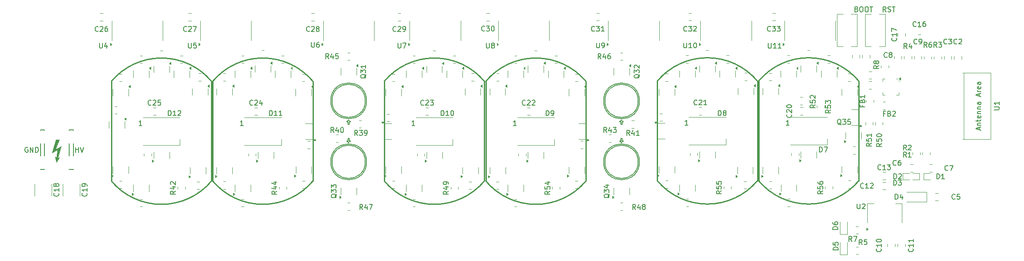
<source format=gbr>
%TF.GenerationSoftware,KiCad,Pcbnew,8.0.4-8.0.4-0~ubuntu22.04.1*%
%TF.CreationDate,2024-08-07T15:41:08-07:00*%
%TF.ProjectId,clock,636c6f63-6b2e-46b6-9963-61645f706362,rev?*%
%TF.SameCoordinates,Original*%
%TF.FileFunction,Legend,Top*%
%TF.FilePolarity,Positive*%
%FSLAX46Y46*%
G04 Gerber Fmt 4.6, Leading zero omitted, Abs format (unit mm)*
G04 Created by KiCad (PCBNEW 8.0.4-8.0.4-0~ubuntu22.04.1) date 2024-08-07 15:41:08*
%MOMM*%
%LPD*%
G01*
G04 APERTURE LIST*
%ADD10C,0.200000*%
%ADD11C,0.150000*%
%ADD12C,0.120000*%
%ADD13C,0.254000*%
%ADD14C,0.127000*%
%ADD15C,0.100000*%
G04 APERTURE END LIST*
D10*
X79871673Y-105404219D02*
X79871673Y-104404219D01*
X79871673Y-104880409D02*
X80443101Y-104880409D01*
X80443101Y-105404219D02*
X80443101Y-104404219D01*
X80776435Y-104404219D02*
X81109768Y-105404219D01*
X81109768Y-105404219D02*
X81443101Y-104404219D01*
X240513901Y-77464219D02*
X240180568Y-76988028D01*
X239942473Y-77464219D02*
X239942473Y-76464219D01*
X239942473Y-76464219D02*
X240323425Y-76464219D01*
X240323425Y-76464219D02*
X240418663Y-76511838D01*
X240418663Y-76511838D02*
X240466282Y-76559457D01*
X240466282Y-76559457D02*
X240513901Y-76654695D01*
X240513901Y-76654695D02*
X240513901Y-76797552D01*
X240513901Y-76797552D02*
X240466282Y-76892790D01*
X240466282Y-76892790D02*
X240418663Y-76940409D01*
X240418663Y-76940409D02*
X240323425Y-76988028D01*
X240323425Y-76988028D02*
X239942473Y-76988028D01*
X240894854Y-77416600D02*
X241037711Y-77464219D01*
X241037711Y-77464219D02*
X241275806Y-77464219D01*
X241275806Y-77464219D02*
X241371044Y-77416600D01*
X241371044Y-77416600D02*
X241418663Y-77368980D01*
X241418663Y-77368980D02*
X241466282Y-77273742D01*
X241466282Y-77273742D02*
X241466282Y-77178504D01*
X241466282Y-77178504D02*
X241418663Y-77083266D01*
X241418663Y-77083266D02*
X241371044Y-77035647D01*
X241371044Y-77035647D02*
X241275806Y-76988028D01*
X241275806Y-76988028D02*
X241085330Y-76940409D01*
X241085330Y-76940409D02*
X240990092Y-76892790D01*
X240990092Y-76892790D02*
X240942473Y-76845171D01*
X240942473Y-76845171D02*
X240894854Y-76749933D01*
X240894854Y-76749933D02*
X240894854Y-76654695D01*
X240894854Y-76654695D02*
X240942473Y-76559457D01*
X240942473Y-76559457D02*
X240990092Y-76511838D01*
X240990092Y-76511838D02*
X241085330Y-76464219D01*
X241085330Y-76464219D02*
X241323425Y-76464219D01*
X241323425Y-76464219D02*
X241466282Y-76511838D01*
X241751997Y-76464219D02*
X242323425Y-76464219D01*
X242037711Y-77464219D02*
X242037711Y-76464219D01*
X234687806Y-76940409D02*
X234830663Y-76988028D01*
X234830663Y-76988028D02*
X234878282Y-77035647D01*
X234878282Y-77035647D02*
X234925901Y-77130885D01*
X234925901Y-77130885D02*
X234925901Y-77273742D01*
X234925901Y-77273742D02*
X234878282Y-77368980D01*
X234878282Y-77368980D02*
X234830663Y-77416600D01*
X234830663Y-77416600D02*
X234735425Y-77464219D01*
X234735425Y-77464219D02*
X234354473Y-77464219D01*
X234354473Y-77464219D02*
X234354473Y-76464219D01*
X234354473Y-76464219D02*
X234687806Y-76464219D01*
X234687806Y-76464219D02*
X234783044Y-76511838D01*
X234783044Y-76511838D02*
X234830663Y-76559457D01*
X234830663Y-76559457D02*
X234878282Y-76654695D01*
X234878282Y-76654695D02*
X234878282Y-76749933D01*
X234878282Y-76749933D02*
X234830663Y-76845171D01*
X234830663Y-76845171D02*
X234783044Y-76892790D01*
X234783044Y-76892790D02*
X234687806Y-76940409D01*
X234687806Y-76940409D02*
X234354473Y-76940409D01*
X235544949Y-76464219D02*
X235735425Y-76464219D01*
X235735425Y-76464219D02*
X235830663Y-76511838D01*
X235830663Y-76511838D02*
X235925901Y-76607076D01*
X235925901Y-76607076D02*
X235973520Y-76797552D01*
X235973520Y-76797552D02*
X235973520Y-77130885D01*
X235973520Y-77130885D02*
X235925901Y-77321361D01*
X235925901Y-77321361D02*
X235830663Y-77416600D01*
X235830663Y-77416600D02*
X235735425Y-77464219D01*
X235735425Y-77464219D02*
X235544949Y-77464219D01*
X235544949Y-77464219D02*
X235449711Y-77416600D01*
X235449711Y-77416600D02*
X235354473Y-77321361D01*
X235354473Y-77321361D02*
X235306854Y-77130885D01*
X235306854Y-77130885D02*
X235306854Y-76797552D01*
X235306854Y-76797552D02*
X235354473Y-76607076D01*
X235354473Y-76607076D02*
X235449711Y-76511838D01*
X235449711Y-76511838D02*
X235544949Y-76464219D01*
X236592568Y-76464219D02*
X236783044Y-76464219D01*
X236783044Y-76464219D02*
X236878282Y-76511838D01*
X236878282Y-76511838D02*
X236973520Y-76607076D01*
X236973520Y-76607076D02*
X237021139Y-76797552D01*
X237021139Y-76797552D02*
X237021139Y-77130885D01*
X237021139Y-77130885D02*
X236973520Y-77321361D01*
X236973520Y-77321361D02*
X236878282Y-77416600D01*
X236878282Y-77416600D02*
X236783044Y-77464219D01*
X236783044Y-77464219D02*
X236592568Y-77464219D01*
X236592568Y-77464219D02*
X236497330Y-77416600D01*
X236497330Y-77416600D02*
X236402092Y-77321361D01*
X236402092Y-77321361D02*
X236354473Y-77130885D01*
X236354473Y-77130885D02*
X236354473Y-76797552D01*
X236354473Y-76797552D02*
X236402092Y-76607076D01*
X236402092Y-76607076D02*
X236497330Y-76511838D01*
X236497330Y-76511838D02*
X236592568Y-76464219D01*
X237306854Y-76464219D02*
X237878282Y-76464219D01*
X237592568Y-77464219D02*
X237592568Y-76464219D01*
X70362482Y-104451838D02*
X70267244Y-104404219D01*
X70267244Y-104404219D02*
X70124387Y-104404219D01*
X70124387Y-104404219D02*
X69981530Y-104451838D01*
X69981530Y-104451838D02*
X69886292Y-104547076D01*
X69886292Y-104547076D02*
X69838673Y-104642314D01*
X69838673Y-104642314D02*
X69791054Y-104832790D01*
X69791054Y-104832790D02*
X69791054Y-104975647D01*
X69791054Y-104975647D02*
X69838673Y-105166123D01*
X69838673Y-105166123D02*
X69886292Y-105261361D01*
X69886292Y-105261361D02*
X69981530Y-105356600D01*
X69981530Y-105356600D02*
X70124387Y-105404219D01*
X70124387Y-105404219D02*
X70219625Y-105404219D01*
X70219625Y-105404219D02*
X70362482Y-105356600D01*
X70362482Y-105356600D02*
X70410101Y-105308980D01*
X70410101Y-105308980D02*
X70410101Y-104975647D01*
X70410101Y-104975647D02*
X70219625Y-104975647D01*
X70838673Y-105404219D02*
X70838673Y-104404219D01*
X70838673Y-104404219D02*
X71410101Y-105404219D01*
X71410101Y-105404219D02*
X71410101Y-104404219D01*
X71886292Y-105404219D02*
X71886292Y-104404219D01*
X71886292Y-104404219D02*
X72124387Y-104404219D01*
X72124387Y-104404219D02*
X72267244Y-104451838D01*
X72267244Y-104451838D02*
X72362482Y-104547076D01*
X72362482Y-104547076D02*
X72410101Y-104642314D01*
X72410101Y-104642314D02*
X72457720Y-104832790D01*
X72457720Y-104832790D02*
X72457720Y-104975647D01*
X72457720Y-104975647D02*
X72410101Y-105166123D01*
X72410101Y-105166123D02*
X72362482Y-105261361D01*
X72362482Y-105261361D02*
X72267244Y-105356600D01*
X72267244Y-105356600D02*
X72124387Y-105404219D01*
X72124387Y-105404219D02*
X71886292Y-105404219D01*
D11*
X252588733Y-83798580D02*
X252541114Y-83846200D01*
X252541114Y-83846200D02*
X252398257Y-83893819D01*
X252398257Y-83893819D02*
X252303019Y-83893819D01*
X252303019Y-83893819D02*
X252160162Y-83846200D01*
X252160162Y-83846200D02*
X252064924Y-83750961D01*
X252064924Y-83750961D02*
X252017305Y-83655723D01*
X252017305Y-83655723D02*
X251969686Y-83465247D01*
X251969686Y-83465247D02*
X251969686Y-83322390D01*
X251969686Y-83322390D02*
X252017305Y-83131914D01*
X252017305Y-83131914D02*
X252064924Y-83036676D01*
X252064924Y-83036676D02*
X252160162Y-82941438D01*
X252160162Y-82941438D02*
X252303019Y-82893819D01*
X252303019Y-82893819D02*
X252398257Y-82893819D01*
X252398257Y-82893819D02*
X252541114Y-82941438D01*
X252541114Y-82941438D02*
X252588733Y-82989057D01*
X252922067Y-82893819D02*
X253541114Y-82893819D01*
X253541114Y-82893819D02*
X253207781Y-83274771D01*
X253207781Y-83274771D02*
X253350638Y-83274771D01*
X253350638Y-83274771D02*
X253445876Y-83322390D01*
X253445876Y-83322390D02*
X253493495Y-83370009D01*
X253493495Y-83370009D02*
X253541114Y-83465247D01*
X253541114Y-83465247D02*
X253541114Y-83703342D01*
X253541114Y-83703342D02*
X253493495Y-83798580D01*
X253493495Y-83798580D02*
X253445876Y-83846200D01*
X253445876Y-83846200D02*
X253350638Y-83893819D01*
X253350638Y-83893819D02*
X253064924Y-83893819D01*
X253064924Y-83893819D02*
X252969686Y-83846200D01*
X252969686Y-83846200D02*
X252922067Y-83798580D01*
X250607533Y-84528819D02*
X250274200Y-84052628D01*
X250036105Y-84528819D02*
X250036105Y-83528819D01*
X250036105Y-83528819D02*
X250417057Y-83528819D01*
X250417057Y-83528819D02*
X250512295Y-83576438D01*
X250512295Y-83576438D02*
X250559914Y-83624057D01*
X250559914Y-83624057D02*
X250607533Y-83719295D01*
X250607533Y-83719295D02*
X250607533Y-83862152D01*
X250607533Y-83862152D02*
X250559914Y-83957390D01*
X250559914Y-83957390D02*
X250512295Y-84005009D01*
X250512295Y-84005009D02*
X250417057Y-84052628D01*
X250417057Y-84052628D02*
X250036105Y-84052628D01*
X250940867Y-83528819D02*
X251559914Y-83528819D01*
X251559914Y-83528819D02*
X251226581Y-83909771D01*
X251226581Y-83909771D02*
X251369438Y-83909771D01*
X251369438Y-83909771D02*
X251464676Y-83957390D01*
X251464676Y-83957390D02*
X251512295Y-84005009D01*
X251512295Y-84005009D02*
X251559914Y-84100247D01*
X251559914Y-84100247D02*
X251559914Y-84338342D01*
X251559914Y-84338342D02*
X251512295Y-84433580D01*
X251512295Y-84433580D02*
X251464676Y-84481200D01*
X251464676Y-84481200D02*
X251369438Y-84528819D01*
X251369438Y-84528819D02*
X251083724Y-84528819D01*
X251083724Y-84528819D02*
X250988486Y-84481200D01*
X250988486Y-84481200D02*
X250940867Y-84433580D01*
X191685057Y-89930928D02*
X191637438Y-90026166D01*
X191637438Y-90026166D02*
X191542200Y-90121404D01*
X191542200Y-90121404D02*
X191399342Y-90264261D01*
X191399342Y-90264261D02*
X191351723Y-90359499D01*
X191351723Y-90359499D02*
X191351723Y-90454737D01*
X191589819Y-90407118D02*
X191542200Y-90502356D01*
X191542200Y-90502356D02*
X191446961Y-90597594D01*
X191446961Y-90597594D02*
X191256485Y-90645213D01*
X191256485Y-90645213D02*
X190923152Y-90645213D01*
X190923152Y-90645213D02*
X190732676Y-90597594D01*
X190732676Y-90597594D02*
X190637438Y-90502356D01*
X190637438Y-90502356D02*
X190589819Y-90407118D01*
X190589819Y-90407118D02*
X190589819Y-90216642D01*
X190589819Y-90216642D02*
X190637438Y-90121404D01*
X190637438Y-90121404D02*
X190732676Y-90026166D01*
X190732676Y-90026166D02*
X190923152Y-89978547D01*
X190923152Y-89978547D02*
X191256485Y-89978547D01*
X191256485Y-89978547D02*
X191446961Y-90026166D01*
X191446961Y-90026166D02*
X191542200Y-90121404D01*
X191542200Y-90121404D02*
X191589819Y-90216642D01*
X191589819Y-90216642D02*
X191589819Y-90407118D01*
X190589819Y-89645213D02*
X190589819Y-89026166D01*
X190589819Y-89026166D02*
X190970771Y-89359499D01*
X190970771Y-89359499D02*
X190970771Y-89216642D01*
X190970771Y-89216642D02*
X191018390Y-89121404D01*
X191018390Y-89121404D02*
X191066009Y-89073785D01*
X191066009Y-89073785D02*
X191161247Y-89026166D01*
X191161247Y-89026166D02*
X191399342Y-89026166D01*
X191399342Y-89026166D02*
X191494580Y-89073785D01*
X191494580Y-89073785D02*
X191542200Y-89121404D01*
X191542200Y-89121404D02*
X191589819Y-89216642D01*
X191589819Y-89216642D02*
X191589819Y-89502356D01*
X191589819Y-89502356D02*
X191542200Y-89597594D01*
X191542200Y-89597594D02*
X191494580Y-89645213D01*
X190685057Y-88645213D02*
X190637438Y-88597594D01*
X190637438Y-88597594D02*
X190589819Y-88502356D01*
X190589819Y-88502356D02*
X190589819Y-88264261D01*
X190589819Y-88264261D02*
X190637438Y-88169023D01*
X190637438Y-88169023D02*
X190685057Y-88121404D01*
X190685057Y-88121404D02*
X190780295Y-88073785D01*
X190780295Y-88073785D02*
X190875533Y-88073785D01*
X190875533Y-88073785D02*
X191018390Y-88121404D01*
X191018390Y-88121404D02*
X191589819Y-88692832D01*
X191589819Y-88692832D02*
X191589819Y-88073785D01*
X84582095Y-83681219D02*
X84582095Y-84490742D01*
X84582095Y-84490742D02*
X84629714Y-84585980D01*
X84629714Y-84585980D02*
X84677333Y-84633600D01*
X84677333Y-84633600D02*
X84772571Y-84681219D01*
X84772571Y-84681219D02*
X84963047Y-84681219D01*
X84963047Y-84681219D02*
X85058285Y-84633600D01*
X85058285Y-84633600D02*
X85105904Y-84585980D01*
X85105904Y-84585980D02*
X85153523Y-84490742D01*
X85153523Y-84490742D02*
X85153523Y-83681219D01*
X86058285Y-84014552D02*
X86058285Y-84681219D01*
X85820190Y-83633600D02*
X85582095Y-84347885D01*
X85582095Y-84347885D02*
X86201142Y-84347885D01*
X200437905Y-83655819D02*
X200437905Y-84465342D01*
X200437905Y-84465342D02*
X200485524Y-84560580D01*
X200485524Y-84560580D02*
X200533143Y-84608200D01*
X200533143Y-84608200D02*
X200628381Y-84655819D01*
X200628381Y-84655819D02*
X200818857Y-84655819D01*
X200818857Y-84655819D02*
X200914095Y-84608200D01*
X200914095Y-84608200D02*
X200961714Y-84560580D01*
X200961714Y-84560580D02*
X201009333Y-84465342D01*
X201009333Y-84465342D02*
X201009333Y-83655819D01*
X202009333Y-84655819D02*
X201437905Y-84655819D01*
X201723619Y-84655819D02*
X201723619Y-83655819D01*
X201723619Y-83655819D02*
X201628381Y-83798676D01*
X201628381Y-83798676D02*
X201533143Y-83893914D01*
X201533143Y-83893914D02*
X201437905Y-83941533D01*
X202628381Y-83655819D02*
X202723619Y-83655819D01*
X202723619Y-83655819D02*
X202818857Y-83703438D01*
X202818857Y-83703438D02*
X202866476Y-83751057D01*
X202866476Y-83751057D02*
X202914095Y-83846295D01*
X202914095Y-83846295D02*
X202961714Y-84036771D01*
X202961714Y-84036771D02*
X202961714Y-84274866D01*
X202961714Y-84274866D02*
X202914095Y-84465342D01*
X202914095Y-84465342D02*
X202866476Y-84560580D01*
X202866476Y-84560580D02*
X202818857Y-84608200D01*
X202818857Y-84608200D02*
X202723619Y-84655819D01*
X202723619Y-84655819D02*
X202628381Y-84655819D01*
X202628381Y-84655819D02*
X202533143Y-84608200D01*
X202533143Y-84608200D02*
X202485524Y-84560580D01*
X202485524Y-84560580D02*
X202437905Y-84465342D01*
X202437905Y-84465342D02*
X202390286Y-84274866D01*
X202390286Y-84274866D02*
X202390286Y-84036771D01*
X202390286Y-84036771D02*
X202437905Y-83846295D01*
X202437905Y-83846295D02*
X202485524Y-83751057D01*
X202485524Y-83751057D02*
X202533143Y-83703438D01*
X202533143Y-83703438D02*
X202628381Y-83655819D01*
X143375142Y-81283980D02*
X143327523Y-81331600D01*
X143327523Y-81331600D02*
X143184666Y-81379219D01*
X143184666Y-81379219D02*
X143089428Y-81379219D01*
X143089428Y-81379219D02*
X142946571Y-81331600D01*
X142946571Y-81331600D02*
X142851333Y-81236361D01*
X142851333Y-81236361D02*
X142803714Y-81141123D01*
X142803714Y-81141123D02*
X142756095Y-80950647D01*
X142756095Y-80950647D02*
X142756095Y-80807790D01*
X142756095Y-80807790D02*
X142803714Y-80617314D01*
X142803714Y-80617314D02*
X142851333Y-80522076D01*
X142851333Y-80522076D02*
X142946571Y-80426838D01*
X142946571Y-80426838D02*
X143089428Y-80379219D01*
X143089428Y-80379219D02*
X143184666Y-80379219D01*
X143184666Y-80379219D02*
X143327523Y-80426838D01*
X143327523Y-80426838D02*
X143375142Y-80474457D01*
X143756095Y-80474457D02*
X143803714Y-80426838D01*
X143803714Y-80426838D02*
X143898952Y-80379219D01*
X143898952Y-80379219D02*
X144137047Y-80379219D01*
X144137047Y-80379219D02*
X144232285Y-80426838D01*
X144232285Y-80426838D02*
X144279904Y-80474457D01*
X144279904Y-80474457D02*
X144327523Y-80569695D01*
X144327523Y-80569695D02*
X144327523Y-80664933D01*
X144327523Y-80664933D02*
X144279904Y-80807790D01*
X144279904Y-80807790D02*
X143708476Y-81379219D01*
X143708476Y-81379219D02*
X144327523Y-81379219D01*
X144803714Y-81379219D02*
X144994190Y-81379219D01*
X144994190Y-81379219D02*
X145089428Y-81331600D01*
X145089428Y-81331600D02*
X145137047Y-81283980D01*
X145137047Y-81283980D02*
X145232285Y-81141123D01*
X145232285Y-81141123D02*
X145279904Y-80950647D01*
X145279904Y-80950647D02*
X145279904Y-80569695D01*
X145279904Y-80569695D02*
X145232285Y-80474457D01*
X145232285Y-80474457D02*
X145184666Y-80426838D01*
X145184666Y-80426838D02*
X145089428Y-80379219D01*
X145089428Y-80379219D02*
X144898952Y-80379219D01*
X144898952Y-80379219D02*
X144803714Y-80426838D01*
X144803714Y-80426838D02*
X144756095Y-80474457D01*
X144756095Y-80474457D02*
X144708476Y-80569695D01*
X144708476Y-80569695D02*
X144708476Y-80807790D01*
X144708476Y-80807790D02*
X144756095Y-80903028D01*
X144756095Y-80903028D02*
X144803714Y-80950647D01*
X144803714Y-80950647D02*
X144898952Y-80998266D01*
X144898952Y-80998266D02*
X145089428Y-80998266D01*
X145089428Y-80998266D02*
X145184666Y-80950647D01*
X145184666Y-80950647D02*
X145232285Y-80903028D01*
X145232285Y-80903028D02*
X145279904Y-80807790D01*
X244562333Y-106372819D02*
X244229000Y-105896628D01*
X243990905Y-106372819D02*
X243990905Y-105372819D01*
X243990905Y-105372819D02*
X244371857Y-105372819D01*
X244371857Y-105372819D02*
X244467095Y-105420438D01*
X244467095Y-105420438D02*
X244514714Y-105468057D01*
X244514714Y-105468057D02*
X244562333Y-105563295D01*
X244562333Y-105563295D02*
X244562333Y-105706152D01*
X244562333Y-105706152D02*
X244514714Y-105801390D01*
X244514714Y-105801390D02*
X244467095Y-105849009D01*
X244467095Y-105849009D02*
X244371857Y-105896628D01*
X244371857Y-105896628D02*
X243990905Y-105896628D01*
X245514714Y-106372819D02*
X244943286Y-106372819D01*
X245229000Y-106372819D02*
X245229000Y-105372819D01*
X245229000Y-105372819D02*
X245133762Y-105515676D01*
X245133762Y-105515676D02*
X245038524Y-105610914D01*
X245038524Y-105610914D02*
X244943286Y-105658533D01*
X234823095Y-115659819D02*
X234823095Y-116469342D01*
X234823095Y-116469342D02*
X234870714Y-116564580D01*
X234870714Y-116564580D02*
X234918333Y-116612200D01*
X234918333Y-116612200D02*
X235013571Y-116659819D01*
X235013571Y-116659819D02*
X235204047Y-116659819D01*
X235204047Y-116659819D02*
X235299285Y-116612200D01*
X235299285Y-116612200D02*
X235346904Y-116564580D01*
X235346904Y-116564580D02*
X235394523Y-116469342D01*
X235394523Y-116469342D02*
X235394523Y-115659819D01*
X235823095Y-115755057D02*
X235870714Y-115707438D01*
X235870714Y-115707438D02*
X235965952Y-115659819D01*
X235965952Y-115659819D02*
X236204047Y-115659819D01*
X236204047Y-115659819D02*
X236299285Y-115707438D01*
X236299285Y-115707438D02*
X236346904Y-115755057D01*
X236346904Y-115755057D02*
X236394523Y-115850295D01*
X236394523Y-115850295D02*
X236394523Y-115945533D01*
X236394523Y-115945533D02*
X236346904Y-116088390D01*
X236346904Y-116088390D02*
X235775476Y-116659819D01*
X235775476Y-116659819D02*
X236394523Y-116659819D01*
X242045905Y-111968819D02*
X242045905Y-110968819D01*
X242045905Y-110968819D02*
X242284000Y-110968819D01*
X242284000Y-110968819D02*
X242426857Y-111016438D01*
X242426857Y-111016438D02*
X242522095Y-111111676D01*
X242522095Y-111111676D02*
X242569714Y-111206914D01*
X242569714Y-111206914D02*
X242617333Y-111397390D01*
X242617333Y-111397390D02*
X242617333Y-111540247D01*
X242617333Y-111540247D02*
X242569714Y-111730723D01*
X242569714Y-111730723D02*
X242522095Y-111825961D01*
X242522095Y-111825961D02*
X242426857Y-111921200D01*
X242426857Y-111921200D02*
X242284000Y-111968819D01*
X242284000Y-111968819D02*
X242045905Y-111968819D01*
X242950667Y-110968819D02*
X243569714Y-110968819D01*
X243569714Y-110968819D02*
X243236381Y-111349771D01*
X243236381Y-111349771D02*
X243379238Y-111349771D01*
X243379238Y-111349771D02*
X243474476Y-111397390D01*
X243474476Y-111397390D02*
X243522095Y-111445009D01*
X243522095Y-111445009D02*
X243569714Y-111540247D01*
X243569714Y-111540247D02*
X243569714Y-111778342D01*
X243569714Y-111778342D02*
X243522095Y-111873580D01*
X243522095Y-111873580D02*
X243474476Y-111921200D01*
X243474476Y-111921200D02*
X243379238Y-111968819D01*
X243379238Y-111968819D02*
X243093524Y-111968819D01*
X243093524Y-111968819D02*
X242998286Y-111921200D01*
X242998286Y-111921200D02*
X242950667Y-111873580D01*
X235799333Y-123771819D02*
X235466000Y-123295628D01*
X235227905Y-123771819D02*
X235227905Y-122771819D01*
X235227905Y-122771819D02*
X235608857Y-122771819D01*
X235608857Y-122771819D02*
X235704095Y-122819438D01*
X235704095Y-122819438D02*
X235751714Y-122867057D01*
X235751714Y-122867057D02*
X235799333Y-122962295D01*
X235799333Y-122962295D02*
X235799333Y-123105152D01*
X235799333Y-123105152D02*
X235751714Y-123200390D01*
X235751714Y-123200390D02*
X235704095Y-123248009D01*
X235704095Y-123248009D02*
X235608857Y-123295628D01*
X235608857Y-123295628D02*
X235227905Y-123295628D01*
X236704095Y-122771819D02*
X236227905Y-122771819D01*
X236227905Y-122771819D02*
X236180286Y-123248009D01*
X236180286Y-123248009D02*
X236227905Y-123200390D01*
X236227905Y-123200390D02*
X236323143Y-123152771D01*
X236323143Y-123152771D02*
X236561238Y-123152771D01*
X236561238Y-123152771D02*
X236656476Y-123200390D01*
X236656476Y-123200390D02*
X236704095Y-123248009D01*
X236704095Y-123248009D02*
X236751714Y-123343247D01*
X236751714Y-123343247D02*
X236751714Y-123581342D01*
X236751714Y-123581342D02*
X236704095Y-123676580D01*
X236704095Y-123676580D02*
X236656476Y-123724200D01*
X236656476Y-123724200D02*
X236561238Y-123771819D01*
X236561238Y-123771819D02*
X236323143Y-123771819D01*
X236323143Y-123771819D02*
X236227905Y-123724200D01*
X236227905Y-123724200D02*
X236180286Y-123676580D01*
X221716600Y-97870517D02*
X221764220Y-97918136D01*
X221764220Y-97918136D02*
X221811839Y-98060993D01*
X221811839Y-98060993D02*
X221811839Y-98156231D01*
X221811839Y-98156231D02*
X221764220Y-98299088D01*
X221764220Y-98299088D02*
X221668981Y-98394326D01*
X221668981Y-98394326D02*
X221573743Y-98441945D01*
X221573743Y-98441945D02*
X221383267Y-98489564D01*
X221383267Y-98489564D02*
X221240410Y-98489564D01*
X221240410Y-98489564D02*
X221049934Y-98441945D01*
X221049934Y-98441945D02*
X220954696Y-98394326D01*
X220954696Y-98394326D02*
X220859458Y-98299088D01*
X220859458Y-98299088D02*
X220811839Y-98156231D01*
X220811839Y-98156231D02*
X220811839Y-98060993D01*
X220811839Y-98060993D02*
X220859458Y-97918136D01*
X220859458Y-97918136D02*
X220907077Y-97870517D01*
X220907077Y-97489564D02*
X220859458Y-97441945D01*
X220859458Y-97441945D02*
X220811839Y-97346707D01*
X220811839Y-97346707D02*
X220811839Y-97108612D01*
X220811839Y-97108612D02*
X220859458Y-97013374D01*
X220859458Y-97013374D02*
X220907077Y-96965755D01*
X220907077Y-96965755D02*
X221002315Y-96918136D01*
X221002315Y-96918136D02*
X221097553Y-96918136D01*
X221097553Y-96918136D02*
X221240410Y-96965755D01*
X221240410Y-96965755D02*
X221811839Y-97537183D01*
X221811839Y-97537183D02*
X221811839Y-96918136D01*
X220811839Y-96299088D02*
X220811839Y-96203850D01*
X220811839Y-96203850D02*
X220859458Y-96108612D01*
X220859458Y-96108612D02*
X220907077Y-96060993D01*
X220907077Y-96060993D02*
X221002315Y-96013374D01*
X221002315Y-96013374D02*
X221192791Y-95965755D01*
X221192791Y-95965755D02*
X221430886Y-95965755D01*
X221430886Y-95965755D02*
X221621362Y-96013374D01*
X221621362Y-96013374D02*
X221716600Y-96060993D01*
X221716600Y-96060993D02*
X221764220Y-96108612D01*
X221764220Y-96108612D02*
X221811839Y-96203850D01*
X221811839Y-96203850D02*
X221811839Y-96299088D01*
X221811839Y-96299088D02*
X221764220Y-96394326D01*
X221764220Y-96394326D02*
X221716600Y-96441945D01*
X221716600Y-96441945D02*
X221621362Y-96489564D01*
X221621362Y-96489564D02*
X221430886Y-96537183D01*
X221430886Y-96537183D02*
X221192791Y-96537183D01*
X221192791Y-96537183D02*
X221002315Y-96489564D01*
X221002315Y-96489564D02*
X220907077Y-96441945D01*
X220907077Y-96441945D02*
X220859458Y-96394326D01*
X220859458Y-96394326D02*
X220811839Y-96299088D01*
X239087819Y-88177666D02*
X238611628Y-88510999D01*
X239087819Y-88749094D02*
X238087819Y-88749094D01*
X238087819Y-88749094D02*
X238087819Y-88368142D01*
X238087819Y-88368142D02*
X238135438Y-88272904D01*
X238135438Y-88272904D02*
X238183057Y-88225285D01*
X238183057Y-88225285D02*
X238278295Y-88177666D01*
X238278295Y-88177666D02*
X238421152Y-88177666D01*
X238421152Y-88177666D02*
X238516390Y-88225285D01*
X238516390Y-88225285D02*
X238564009Y-88272904D01*
X238564009Y-88272904D02*
X238611628Y-88368142D01*
X238611628Y-88368142D02*
X238611628Y-88749094D01*
X238516390Y-87606237D02*
X238468771Y-87701475D01*
X238468771Y-87701475D02*
X238421152Y-87749094D01*
X238421152Y-87749094D02*
X238325914Y-87796713D01*
X238325914Y-87796713D02*
X238278295Y-87796713D01*
X238278295Y-87796713D02*
X238183057Y-87749094D01*
X238183057Y-87749094D02*
X238135438Y-87701475D01*
X238135438Y-87701475D02*
X238087819Y-87606237D01*
X238087819Y-87606237D02*
X238087819Y-87415761D01*
X238087819Y-87415761D02*
X238135438Y-87320523D01*
X238135438Y-87320523D02*
X238183057Y-87272904D01*
X238183057Y-87272904D02*
X238278295Y-87225285D01*
X238278295Y-87225285D02*
X238325914Y-87225285D01*
X238325914Y-87225285D02*
X238421152Y-87272904D01*
X238421152Y-87272904D02*
X238468771Y-87320523D01*
X238468771Y-87320523D02*
X238516390Y-87415761D01*
X238516390Y-87415761D02*
X238516390Y-87606237D01*
X238516390Y-87606237D02*
X238564009Y-87701475D01*
X238564009Y-87701475D02*
X238611628Y-87749094D01*
X238611628Y-87749094D02*
X238706866Y-87796713D01*
X238706866Y-87796713D02*
X238897342Y-87796713D01*
X238897342Y-87796713D02*
X238992580Y-87749094D01*
X238992580Y-87749094D02*
X239040200Y-87701475D01*
X239040200Y-87701475D02*
X239087819Y-87606237D01*
X239087819Y-87606237D02*
X239087819Y-87415761D01*
X239087819Y-87415761D02*
X239040200Y-87320523D01*
X239040200Y-87320523D02*
X238992580Y-87272904D01*
X238992580Y-87272904D02*
X238897342Y-87225285D01*
X238897342Y-87225285D02*
X238706866Y-87225285D01*
X238706866Y-87225285D02*
X238611628Y-87272904D01*
X238611628Y-87272904D02*
X238564009Y-87320523D01*
X238564009Y-87320523D02*
X238516390Y-87415761D01*
X242350905Y-114754819D02*
X242350905Y-113754819D01*
X242350905Y-113754819D02*
X242589000Y-113754819D01*
X242589000Y-113754819D02*
X242731857Y-113802438D01*
X242731857Y-113802438D02*
X242827095Y-113897676D01*
X242827095Y-113897676D02*
X242874714Y-113992914D01*
X242874714Y-113992914D02*
X242922333Y-114183390D01*
X242922333Y-114183390D02*
X242922333Y-114326247D01*
X242922333Y-114326247D02*
X242874714Y-114516723D01*
X242874714Y-114516723D02*
X242827095Y-114611961D01*
X242827095Y-114611961D02*
X242731857Y-114707200D01*
X242731857Y-114707200D02*
X242589000Y-114754819D01*
X242589000Y-114754819D02*
X242350905Y-114754819D01*
X243779476Y-114088152D02*
X243779476Y-114754819D01*
X243541381Y-113707200D02*
X243303286Y-114421485D01*
X243303286Y-114421485D02*
X243922333Y-114421485D01*
X131056142Y-101471619D02*
X130722809Y-100995428D01*
X130484714Y-101471619D02*
X130484714Y-100471619D01*
X130484714Y-100471619D02*
X130865666Y-100471619D01*
X130865666Y-100471619D02*
X130960904Y-100519238D01*
X130960904Y-100519238D02*
X131008523Y-100566857D01*
X131008523Y-100566857D02*
X131056142Y-100662095D01*
X131056142Y-100662095D02*
X131056142Y-100804952D01*
X131056142Y-100804952D02*
X131008523Y-100900190D01*
X131008523Y-100900190D02*
X130960904Y-100947809D01*
X130960904Y-100947809D02*
X130865666Y-100995428D01*
X130865666Y-100995428D02*
X130484714Y-100995428D01*
X131913285Y-100804952D02*
X131913285Y-101471619D01*
X131675190Y-100424000D02*
X131437095Y-101138285D01*
X131437095Y-101138285D02*
X132056142Y-101138285D01*
X132627571Y-100471619D02*
X132722809Y-100471619D01*
X132722809Y-100471619D02*
X132818047Y-100519238D01*
X132818047Y-100519238D02*
X132865666Y-100566857D01*
X132865666Y-100566857D02*
X132913285Y-100662095D01*
X132913285Y-100662095D02*
X132960904Y-100852571D01*
X132960904Y-100852571D02*
X132960904Y-101090666D01*
X132960904Y-101090666D02*
X132913285Y-101281142D01*
X132913285Y-101281142D02*
X132865666Y-101376380D01*
X132865666Y-101376380D02*
X132818047Y-101424000D01*
X132818047Y-101424000D02*
X132722809Y-101471619D01*
X132722809Y-101471619D02*
X132627571Y-101471619D01*
X132627571Y-101471619D02*
X132532333Y-101424000D01*
X132532333Y-101424000D02*
X132484714Y-101376380D01*
X132484714Y-101376380D02*
X132437095Y-101281142D01*
X132437095Y-101281142D02*
X132389476Y-101090666D01*
X132389476Y-101090666D02*
X132389476Y-100852571D01*
X132389476Y-100852571D02*
X132437095Y-100662095D01*
X132437095Y-100662095D02*
X132484714Y-100566857D01*
X132484714Y-100566857D02*
X132532333Y-100519238D01*
X132532333Y-100519238D02*
X132627571Y-100471619D01*
X217201905Y-83717819D02*
X217201905Y-84527342D01*
X217201905Y-84527342D02*
X217249524Y-84622580D01*
X217249524Y-84622580D02*
X217297143Y-84670200D01*
X217297143Y-84670200D02*
X217392381Y-84717819D01*
X217392381Y-84717819D02*
X217582857Y-84717819D01*
X217582857Y-84717819D02*
X217678095Y-84670200D01*
X217678095Y-84670200D02*
X217725714Y-84622580D01*
X217725714Y-84622580D02*
X217773333Y-84527342D01*
X217773333Y-84527342D02*
X217773333Y-83717819D01*
X218773333Y-84717819D02*
X218201905Y-84717819D01*
X218487619Y-84717819D02*
X218487619Y-83717819D01*
X218487619Y-83717819D02*
X218392381Y-83860676D01*
X218392381Y-83860676D02*
X218297143Y-83955914D01*
X218297143Y-83955914D02*
X218201905Y-84003533D01*
X219725714Y-84717819D02*
X219154286Y-84717819D01*
X219440000Y-84717819D02*
X219440000Y-83717819D01*
X219440000Y-83717819D02*
X219344762Y-83860676D01*
X219344762Y-83860676D02*
X219249524Y-83955914D01*
X219249524Y-83955914D02*
X219154286Y-84003533D01*
X227353905Y-105356819D02*
X227353905Y-104356819D01*
X227353905Y-104356819D02*
X227592000Y-104356819D01*
X227592000Y-104356819D02*
X227734857Y-104404438D01*
X227734857Y-104404438D02*
X227830095Y-104499676D01*
X227830095Y-104499676D02*
X227877714Y-104594914D01*
X227877714Y-104594914D02*
X227925333Y-104785390D01*
X227925333Y-104785390D02*
X227925333Y-104928247D01*
X227925333Y-104928247D02*
X227877714Y-105118723D01*
X227877714Y-105118723D02*
X227830095Y-105213961D01*
X227830095Y-105213961D02*
X227734857Y-105309200D01*
X227734857Y-105309200D02*
X227592000Y-105356819D01*
X227592000Y-105356819D02*
X227353905Y-105356819D01*
X228258667Y-104356819D02*
X228925333Y-104356819D01*
X228925333Y-104356819D02*
X228496762Y-105356819D01*
X221339734Y-100020479D02*
X220768306Y-100020479D01*
X221054020Y-100020479D02*
X221054020Y-99020479D01*
X221054020Y-99020479D02*
X220958782Y-99163336D01*
X220958782Y-99163336D02*
X220863544Y-99258574D01*
X220863544Y-99258574D02*
X220768306Y-99306193D01*
X184015142Y-86814819D02*
X183681809Y-86338628D01*
X183443714Y-86814819D02*
X183443714Y-85814819D01*
X183443714Y-85814819D02*
X183824666Y-85814819D01*
X183824666Y-85814819D02*
X183919904Y-85862438D01*
X183919904Y-85862438D02*
X183967523Y-85910057D01*
X183967523Y-85910057D02*
X184015142Y-86005295D01*
X184015142Y-86005295D02*
X184015142Y-86148152D01*
X184015142Y-86148152D02*
X183967523Y-86243390D01*
X183967523Y-86243390D02*
X183919904Y-86291009D01*
X183919904Y-86291009D02*
X183824666Y-86338628D01*
X183824666Y-86338628D02*
X183443714Y-86338628D01*
X184872285Y-86148152D02*
X184872285Y-86814819D01*
X184634190Y-85767200D02*
X184396095Y-86481485D01*
X184396095Y-86481485D02*
X185015142Y-86481485D01*
X185824666Y-85814819D02*
X185634190Y-85814819D01*
X185634190Y-85814819D02*
X185538952Y-85862438D01*
X185538952Y-85862438D02*
X185491333Y-85910057D01*
X185491333Y-85910057D02*
X185396095Y-86052914D01*
X185396095Y-86052914D02*
X185348476Y-86243390D01*
X185348476Y-86243390D02*
X185348476Y-86624342D01*
X185348476Y-86624342D02*
X185396095Y-86719580D01*
X185396095Y-86719580D02*
X185443714Y-86767200D01*
X185443714Y-86767200D02*
X185538952Y-86814819D01*
X185538952Y-86814819D02*
X185729428Y-86814819D01*
X185729428Y-86814819D02*
X185824666Y-86767200D01*
X185824666Y-86767200D02*
X185872285Y-86719580D01*
X185872285Y-86719580D02*
X185919904Y-86624342D01*
X185919904Y-86624342D02*
X185919904Y-86386247D01*
X185919904Y-86386247D02*
X185872285Y-86291009D01*
X185872285Y-86291009D02*
X185824666Y-86243390D01*
X185824666Y-86243390D02*
X185729428Y-86195771D01*
X185729428Y-86195771D02*
X185538952Y-86195771D01*
X185538952Y-86195771D02*
X185443714Y-86243390D01*
X185443714Y-86243390D02*
X185396095Y-86291009D01*
X185396095Y-86291009D02*
X185348476Y-86386247D01*
X240339666Y-97721009D02*
X240006333Y-97721009D01*
X240006333Y-98244819D02*
X240006333Y-97244819D01*
X240006333Y-97244819D02*
X240482523Y-97244819D01*
X241196809Y-97721009D02*
X241339666Y-97768628D01*
X241339666Y-97768628D02*
X241387285Y-97816247D01*
X241387285Y-97816247D02*
X241434904Y-97911485D01*
X241434904Y-97911485D02*
X241434904Y-98054342D01*
X241434904Y-98054342D02*
X241387285Y-98149580D01*
X241387285Y-98149580D02*
X241339666Y-98197200D01*
X241339666Y-98197200D02*
X241244428Y-98244819D01*
X241244428Y-98244819D02*
X240863476Y-98244819D01*
X240863476Y-98244819D02*
X240863476Y-97244819D01*
X240863476Y-97244819D02*
X241196809Y-97244819D01*
X241196809Y-97244819D02*
X241292047Y-97292438D01*
X241292047Y-97292438D02*
X241339666Y-97340057D01*
X241339666Y-97340057D02*
X241387285Y-97435295D01*
X241387285Y-97435295D02*
X241387285Y-97530533D01*
X241387285Y-97530533D02*
X241339666Y-97625771D01*
X241339666Y-97625771D02*
X241292047Y-97673390D01*
X241292047Y-97673390D02*
X241196809Y-97721009D01*
X241196809Y-97721009D02*
X240863476Y-97721009D01*
X241815857Y-97340057D02*
X241863476Y-97292438D01*
X241863476Y-97292438D02*
X241958714Y-97244819D01*
X241958714Y-97244819D02*
X242196809Y-97244819D01*
X242196809Y-97244819D02*
X242292047Y-97292438D01*
X242292047Y-97292438D02*
X242339666Y-97340057D01*
X242339666Y-97340057D02*
X242387285Y-97435295D01*
X242387285Y-97435295D02*
X242387285Y-97530533D01*
X242387285Y-97530533D02*
X242339666Y-97673390D01*
X242339666Y-97673390D02*
X241768238Y-98244819D01*
X241768238Y-98244819D02*
X242387285Y-98244819D01*
X246670533Y-83798580D02*
X246622914Y-83846200D01*
X246622914Y-83846200D02*
X246480057Y-83893819D01*
X246480057Y-83893819D02*
X246384819Y-83893819D01*
X246384819Y-83893819D02*
X246241962Y-83846200D01*
X246241962Y-83846200D02*
X246146724Y-83750961D01*
X246146724Y-83750961D02*
X246099105Y-83655723D01*
X246099105Y-83655723D02*
X246051486Y-83465247D01*
X246051486Y-83465247D02*
X246051486Y-83322390D01*
X246051486Y-83322390D02*
X246099105Y-83131914D01*
X246099105Y-83131914D02*
X246146724Y-83036676D01*
X246146724Y-83036676D02*
X246241962Y-82941438D01*
X246241962Y-82941438D02*
X246384819Y-82893819D01*
X246384819Y-82893819D02*
X246480057Y-82893819D01*
X246480057Y-82893819D02*
X246622914Y-82941438D01*
X246622914Y-82941438D02*
X246670533Y-82989057D01*
X247146724Y-83893819D02*
X247337200Y-83893819D01*
X247337200Y-83893819D02*
X247432438Y-83846200D01*
X247432438Y-83846200D02*
X247480057Y-83798580D01*
X247480057Y-83798580D02*
X247575295Y-83655723D01*
X247575295Y-83655723D02*
X247622914Y-83465247D01*
X247622914Y-83465247D02*
X247622914Y-83084295D01*
X247622914Y-83084295D02*
X247575295Y-82989057D01*
X247575295Y-82989057D02*
X247527676Y-82941438D01*
X247527676Y-82941438D02*
X247432438Y-82893819D01*
X247432438Y-82893819D02*
X247241962Y-82893819D01*
X247241962Y-82893819D02*
X247146724Y-82941438D01*
X247146724Y-82941438D02*
X247099105Y-82989057D01*
X247099105Y-82989057D02*
X247051486Y-83084295D01*
X247051486Y-83084295D02*
X247051486Y-83322390D01*
X247051486Y-83322390D02*
X247099105Y-83417628D01*
X247099105Y-83417628D02*
X247146724Y-83465247D01*
X247146724Y-83465247D02*
X247241962Y-83512866D01*
X247241962Y-83512866D02*
X247432438Y-83512866D01*
X247432438Y-83512866D02*
X247527676Y-83465247D01*
X247527676Y-83465247D02*
X247575295Y-83417628D01*
X247575295Y-83417628D02*
X247622914Y-83322390D01*
X231036019Y-124817094D02*
X230036019Y-124817094D01*
X230036019Y-124817094D02*
X230036019Y-124578999D01*
X230036019Y-124578999D02*
X230083638Y-124436142D01*
X230083638Y-124436142D02*
X230178876Y-124340904D01*
X230178876Y-124340904D02*
X230274114Y-124293285D01*
X230274114Y-124293285D02*
X230464590Y-124245666D01*
X230464590Y-124245666D02*
X230607447Y-124245666D01*
X230607447Y-124245666D02*
X230797923Y-124293285D01*
X230797923Y-124293285D02*
X230893161Y-124340904D01*
X230893161Y-124340904D02*
X230988400Y-124436142D01*
X230988400Y-124436142D02*
X231036019Y-124578999D01*
X231036019Y-124578999D02*
X231036019Y-124817094D01*
X230036019Y-123340904D02*
X230036019Y-123817094D01*
X230036019Y-123817094D02*
X230512209Y-123864713D01*
X230512209Y-123864713D02*
X230464590Y-123817094D01*
X230464590Y-123817094D02*
X230416971Y-123721856D01*
X230416971Y-123721856D02*
X230416971Y-123483761D01*
X230416971Y-123483761D02*
X230464590Y-123388523D01*
X230464590Y-123388523D02*
X230512209Y-123340904D01*
X230512209Y-123340904D02*
X230607447Y-123293285D01*
X230607447Y-123293285D02*
X230845542Y-123293285D01*
X230845542Y-123293285D02*
X230940780Y-123340904D01*
X230940780Y-123340904D02*
X230988400Y-123388523D01*
X230988400Y-123388523D02*
X231036019Y-123483761D01*
X231036019Y-123483761D02*
X231036019Y-123721856D01*
X231036019Y-123721856D02*
X230988400Y-123817094D01*
X230988400Y-123817094D02*
X230940780Y-123864713D01*
X242085905Y-110690819D02*
X242085905Y-109690819D01*
X242085905Y-109690819D02*
X242324000Y-109690819D01*
X242324000Y-109690819D02*
X242466857Y-109738438D01*
X242466857Y-109738438D02*
X242562095Y-109833676D01*
X242562095Y-109833676D02*
X242609714Y-109928914D01*
X242609714Y-109928914D02*
X242657333Y-110119390D01*
X242657333Y-110119390D02*
X242657333Y-110262247D01*
X242657333Y-110262247D02*
X242609714Y-110452723D01*
X242609714Y-110452723D02*
X242562095Y-110547961D01*
X242562095Y-110547961D02*
X242466857Y-110643200D01*
X242466857Y-110643200D02*
X242324000Y-110690819D01*
X242324000Y-110690819D02*
X242085905Y-110690819D01*
X243038286Y-109786057D02*
X243085905Y-109738438D01*
X243085905Y-109738438D02*
X243181143Y-109690819D01*
X243181143Y-109690819D02*
X243419238Y-109690819D01*
X243419238Y-109690819D02*
X243514476Y-109738438D01*
X243514476Y-109738438D02*
X243562095Y-109786057D01*
X243562095Y-109786057D02*
X243609714Y-109881295D01*
X243609714Y-109881295D02*
X243609714Y-109976533D01*
X243609714Y-109976533D02*
X243562095Y-110119390D01*
X243562095Y-110119390D02*
X242990667Y-110690819D01*
X242990667Y-110690819D02*
X243609714Y-110690819D01*
X135755142Y-102054819D02*
X135421809Y-101578628D01*
X135183714Y-102054819D02*
X135183714Y-101054819D01*
X135183714Y-101054819D02*
X135564666Y-101054819D01*
X135564666Y-101054819D02*
X135659904Y-101102438D01*
X135659904Y-101102438D02*
X135707523Y-101150057D01*
X135707523Y-101150057D02*
X135755142Y-101245295D01*
X135755142Y-101245295D02*
X135755142Y-101388152D01*
X135755142Y-101388152D02*
X135707523Y-101483390D01*
X135707523Y-101483390D02*
X135659904Y-101531009D01*
X135659904Y-101531009D02*
X135564666Y-101578628D01*
X135564666Y-101578628D02*
X135183714Y-101578628D01*
X136088476Y-101054819D02*
X136707523Y-101054819D01*
X136707523Y-101054819D02*
X136374190Y-101435771D01*
X136374190Y-101435771D02*
X136517047Y-101435771D01*
X136517047Y-101435771D02*
X136612285Y-101483390D01*
X136612285Y-101483390D02*
X136659904Y-101531009D01*
X136659904Y-101531009D02*
X136707523Y-101626247D01*
X136707523Y-101626247D02*
X136707523Y-101864342D01*
X136707523Y-101864342D02*
X136659904Y-101959580D01*
X136659904Y-101959580D02*
X136612285Y-102007200D01*
X136612285Y-102007200D02*
X136517047Y-102054819D01*
X136517047Y-102054819D02*
X136231333Y-102054819D01*
X136231333Y-102054819D02*
X136136095Y-102007200D01*
X136136095Y-102007200D02*
X136088476Y-101959580D01*
X137183714Y-102054819D02*
X137374190Y-102054819D01*
X137374190Y-102054819D02*
X137469428Y-102007200D01*
X137469428Y-102007200D02*
X137517047Y-101959580D01*
X137517047Y-101959580D02*
X137612285Y-101816723D01*
X137612285Y-101816723D02*
X137659904Y-101626247D01*
X137659904Y-101626247D02*
X137659904Y-101245295D01*
X137659904Y-101245295D02*
X137612285Y-101150057D01*
X137612285Y-101150057D02*
X137564666Y-101102438D01*
X137564666Y-101102438D02*
X137469428Y-101054819D01*
X137469428Y-101054819D02*
X137278952Y-101054819D01*
X137278952Y-101054819D02*
X137183714Y-101102438D01*
X137183714Y-101102438D02*
X137136095Y-101150057D01*
X137136095Y-101150057D02*
X137088476Y-101245295D01*
X137088476Y-101245295D02*
X137088476Y-101483390D01*
X137088476Y-101483390D02*
X137136095Y-101578628D01*
X137136095Y-101578628D02*
X137183714Y-101626247D01*
X137183714Y-101626247D02*
X137278952Y-101673866D01*
X137278952Y-101673866D02*
X137469428Y-101673866D01*
X137469428Y-101673866D02*
X137564666Y-101626247D01*
X137564666Y-101626247D02*
X137612285Y-101578628D01*
X137612285Y-101578628D02*
X137659904Y-101483390D01*
X252817333Y-108944580D02*
X252769714Y-108992200D01*
X252769714Y-108992200D02*
X252626857Y-109039819D01*
X252626857Y-109039819D02*
X252531619Y-109039819D01*
X252531619Y-109039819D02*
X252388762Y-108992200D01*
X252388762Y-108992200D02*
X252293524Y-108896961D01*
X252293524Y-108896961D02*
X252245905Y-108801723D01*
X252245905Y-108801723D02*
X252198286Y-108611247D01*
X252198286Y-108611247D02*
X252198286Y-108468390D01*
X252198286Y-108468390D02*
X252245905Y-108277914D01*
X252245905Y-108277914D02*
X252293524Y-108182676D01*
X252293524Y-108182676D02*
X252388762Y-108087438D01*
X252388762Y-108087438D02*
X252531619Y-108039819D01*
X252531619Y-108039819D02*
X252626857Y-108039819D01*
X252626857Y-108039819D02*
X252769714Y-108087438D01*
X252769714Y-108087438D02*
X252817333Y-108135057D01*
X253150667Y-108039819D02*
X253817333Y-108039819D01*
X253817333Y-108039819D02*
X253388762Y-109039819D01*
X126230142Y-81283980D02*
X126182523Y-81331600D01*
X126182523Y-81331600D02*
X126039666Y-81379219D01*
X126039666Y-81379219D02*
X125944428Y-81379219D01*
X125944428Y-81379219D02*
X125801571Y-81331600D01*
X125801571Y-81331600D02*
X125706333Y-81236361D01*
X125706333Y-81236361D02*
X125658714Y-81141123D01*
X125658714Y-81141123D02*
X125611095Y-80950647D01*
X125611095Y-80950647D02*
X125611095Y-80807790D01*
X125611095Y-80807790D02*
X125658714Y-80617314D01*
X125658714Y-80617314D02*
X125706333Y-80522076D01*
X125706333Y-80522076D02*
X125801571Y-80426838D01*
X125801571Y-80426838D02*
X125944428Y-80379219D01*
X125944428Y-80379219D02*
X126039666Y-80379219D01*
X126039666Y-80379219D02*
X126182523Y-80426838D01*
X126182523Y-80426838D02*
X126230142Y-80474457D01*
X126611095Y-80474457D02*
X126658714Y-80426838D01*
X126658714Y-80426838D02*
X126753952Y-80379219D01*
X126753952Y-80379219D02*
X126992047Y-80379219D01*
X126992047Y-80379219D02*
X127087285Y-80426838D01*
X127087285Y-80426838D02*
X127134904Y-80474457D01*
X127134904Y-80474457D02*
X127182523Y-80569695D01*
X127182523Y-80569695D02*
X127182523Y-80664933D01*
X127182523Y-80664933D02*
X127134904Y-80807790D01*
X127134904Y-80807790D02*
X126563476Y-81379219D01*
X126563476Y-81379219D02*
X127182523Y-81379219D01*
X127753952Y-80807790D02*
X127658714Y-80760171D01*
X127658714Y-80760171D02*
X127611095Y-80712552D01*
X127611095Y-80712552D02*
X127563476Y-80617314D01*
X127563476Y-80617314D02*
X127563476Y-80569695D01*
X127563476Y-80569695D02*
X127611095Y-80474457D01*
X127611095Y-80474457D02*
X127658714Y-80426838D01*
X127658714Y-80426838D02*
X127753952Y-80379219D01*
X127753952Y-80379219D02*
X127944428Y-80379219D01*
X127944428Y-80379219D02*
X128039666Y-80426838D01*
X128039666Y-80426838D02*
X128087285Y-80474457D01*
X128087285Y-80474457D02*
X128134904Y-80569695D01*
X128134904Y-80569695D02*
X128134904Y-80617314D01*
X128134904Y-80617314D02*
X128087285Y-80712552D01*
X128087285Y-80712552D02*
X128039666Y-80760171D01*
X128039666Y-80760171D02*
X127944428Y-80807790D01*
X127944428Y-80807790D02*
X127753952Y-80807790D01*
X127753952Y-80807790D02*
X127658714Y-80855409D01*
X127658714Y-80855409D02*
X127611095Y-80903028D01*
X127611095Y-80903028D02*
X127563476Y-80998266D01*
X127563476Y-80998266D02*
X127563476Y-81188742D01*
X127563476Y-81188742D02*
X127611095Y-81283980D01*
X127611095Y-81283980D02*
X127658714Y-81331600D01*
X127658714Y-81331600D02*
X127753952Y-81379219D01*
X127753952Y-81379219D02*
X127944428Y-81379219D01*
X127944428Y-81379219D02*
X128039666Y-81331600D01*
X128039666Y-81331600D02*
X128087285Y-81283980D01*
X128087285Y-81283980D02*
X128134904Y-81188742D01*
X128134904Y-81188742D02*
X128134904Y-80998266D01*
X128134904Y-80998266D02*
X128087285Y-80903028D01*
X128087285Y-80903028D02*
X128039666Y-80855409D01*
X128039666Y-80855409D02*
X127944428Y-80807790D01*
X98226714Y-98117819D02*
X98226714Y-97117819D01*
X98226714Y-97117819D02*
X98464809Y-97117819D01*
X98464809Y-97117819D02*
X98607666Y-97165438D01*
X98607666Y-97165438D02*
X98702904Y-97260676D01*
X98702904Y-97260676D02*
X98750523Y-97355914D01*
X98750523Y-97355914D02*
X98798142Y-97546390D01*
X98798142Y-97546390D02*
X98798142Y-97689247D01*
X98798142Y-97689247D02*
X98750523Y-97879723D01*
X98750523Y-97879723D02*
X98702904Y-97974961D01*
X98702904Y-97974961D02*
X98607666Y-98070200D01*
X98607666Y-98070200D02*
X98464809Y-98117819D01*
X98464809Y-98117819D02*
X98226714Y-98117819D01*
X99750523Y-98117819D02*
X99179095Y-98117819D01*
X99464809Y-98117819D02*
X99464809Y-97117819D01*
X99464809Y-97117819D02*
X99369571Y-97260676D01*
X99369571Y-97260676D02*
X99274333Y-97355914D01*
X99274333Y-97355914D02*
X99179095Y-97403533D01*
X100131476Y-97213057D02*
X100179095Y-97165438D01*
X100179095Y-97165438D02*
X100274333Y-97117819D01*
X100274333Y-97117819D02*
X100512428Y-97117819D01*
X100512428Y-97117819D02*
X100607666Y-97165438D01*
X100607666Y-97165438D02*
X100655285Y-97213057D01*
X100655285Y-97213057D02*
X100702904Y-97308295D01*
X100702904Y-97308295D02*
X100702904Y-97403533D01*
X100702904Y-97403533D02*
X100655285Y-97546390D01*
X100655285Y-97546390D02*
X100083857Y-98117819D01*
X100083857Y-98117819D02*
X100702904Y-98117819D01*
X93003694Y-100076359D02*
X92432266Y-100076359D01*
X92717980Y-100076359D02*
X92717980Y-99076359D01*
X92717980Y-99076359D02*
X92622742Y-99219216D01*
X92622742Y-99219216D02*
X92527504Y-99314454D01*
X92527504Y-99314454D02*
X92432266Y-99362073D01*
X217644142Y-81258580D02*
X217596523Y-81306200D01*
X217596523Y-81306200D02*
X217453666Y-81353819D01*
X217453666Y-81353819D02*
X217358428Y-81353819D01*
X217358428Y-81353819D02*
X217215571Y-81306200D01*
X217215571Y-81306200D02*
X217120333Y-81210961D01*
X217120333Y-81210961D02*
X217072714Y-81115723D01*
X217072714Y-81115723D02*
X217025095Y-80925247D01*
X217025095Y-80925247D02*
X217025095Y-80782390D01*
X217025095Y-80782390D02*
X217072714Y-80591914D01*
X217072714Y-80591914D02*
X217120333Y-80496676D01*
X217120333Y-80496676D02*
X217215571Y-80401438D01*
X217215571Y-80401438D02*
X217358428Y-80353819D01*
X217358428Y-80353819D02*
X217453666Y-80353819D01*
X217453666Y-80353819D02*
X217596523Y-80401438D01*
X217596523Y-80401438D02*
X217644142Y-80449057D01*
X217977476Y-80353819D02*
X218596523Y-80353819D01*
X218596523Y-80353819D02*
X218263190Y-80734771D01*
X218263190Y-80734771D02*
X218406047Y-80734771D01*
X218406047Y-80734771D02*
X218501285Y-80782390D01*
X218501285Y-80782390D02*
X218548904Y-80830009D01*
X218548904Y-80830009D02*
X218596523Y-80925247D01*
X218596523Y-80925247D02*
X218596523Y-81163342D01*
X218596523Y-81163342D02*
X218548904Y-81258580D01*
X218548904Y-81258580D02*
X218501285Y-81306200D01*
X218501285Y-81306200D02*
X218406047Y-81353819D01*
X218406047Y-81353819D02*
X218120333Y-81353819D01*
X218120333Y-81353819D02*
X218025095Y-81306200D01*
X218025095Y-81306200D02*
X217977476Y-81258580D01*
X218929857Y-80353819D02*
X219548904Y-80353819D01*
X219548904Y-80353819D02*
X219215571Y-80734771D01*
X219215571Y-80734771D02*
X219358428Y-80734771D01*
X219358428Y-80734771D02*
X219453666Y-80782390D01*
X219453666Y-80782390D02*
X219501285Y-80830009D01*
X219501285Y-80830009D02*
X219548904Y-80925247D01*
X219548904Y-80925247D02*
X219548904Y-81163342D01*
X219548904Y-81163342D02*
X219501285Y-81258580D01*
X219501285Y-81258580D02*
X219453666Y-81306200D01*
X219453666Y-81306200D02*
X219358428Y-81353819D01*
X219358428Y-81353819D02*
X219072714Y-81353819D01*
X219072714Y-81353819D02*
X218977476Y-81306200D01*
X218977476Y-81306200D02*
X218929857Y-81258580D01*
X173912419Y-113148857D02*
X173436228Y-113482190D01*
X173912419Y-113720285D02*
X172912419Y-113720285D01*
X172912419Y-113720285D02*
X172912419Y-113339333D01*
X172912419Y-113339333D02*
X172960038Y-113244095D01*
X172960038Y-113244095D02*
X173007657Y-113196476D01*
X173007657Y-113196476D02*
X173102895Y-113148857D01*
X173102895Y-113148857D02*
X173245752Y-113148857D01*
X173245752Y-113148857D02*
X173340990Y-113196476D01*
X173340990Y-113196476D02*
X173388609Y-113244095D01*
X173388609Y-113244095D02*
X173436228Y-113339333D01*
X173436228Y-113339333D02*
X173436228Y-113720285D01*
X172912419Y-112244095D02*
X172912419Y-112720285D01*
X172912419Y-112720285D02*
X173388609Y-112767904D01*
X173388609Y-112767904D02*
X173340990Y-112720285D01*
X173340990Y-112720285D02*
X173293371Y-112625047D01*
X173293371Y-112625047D02*
X173293371Y-112386952D01*
X173293371Y-112386952D02*
X173340990Y-112291714D01*
X173340990Y-112291714D02*
X173388609Y-112244095D01*
X173388609Y-112244095D02*
X173483847Y-112196476D01*
X173483847Y-112196476D02*
X173721942Y-112196476D01*
X173721942Y-112196476D02*
X173817180Y-112244095D01*
X173817180Y-112244095D02*
X173864800Y-112291714D01*
X173864800Y-112291714D02*
X173912419Y-112386952D01*
X173912419Y-112386952D02*
X173912419Y-112625047D01*
X173912419Y-112625047D02*
X173864800Y-112720285D01*
X173864800Y-112720285D02*
X173817180Y-112767904D01*
X173245752Y-111339333D02*
X173912419Y-111339333D01*
X172864800Y-111577428D02*
X173579085Y-111815523D01*
X173579085Y-111815523D02*
X173579085Y-111196476D01*
X203070222Y-95908240D02*
X203022603Y-95955860D01*
X203022603Y-95955860D02*
X202879746Y-96003479D01*
X202879746Y-96003479D02*
X202784508Y-96003479D01*
X202784508Y-96003479D02*
X202641651Y-95955860D01*
X202641651Y-95955860D02*
X202546413Y-95860621D01*
X202546413Y-95860621D02*
X202498794Y-95765383D01*
X202498794Y-95765383D02*
X202451175Y-95574907D01*
X202451175Y-95574907D02*
X202451175Y-95432050D01*
X202451175Y-95432050D02*
X202498794Y-95241574D01*
X202498794Y-95241574D02*
X202546413Y-95146336D01*
X202546413Y-95146336D02*
X202641651Y-95051098D01*
X202641651Y-95051098D02*
X202784508Y-95003479D01*
X202784508Y-95003479D02*
X202879746Y-95003479D01*
X202879746Y-95003479D02*
X203022603Y-95051098D01*
X203022603Y-95051098D02*
X203070222Y-95098717D01*
X203451175Y-95098717D02*
X203498794Y-95051098D01*
X203498794Y-95051098D02*
X203594032Y-95003479D01*
X203594032Y-95003479D02*
X203832127Y-95003479D01*
X203832127Y-95003479D02*
X203927365Y-95051098D01*
X203927365Y-95051098D02*
X203974984Y-95098717D01*
X203974984Y-95098717D02*
X204022603Y-95193955D01*
X204022603Y-95193955D02*
X204022603Y-95289193D01*
X204022603Y-95289193D02*
X203974984Y-95432050D01*
X203974984Y-95432050D02*
X203403556Y-96003479D01*
X203403556Y-96003479D02*
X204022603Y-96003479D01*
X204974984Y-96003479D02*
X204403556Y-96003479D01*
X204689270Y-96003479D02*
X204689270Y-95003479D01*
X204689270Y-95003479D02*
X204594032Y-95146336D01*
X204594032Y-95146336D02*
X204498794Y-95241574D01*
X204498794Y-95241574D02*
X204403556Y-95289193D01*
X161290095Y-83684219D02*
X161290095Y-84493742D01*
X161290095Y-84493742D02*
X161337714Y-84588980D01*
X161337714Y-84588980D02*
X161385333Y-84636600D01*
X161385333Y-84636600D02*
X161480571Y-84684219D01*
X161480571Y-84684219D02*
X161671047Y-84684219D01*
X161671047Y-84684219D02*
X161766285Y-84636600D01*
X161766285Y-84636600D02*
X161813904Y-84588980D01*
X161813904Y-84588980D02*
X161861523Y-84493742D01*
X161861523Y-84493742D02*
X161861523Y-83684219D01*
X162480571Y-84112790D02*
X162385333Y-84065171D01*
X162385333Y-84065171D02*
X162337714Y-84017552D01*
X162337714Y-84017552D02*
X162290095Y-83922314D01*
X162290095Y-83922314D02*
X162290095Y-83874695D01*
X162290095Y-83874695D02*
X162337714Y-83779457D01*
X162337714Y-83779457D02*
X162385333Y-83731838D01*
X162385333Y-83731838D02*
X162480571Y-83684219D01*
X162480571Y-83684219D02*
X162671047Y-83684219D01*
X162671047Y-83684219D02*
X162766285Y-83731838D01*
X162766285Y-83731838D02*
X162813904Y-83779457D01*
X162813904Y-83779457D02*
X162861523Y-83874695D01*
X162861523Y-83874695D02*
X162861523Y-83922314D01*
X162861523Y-83922314D02*
X162813904Y-84017552D01*
X162813904Y-84017552D02*
X162766285Y-84065171D01*
X162766285Y-84065171D02*
X162671047Y-84112790D01*
X162671047Y-84112790D02*
X162480571Y-84112790D01*
X162480571Y-84112790D02*
X162385333Y-84160409D01*
X162385333Y-84160409D02*
X162337714Y-84208028D01*
X162337714Y-84208028D02*
X162290095Y-84303266D01*
X162290095Y-84303266D02*
X162290095Y-84493742D01*
X162290095Y-84493742D02*
X162337714Y-84588980D01*
X162337714Y-84588980D02*
X162385333Y-84636600D01*
X162385333Y-84636600D02*
X162480571Y-84684219D01*
X162480571Y-84684219D02*
X162671047Y-84684219D01*
X162671047Y-84684219D02*
X162766285Y-84636600D01*
X162766285Y-84636600D02*
X162813904Y-84588980D01*
X162813904Y-84588980D02*
X162861523Y-84493742D01*
X162861523Y-84493742D02*
X162861523Y-84303266D01*
X162861523Y-84303266D02*
X162813904Y-84208028D01*
X162813904Y-84208028D02*
X162766285Y-84160409D01*
X162766285Y-84160409D02*
X162671047Y-84112790D01*
X114964142Y-95958040D02*
X114916523Y-96005660D01*
X114916523Y-96005660D02*
X114773666Y-96053279D01*
X114773666Y-96053279D02*
X114678428Y-96053279D01*
X114678428Y-96053279D02*
X114535571Y-96005660D01*
X114535571Y-96005660D02*
X114440333Y-95910421D01*
X114440333Y-95910421D02*
X114392714Y-95815183D01*
X114392714Y-95815183D02*
X114345095Y-95624707D01*
X114345095Y-95624707D02*
X114345095Y-95481850D01*
X114345095Y-95481850D02*
X114392714Y-95291374D01*
X114392714Y-95291374D02*
X114440333Y-95196136D01*
X114440333Y-95196136D02*
X114535571Y-95100898D01*
X114535571Y-95100898D02*
X114678428Y-95053279D01*
X114678428Y-95053279D02*
X114773666Y-95053279D01*
X114773666Y-95053279D02*
X114916523Y-95100898D01*
X114916523Y-95100898D02*
X114964142Y-95148517D01*
X115345095Y-95148517D02*
X115392714Y-95100898D01*
X115392714Y-95100898D02*
X115487952Y-95053279D01*
X115487952Y-95053279D02*
X115726047Y-95053279D01*
X115726047Y-95053279D02*
X115821285Y-95100898D01*
X115821285Y-95100898D02*
X115868904Y-95148517D01*
X115868904Y-95148517D02*
X115916523Y-95243755D01*
X115916523Y-95243755D02*
X115916523Y-95338993D01*
X115916523Y-95338993D02*
X115868904Y-95481850D01*
X115868904Y-95481850D02*
X115297476Y-96053279D01*
X115297476Y-96053279D02*
X115916523Y-96053279D01*
X116773666Y-95386612D02*
X116773666Y-96053279D01*
X116535571Y-95005660D02*
X116297476Y-95719945D01*
X116297476Y-95719945D02*
X116916523Y-95719945D01*
X254214333Y-114659580D02*
X254166714Y-114707200D01*
X254166714Y-114707200D02*
X254023857Y-114754819D01*
X254023857Y-114754819D02*
X253928619Y-114754819D01*
X253928619Y-114754819D02*
X253785762Y-114707200D01*
X253785762Y-114707200D02*
X253690524Y-114611961D01*
X253690524Y-114611961D02*
X253642905Y-114516723D01*
X253642905Y-114516723D02*
X253595286Y-114326247D01*
X253595286Y-114326247D02*
X253595286Y-114183390D01*
X253595286Y-114183390D02*
X253642905Y-113992914D01*
X253642905Y-113992914D02*
X253690524Y-113897676D01*
X253690524Y-113897676D02*
X253785762Y-113802438D01*
X253785762Y-113802438D02*
X253928619Y-113754819D01*
X253928619Y-113754819D02*
X254023857Y-113754819D01*
X254023857Y-113754819D02*
X254166714Y-113802438D01*
X254166714Y-113802438D02*
X254214333Y-113850057D01*
X255119095Y-113754819D02*
X254642905Y-113754819D01*
X254642905Y-113754819D02*
X254595286Y-114231009D01*
X254595286Y-114231009D02*
X254642905Y-114183390D01*
X254642905Y-114183390D02*
X254738143Y-114135771D01*
X254738143Y-114135771D02*
X254976238Y-114135771D01*
X254976238Y-114135771D02*
X255071476Y-114183390D01*
X255071476Y-114183390D02*
X255119095Y-114231009D01*
X255119095Y-114231009D02*
X255166714Y-114326247D01*
X255166714Y-114326247D02*
X255166714Y-114564342D01*
X255166714Y-114564342D02*
X255119095Y-114659580D01*
X255119095Y-114659580D02*
X255071476Y-114707200D01*
X255071476Y-114707200D02*
X254976238Y-114754819D01*
X254976238Y-114754819D02*
X254738143Y-114754819D01*
X254738143Y-114754819D02*
X254642905Y-114707200D01*
X254642905Y-114707200D02*
X254595286Y-114659580D01*
X248626333Y-84528819D02*
X248293000Y-84052628D01*
X248054905Y-84528819D02*
X248054905Y-83528819D01*
X248054905Y-83528819D02*
X248435857Y-83528819D01*
X248435857Y-83528819D02*
X248531095Y-83576438D01*
X248531095Y-83576438D02*
X248578714Y-83624057D01*
X248578714Y-83624057D02*
X248626333Y-83719295D01*
X248626333Y-83719295D02*
X248626333Y-83862152D01*
X248626333Y-83862152D02*
X248578714Y-83957390D01*
X248578714Y-83957390D02*
X248531095Y-84005009D01*
X248531095Y-84005009D02*
X248435857Y-84052628D01*
X248435857Y-84052628D02*
X248054905Y-84052628D01*
X249483476Y-83528819D02*
X249293000Y-83528819D01*
X249293000Y-83528819D02*
X249197762Y-83576438D01*
X249197762Y-83576438D02*
X249150143Y-83624057D01*
X249150143Y-83624057D02*
X249054905Y-83766914D01*
X249054905Y-83766914D02*
X249007286Y-83957390D01*
X249007286Y-83957390D02*
X249007286Y-84338342D01*
X249007286Y-84338342D02*
X249054905Y-84433580D01*
X249054905Y-84433580D02*
X249102524Y-84481200D01*
X249102524Y-84481200D02*
X249197762Y-84528819D01*
X249197762Y-84528819D02*
X249388238Y-84528819D01*
X249388238Y-84528819D02*
X249483476Y-84481200D01*
X249483476Y-84481200D02*
X249531095Y-84433580D01*
X249531095Y-84433580D02*
X249578714Y-84338342D01*
X249578714Y-84338342D02*
X249578714Y-84100247D01*
X249578714Y-84100247D02*
X249531095Y-84005009D01*
X249531095Y-84005009D02*
X249483476Y-83957390D01*
X249483476Y-83957390D02*
X249388238Y-83909771D01*
X249388238Y-83909771D02*
X249197762Y-83909771D01*
X249197762Y-83909771D02*
X249102524Y-83957390D01*
X249102524Y-83957390D02*
X249054905Y-84005009D01*
X249054905Y-84005009D02*
X249007286Y-84100247D01*
X239661819Y-103660657D02*
X239185628Y-103993990D01*
X239661819Y-104232085D02*
X238661819Y-104232085D01*
X238661819Y-104232085D02*
X238661819Y-103851133D01*
X238661819Y-103851133D02*
X238709438Y-103755895D01*
X238709438Y-103755895D02*
X238757057Y-103708276D01*
X238757057Y-103708276D02*
X238852295Y-103660657D01*
X238852295Y-103660657D02*
X238995152Y-103660657D01*
X238995152Y-103660657D02*
X239090390Y-103708276D01*
X239090390Y-103708276D02*
X239138009Y-103755895D01*
X239138009Y-103755895D02*
X239185628Y-103851133D01*
X239185628Y-103851133D02*
X239185628Y-104232085D01*
X238661819Y-102755895D02*
X238661819Y-103232085D01*
X238661819Y-103232085D02*
X239138009Y-103279704D01*
X239138009Y-103279704D02*
X239090390Y-103232085D01*
X239090390Y-103232085D02*
X239042771Y-103136847D01*
X239042771Y-103136847D02*
X239042771Y-102898752D01*
X239042771Y-102898752D02*
X239090390Y-102803514D01*
X239090390Y-102803514D02*
X239138009Y-102755895D01*
X239138009Y-102755895D02*
X239233247Y-102708276D01*
X239233247Y-102708276D02*
X239471342Y-102708276D01*
X239471342Y-102708276D02*
X239566580Y-102755895D01*
X239566580Y-102755895D02*
X239614200Y-102803514D01*
X239614200Y-102803514D02*
X239661819Y-102898752D01*
X239661819Y-102898752D02*
X239661819Y-103136847D01*
X239661819Y-103136847D02*
X239614200Y-103232085D01*
X239614200Y-103232085D02*
X239566580Y-103279704D01*
X238661819Y-102089228D02*
X238661819Y-101993990D01*
X238661819Y-101993990D02*
X238709438Y-101898752D01*
X238709438Y-101898752D02*
X238757057Y-101851133D01*
X238757057Y-101851133D02*
X238852295Y-101803514D01*
X238852295Y-101803514D02*
X239042771Y-101755895D01*
X239042771Y-101755895D02*
X239280866Y-101755895D01*
X239280866Y-101755895D02*
X239471342Y-101803514D01*
X239471342Y-101803514D02*
X239566580Y-101851133D01*
X239566580Y-101851133D02*
X239614200Y-101898752D01*
X239614200Y-101898752D02*
X239661819Y-101993990D01*
X239661819Y-101993990D02*
X239661819Y-102089228D01*
X239661819Y-102089228D02*
X239614200Y-102184466D01*
X239614200Y-102184466D02*
X239566580Y-102232085D01*
X239566580Y-102232085D02*
X239471342Y-102279704D01*
X239471342Y-102279704D02*
X239280866Y-102327323D01*
X239280866Y-102327323D02*
X239042771Y-102327323D01*
X239042771Y-102327323D02*
X238852295Y-102279704D01*
X238852295Y-102279704D02*
X238757057Y-102232085D01*
X238757057Y-102232085D02*
X238709438Y-102184466D01*
X238709438Y-102184466D02*
X238661819Y-102089228D01*
X152328714Y-98117819D02*
X152328714Y-97117819D01*
X152328714Y-97117819D02*
X152566809Y-97117819D01*
X152566809Y-97117819D02*
X152709666Y-97165438D01*
X152709666Y-97165438D02*
X152804904Y-97260676D01*
X152804904Y-97260676D02*
X152852523Y-97355914D01*
X152852523Y-97355914D02*
X152900142Y-97546390D01*
X152900142Y-97546390D02*
X152900142Y-97689247D01*
X152900142Y-97689247D02*
X152852523Y-97879723D01*
X152852523Y-97879723D02*
X152804904Y-97974961D01*
X152804904Y-97974961D02*
X152709666Y-98070200D01*
X152709666Y-98070200D02*
X152566809Y-98117819D01*
X152566809Y-98117819D02*
X152328714Y-98117819D01*
X153852523Y-98117819D02*
X153281095Y-98117819D01*
X153566809Y-98117819D02*
X153566809Y-97117819D01*
X153566809Y-97117819D02*
X153471571Y-97260676D01*
X153471571Y-97260676D02*
X153376333Y-97355914D01*
X153376333Y-97355914D02*
X153281095Y-97403533D01*
X154471571Y-97117819D02*
X154566809Y-97117819D01*
X154566809Y-97117819D02*
X154662047Y-97165438D01*
X154662047Y-97165438D02*
X154709666Y-97213057D01*
X154709666Y-97213057D02*
X154757285Y-97308295D01*
X154757285Y-97308295D02*
X154804904Y-97498771D01*
X154804904Y-97498771D02*
X154804904Y-97736866D01*
X154804904Y-97736866D02*
X154757285Y-97927342D01*
X154757285Y-97927342D02*
X154709666Y-98022580D01*
X154709666Y-98022580D02*
X154662047Y-98070200D01*
X154662047Y-98070200D02*
X154566809Y-98117819D01*
X154566809Y-98117819D02*
X154471571Y-98117819D01*
X154471571Y-98117819D02*
X154376333Y-98070200D01*
X154376333Y-98070200D02*
X154328714Y-98022580D01*
X154328714Y-98022580D02*
X154281095Y-97927342D01*
X154281095Y-97927342D02*
X154233476Y-97736866D01*
X154233476Y-97736866D02*
X154233476Y-97498771D01*
X154233476Y-97498771D02*
X154281095Y-97308295D01*
X154281095Y-97308295D02*
X154328714Y-97213057D01*
X154328714Y-97213057D02*
X154376333Y-97165438D01*
X154376333Y-97165438D02*
X154471571Y-97117819D01*
X147105694Y-100073819D02*
X146534266Y-100073819D01*
X146819980Y-100073819D02*
X146819980Y-99073819D01*
X146819980Y-99073819D02*
X146724742Y-99216676D01*
X146724742Y-99216676D02*
X146629504Y-99311914D01*
X146629504Y-99311914D02*
X146534266Y-99359533D01*
X239500580Y-124594857D02*
X239548200Y-124642476D01*
X239548200Y-124642476D02*
X239595819Y-124785333D01*
X239595819Y-124785333D02*
X239595819Y-124880571D01*
X239595819Y-124880571D02*
X239548200Y-125023428D01*
X239548200Y-125023428D02*
X239452961Y-125118666D01*
X239452961Y-125118666D02*
X239357723Y-125166285D01*
X239357723Y-125166285D02*
X239167247Y-125213904D01*
X239167247Y-125213904D02*
X239024390Y-125213904D01*
X239024390Y-125213904D02*
X238833914Y-125166285D01*
X238833914Y-125166285D02*
X238738676Y-125118666D01*
X238738676Y-125118666D02*
X238643438Y-125023428D01*
X238643438Y-125023428D02*
X238595819Y-124880571D01*
X238595819Y-124880571D02*
X238595819Y-124785333D01*
X238595819Y-124785333D02*
X238643438Y-124642476D01*
X238643438Y-124642476D02*
X238691057Y-124594857D01*
X239595819Y-123642476D02*
X239595819Y-124213904D01*
X239595819Y-123928190D02*
X238595819Y-123928190D01*
X238595819Y-123928190D02*
X238738676Y-124023428D01*
X238738676Y-124023428D02*
X238833914Y-124118666D01*
X238833914Y-124118666D02*
X238881533Y-124213904D01*
X238595819Y-123023428D02*
X238595819Y-122928190D01*
X238595819Y-122928190D02*
X238643438Y-122832952D01*
X238643438Y-122832952D02*
X238691057Y-122785333D01*
X238691057Y-122785333D02*
X238786295Y-122737714D01*
X238786295Y-122737714D02*
X238976771Y-122690095D01*
X238976771Y-122690095D02*
X239214866Y-122690095D01*
X239214866Y-122690095D02*
X239405342Y-122737714D01*
X239405342Y-122737714D02*
X239500580Y-122785333D01*
X239500580Y-122785333D02*
X239548200Y-122832952D01*
X239548200Y-122832952D02*
X239595819Y-122928190D01*
X239595819Y-122928190D02*
X239595819Y-123023428D01*
X239595819Y-123023428D02*
X239548200Y-123118666D01*
X239548200Y-123118666D02*
X239500580Y-123166285D01*
X239500580Y-123166285D02*
X239405342Y-123213904D01*
X239405342Y-123213904D02*
X239214866Y-123261523D01*
X239214866Y-123261523D02*
X238976771Y-123261523D01*
X238976771Y-123261523D02*
X238786295Y-123213904D01*
X238786295Y-123213904D02*
X238691057Y-123166285D01*
X238691057Y-123166285D02*
X238643438Y-123118666D01*
X238643438Y-123118666D02*
X238595819Y-123023428D01*
X130040142Y-86814819D02*
X129706809Y-86338628D01*
X129468714Y-86814819D02*
X129468714Y-85814819D01*
X129468714Y-85814819D02*
X129849666Y-85814819D01*
X129849666Y-85814819D02*
X129944904Y-85862438D01*
X129944904Y-85862438D02*
X129992523Y-85910057D01*
X129992523Y-85910057D02*
X130040142Y-86005295D01*
X130040142Y-86005295D02*
X130040142Y-86148152D01*
X130040142Y-86148152D02*
X129992523Y-86243390D01*
X129992523Y-86243390D02*
X129944904Y-86291009D01*
X129944904Y-86291009D02*
X129849666Y-86338628D01*
X129849666Y-86338628D02*
X129468714Y-86338628D01*
X130897285Y-86148152D02*
X130897285Y-86814819D01*
X130659190Y-85767200D02*
X130421095Y-86481485D01*
X130421095Y-86481485D02*
X131040142Y-86481485D01*
X131897285Y-85814819D02*
X131421095Y-85814819D01*
X131421095Y-85814819D02*
X131373476Y-86291009D01*
X131373476Y-86291009D02*
X131421095Y-86243390D01*
X131421095Y-86243390D02*
X131516333Y-86195771D01*
X131516333Y-86195771D02*
X131754428Y-86195771D01*
X131754428Y-86195771D02*
X131849666Y-86243390D01*
X131849666Y-86243390D02*
X131897285Y-86291009D01*
X131897285Y-86291009D02*
X131944904Y-86386247D01*
X131944904Y-86386247D02*
X131944904Y-86624342D01*
X131944904Y-86624342D02*
X131897285Y-86719580D01*
X131897285Y-86719580D02*
X131849666Y-86767200D01*
X131849666Y-86767200D02*
X131754428Y-86814819D01*
X131754428Y-86814819D02*
X131516333Y-86814819D01*
X131516333Y-86814819D02*
X131421095Y-86767200D01*
X131421095Y-86767200D02*
X131373476Y-86719580D01*
X201033142Y-81258580D02*
X200985523Y-81306200D01*
X200985523Y-81306200D02*
X200842666Y-81353819D01*
X200842666Y-81353819D02*
X200747428Y-81353819D01*
X200747428Y-81353819D02*
X200604571Y-81306200D01*
X200604571Y-81306200D02*
X200509333Y-81210961D01*
X200509333Y-81210961D02*
X200461714Y-81115723D01*
X200461714Y-81115723D02*
X200414095Y-80925247D01*
X200414095Y-80925247D02*
X200414095Y-80782390D01*
X200414095Y-80782390D02*
X200461714Y-80591914D01*
X200461714Y-80591914D02*
X200509333Y-80496676D01*
X200509333Y-80496676D02*
X200604571Y-80401438D01*
X200604571Y-80401438D02*
X200747428Y-80353819D01*
X200747428Y-80353819D02*
X200842666Y-80353819D01*
X200842666Y-80353819D02*
X200985523Y-80401438D01*
X200985523Y-80401438D02*
X201033142Y-80449057D01*
X201366476Y-80353819D02*
X201985523Y-80353819D01*
X201985523Y-80353819D02*
X201652190Y-80734771D01*
X201652190Y-80734771D02*
X201795047Y-80734771D01*
X201795047Y-80734771D02*
X201890285Y-80782390D01*
X201890285Y-80782390D02*
X201937904Y-80830009D01*
X201937904Y-80830009D02*
X201985523Y-80925247D01*
X201985523Y-80925247D02*
X201985523Y-81163342D01*
X201985523Y-81163342D02*
X201937904Y-81258580D01*
X201937904Y-81258580D02*
X201890285Y-81306200D01*
X201890285Y-81306200D02*
X201795047Y-81353819D01*
X201795047Y-81353819D02*
X201509333Y-81353819D01*
X201509333Y-81353819D02*
X201414095Y-81306200D01*
X201414095Y-81306200D02*
X201366476Y-81258580D01*
X202366476Y-80449057D02*
X202414095Y-80401438D01*
X202414095Y-80401438D02*
X202509333Y-80353819D01*
X202509333Y-80353819D02*
X202747428Y-80353819D01*
X202747428Y-80353819D02*
X202842666Y-80401438D01*
X202842666Y-80401438D02*
X202890285Y-80449057D01*
X202890285Y-80449057D02*
X202937904Y-80544295D01*
X202937904Y-80544295D02*
X202937904Y-80639533D01*
X202937904Y-80639533D02*
X202890285Y-80782390D01*
X202890285Y-80782390D02*
X202318857Y-81353819D01*
X202318857Y-81353819D02*
X202937904Y-81353819D01*
X261974819Y-96950904D02*
X262784342Y-96950904D01*
X262784342Y-96950904D02*
X262879580Y-96903285D01*
X262879580Y-96903285D02*
X262927200Y-96855666D01*
X262927200Y-96855666D02*
X262974819Y-96760428D01*
X262974819Y-96760428D02*
X262974819Y-96569952D01*
X262974819Y-96569952D02*
X262927200Y-96474714D01*
X262927200Y-96474714D02*
X262879580Y-96427095D01*
X262879580Y-96427095D02*
X262784342Y-96379476D01*
X262784342Y-96379476D02*
X261974819Y-96379476D01*
X262974819Y-95379476D02*
X262974819Y-95950904D01*
X262974819Y-95665190D02*
X261974819Y-95665190D01*
X261974819Y-95665190D02*
X262117676Y-95760428D01*
X262117676Y-95760428D02*
X262212914Y-95855666D01*
X262212914Y-95855666D02*
X262260533Y-95950904D01*
X259039104Y-100950905D02*
X259039104Y-100474715D01*
X259324819Y-101046143D02*
X258324819Y-100712810D01*
X258324819Y-100712810D02*
X259324819Y-100379477D01*
X258658152Y-100046143D02*
X259324819Y-100046143D01*
X258753390Y-100046143D02*
X258705771Y-99998524D01*
X258705771Y-99998524D02*
X258658152Y-99903286D01*
X258658152Y-99903286D02*
X258658152Y-99760429D01*
X258658152Y-99760429D02*
X258705771Y-99665191D01*
X258705771Y-99665191D02*
X258801009Y-99617572D01*
X258801009Y-99617572D02*
X259324819Y-99617572D01*
X258658152Y-99284238D02*
X258658152Y-98903286D01*
X258324819Y-99141381D02*
X259181961Y-99141381D01*
X259181961Y-99141381D02*
X259277200Y-99093762D01*
X259277200Y-99093762D02*
X259324819Y-98998524D01*
X259324819Y-98998524D02*
X259324819Y-98903286D01*
X259277200Y-98189000D02*
X259324819Y-98284238D01*
X259324819Y-98284238D02*
X259324819Y-98474714D01*
X259324819Y-98474714D02*
X259277200Y-98569952D01*
X259277200Y-98569952D02*
X259181961Y-98617571D01*
X259181961Y-98617571D02*
X258801009Y-98617571D01*
X258801009Y-98617571D02*
X258705771Y-98569952D01*
X258705771Y-98569952D02*
X258658152Y-98474714D01*
X258658152Y-98474714D02*
X258658152Y-98284238D01*
X258658152Y-98284238D02*
X258705771Y-98189000D01*
X258705771Y-98189000D02*
X258801009Y-98141381D01*
X258801009Y-98141381D02*
X258896247Y-98141381D01*
X258896247Y-98141381D02*
X258991485Y-98617571D01*
X258658152Y-97712809D02*
X259324819Y-97712809D01*
X258753390Y-97712809D02*
X258705771Y-97665190D01*
X258705771Y-97665190D02*
X258658152Y-97569952D01*
X258658152Y-97569952D02*
X258658152Y-97427095D01*
X258658152Y-97427095D02*
X258705771Y-97331857D01*
X258705771Y-97331857D02*
X258801009Y-97284238D01*
X258801009Y-97284238D02*
X259324819Y-97284238D01*
X258658152Y-96808047D02*
X259324819Y-96808047D01*
X258753390Y-96808047D02*
X258705771Y-96760428D01*
X258705771Y-96760428D02*
X258658152Y-96665190D01*
X258658152Y-96665190D02*
X258658152Y-96522333D01*
X258658152Y-96522333D02*
X258705771Y-96427095D01*
X258705771Y-96427095D02*
X258801009Y-96379476D01*
X258801009Y-96379476D02*
X259324819Y-96379476D01*
X259324819Y-95474714D02*
X258801009Y-95474714D01*
X258801009Y-95474714D02*
X258705771Y-95522333D01*
X258705771Y-95522333D02*
X258658152Y-95617571D01*
X258658152Y-95617571D02*
X258658152Y-95808047D01*
X258658152Y-95808047D02*
X258705771Y-95903285D01*
X259277200Y-95474714D02*
X259324819Y-95569952D01*
X259324819Y-95569952D02*
X259324819Y-95808047D01*
X259324819Y-95808047D02*
X259277200Y-95903285D01*
X259277200Y-95903285D02*
X259181961Y-95950904D01*
X259181961Y-95950904D02*
X259086723Y-95950904D01*
X259086723Y-95950904D02*
X258991485Y-95903285D01*
X258991485Y-95903285D02*
X258943866Y-95808047D01*
X258943866Y-95808047D02*
X258943866Y-95569952D01*
X258943866Y-95569952D02*
X258896247Y-95474714D01*
X259039104Y-94284237D02*
X259039104Y-93808047D01*
X259324819Y-94379475D02*
X258324819Y-94046142D01*
X258324819Y-94046142D02*
X259324819Y-93712809D01*
X259324819Y-93379475D02*
X258658152Y-93379475D01*
X258848628Y-93379475D02*
X258753390Y-93331856D01*
X258753390Y-93331856D02*
X258705771Y-93284237D01*
X258705771Y-93284237D02*
X258658152Y-93188999D01*
X258658152Y-93188999D02*
X258658152Y-93093761D01*
X259277200Y-92379475D02*
X259324819Y-92474713D01*
X259324819Y-92474713D02*
X259324819Y-92665189D01*
X259324819Y-92665189D02*
X259277200Y-92760427D01*
X259277200Y-92760427D02*
X259181961Y-92808046D01*
X259181961Y-92808046D02*
X258801009Y-92808046D01*
X258801009Y-92808046D02*
X258705771Y-92760427D01*
X258705771Y-92760427D02*
X258658152Y-92665189D01*
X258658152Y-92665189D02*
X258658152Y-92474713D01*
X258658152Y-92474713D02*
X258705771Y-92379475D01*
X258705771Y-92379475D02*
X258801009Y-92331856D01*
X258801009Y-92331856D02*
X258896247Y-92331856D01*
X258896247Y-92331856D02*
X258991485Y-92808046D01*
X259324819Y-91474713D02*
X258801009Y-91474713D01*
X258801009Y-91474713D02*
X258705771Y-91522332D01*
X258705771Y-91522332D02*
X258658152Y-91617570D01*
X258658152Y-91617570D02*
X258658152Y-91808046D01*
X258658152Y-91808046D02*
X258705771Y-91903284D01*
X259277200Y-91474713D02*
X259324819Y-91569951D01*
X259324819Y-91569951D02*
X259324819Y-91808046D01*
X259324819Y-91808046D02*
X259277200Y-91903284D01*
X259277200Y-91903284D02*
X259181961Y-91950903D01*
X259181961Y-91950903D02*
X259086723Y-91950903D01*
X259086723Y-91950903D02*
X258991485Y-91903284D01*
X258991485Y-91903284D02*
X258943866Y-91808046D01*
X258943866Y-91808046D02*
X258943866Y-91569951D01*
X258943866Y-91569951D02*
X258896247Y-91474713D01*
X99642819Y-113139457D02*
X99166628Y-113472790D01*
X99642819Y-113710885D02*
X98642819Y-113710885D01*
X98642819Y-113710885D02*
X98642819Y-113329933D01*
X98642819Y-113329933D02*
X98690438Y-113234695D01*
X98690438Y-113234695D02*
X98738057Y-113187076D01*
X98738057Y-113187076D02*
X98833295Y-113139457D01*
X98833295Y-113139457D02*
X98976152Y-113139457D01*
X98976152Y-113139457D02*
X99071390Y-113187076D01*
X99071390Y-113187076D02*
X99119009Y-113234695D01*
X99119009Y-113234695D02*
X99166628Y-113329933D01*
X99166628Y-113329933D02*
X99166628Y-113710885D01*
X98976152Y-112282314D02*
X99642819Y-112282314D01*
X98595200Y-112520409D02*
X99309485Y-112758504D01*
X99309485Y-112758504D02*
X99309485Y-112139457D01*
X98738057Y-111806123D02*
X98690438Y-111758504D01*
X98690438Y-111758504D02*
X98642819Y-111663266D01*
X98642819Y-111663266D02*
X98642819Y-111425171D01*
X98642819Y-111425171D02*
X98690438Y-111329933D01*
X98690438Y-111329933D02*
X98738057Y-111282314D01*
X98738057Y-111282314D02*
X98833295Y-111234695D01*
X98833295Y-111234695D02*
X98928533Y-111234695D01*
X98928533Y-111234695D02*
X99071390Y-111282314D01*
X99071390Y-111282314D02*
X99642819Y-111853742D01*
X99642819Y-111853742D02*
X99642819Y-111234695D01*
X182745142Y-81258580D02*
X182697523Y-81306200D01*
X182697523Y-81306200D02*
X182554666Y-81353819D01*
X182554666Y-81353819D02*
X182459428Y-81353819D01*
X182459428Y-81353819D02*
X182316571Y-81306200D01*
X182316571Y-81306200D02*
X182221333Y-81210961D01*
X182221333Y-81210961D02*
X182173714Y-81115723D01*
X182173714Y-81115723D02*
X182126095Y-80925247D01*
X182126095Y-80925247D02*
X182126095Y-80782390D01*
X182126095Y-80782390D02*
X182173714Y-80591914D01*
X182173714Y-80591914D02*
X182221333Y-80496676D01*
X182221333Y-80496676D02*
X182316571Y-80401438D01*
X182316571Y-80401438D02*
X182459428Y-80353819D01*
X182459428Y-80353819D02*
X182554666Y-80353819D01*
X182554666Y-80353819D02*
X182697523Y-80401438D01*
X182697523Y-80401438D02*
X182745142Y-80449057D01*
X183078476Y-80353819D02*
X183697523Y-80353819D01*
X183697523Y-80353819D02*
X183364190Y-80734771D01*
X183364190Y-80734771D02*
X183507047Y-80734771D01*
X183507047Y-80734771D02*
X183602285Y-80782390D01*
X183602285Y-80782390D02*
X183649904Y-80830009D01*
X183649904Y-80830009D02*
X183697523Y-80925247D01*
X183697523Y-80925247D02*
X183697523Y-81163342D01*
X183697523Y-81163342D02*
X183649904Y-81258580D01*
X183649904Y-81258580D02*
X183602285Y-81306200D01*
X183602285Y-81306200D02*
X183507047Y-81353819D01*
X183507047Y-81353819D02*
X183221333Y-81353819D01*
X183221333Y-81353819D02*
X183126095Y-81306200D01*
X183126095Y-81306200D02*
X183078476Y-81258580D01*
X184649904Y-81353819D02*
X184078476Y-81353819D01*
X184364190Y-81353819D02*
X184364190Y-80353819D01*
X184364190Y-80353819D02*
X184268952Y-80496676D01*
X184268952Y-80496676D02*
X184173714Y-80591914D01*
X184173714Y-80591914D02*
X184078476Y-80639533D01*
X76415580Y-113545857D02*
X76463200Y-113593476D01*
X76463200Y-113593476D02*
X76510819Y-113736333D01*
X76510819Y-113736333D02*
X76510819Y-113831571D01*
X76510819Y-113831571D02*
X76463200Y-113974428D01*
X76463200Y-113974428D02*
X76367961Y-114069666D01*
X76367961Y-114069666D02*
X76272723Y-114117285D01*
X76272723Y-114117285D02*
X76082247Y-114164904D01*
X76082247Y-114164904D02*
X75939390Y-114164904D01*
X75939390Y-114164904D02*
X75748914Y-114117285D01*
X75748914Y-114117285D02*
X75653676Y-114069666D01*
X75653676Y-114069666D02*
X75558438Y-113974428D01*
X75558438Y-113974428D02*
X75510819Y-113831571D01*
X75510819Y-113831571D02*
X75510819Y-113736333D01*
X75510819Y-113736333D02*
X75558438Y-113593476D01*
X75558438Y-113593476D02*
X75606057Y-113545857D01*
X76510819Y-112593476D02*
X76510819Y-113164904D01*
X76510819Y-112879190D02*
X75510819Y-112879190D01*
X75510819Y-112879190D02*
X75653676Y-112974428D01*
X75653676Y-112974428D02*
X75748914Y-113069666D01*
X75748914Y-113069666D02*
X75796533Y-113164904D01*
X75939390Y-112022047D02*
X75891771Y-112117285D01*
X75891771Y-112117285D02*
X75844152Y-112164904D01*
X75844152Y-112164904D02*
X75748914Y-112212523D01*
X75748914Y-112212523D02*
X75701295Y-112212523D01*
X75701295Y-112212523D02*
X75606057Y-112164904D01*
X75606057Y-112164904D02*
X75558438Y-112117285D01*
X75558438Y-112117285D02*
X75510819Y-112022047D01*
X75510819Y-112022047D02*
X75510819Y-111831571D01*
X75510819Y-111831571D02*
X75558438Y-111736333D01*
X75558438Y-111736333D02*
X75606057Y-111688714D01*
X75606057Y-111688714D02*
X75701295Y-111641095D01*
X75701295Y-111641095D02*
X75748914Y-111641095D01*
X75748914Y-111641095D02*
X75844152Y-111688714D01*
X75844152Y-111688714D02*
X75891771Y-111736333D01*
X75891771Y-111736333D02*
X75939390Y-111831571D01*
X75939390Y-111831571D02*
X75939390Y-112022047D01*
X75939390Y-112022047D02*
X75987009Y-112117285D01*
X75987009Y-112117285D02*
X76034628Y-112164904D01*
X76034628Y-112164904D02*
X76129866Y-112212523D01*
X76129866Y-112212523D02*
X76320342Y-112212523D01*
X76320342Y-112212523D02*
X76415580Y-112164904D01*
X76415580Y-112164904D02*
X76463200Y-112117285D01*
X76463200Y-112117285D02*
X76510819Y-112022047D01*
X76510819Y-112022047D02*
X76510819Y-111831571D01*
X76510819Y-111831571D02*
X76463200Y-111736333D01*
X76463200Y-111736333D02*
X76415580Y-111688714D01*
X76415580Y-111688714D02*
X76320342Y-111641095D01*
X76320342Y-111641095D02*
X76129866Y-111641095D01*
X76129866Y-111641095D02*
X76034628Y-111688714D01*
X76034628Y-111688714D02*
X75987009Y-111736333D01*
X75987009Y-111736333D02*
X75939390Y-111831571D01*
X101846142Y-81280980D02*
X101798523Y-81328600D01*
X101798523Y-81328600D02*
X101655666Y-81376219D01*
X101655666Y-81376219D02*
X101560428Y-81376219D01*
X101560428Y-81376219D02*
X101417571Y-81328600D01*
X101417571Y-81328600D02*
X101322333Y-81233361D01*
X101322333Y-81233361D02*
X101274714Y-81138123D01*
X101274714Y-81138123D02*
X101227095Y-80947647D01*
X101227095Y-80947647D02*
X101227095Y-80804790D01*
X101227095Y-80804790D02*
X101274714Y-80614314D01*
X101274714Y-80614314D02*
X101322333Y-80519076D01*
X101322333Y-80519076D02*
X101417571Y-80423838D01*
X101417571Y-80423838D02*
X101560428Y-80376219D01*
X101560428Y-80376219D02*
X101655666Y-80376219D01*
X101655666Y-80376219D02*
X101798523Y-80423838D01*
X101798523Y-80423838D02*
X101846142Y-80471457D01*
X102227095Y-80471457D02*
X102274714Y-80423838D01*
X102274714Y-80423838D02*
X102369952Y-80376219D01*
X102369952Y-80376219D02*
X102608047Y-80376219D01*
X102608047Y-80376219D02*
X102703285Y-80423838D01*
X102703285Y-80423838D02*
X102750904Y-80471457D01*
X102750904Y-80471457D02*
X102798523Y-80566695D01*
X102798523Y-80566695D02*
X102798523Y-80661933D01*
X102798523Y-80661933D02*
X102750904Y-80804790D01*
X102750904Y-80804790D02*
X102179476Y-81376219D01*
X102179476Y-81376219D02*
X102798523Y-81376219D01*
X103131857Y-80376219D02*
X103798523Y-80376219D01*
X103798523Y-80376219D02*
X103369952Y-81376219D01*
X183134095Y-83655819D02*
X183134095Y-84465342D01*
X183134095Y-84465342D02*
X183181714Y-84560580D01*
X183181714Y-84560580D02*
X183229333Y-84608200D01*
X183229333Y-84608200D02*
X183324571Y-84655819D01*
X183324571Y-84655819D02*
X183515047Y-84655819D01*
X183515047Y-84655819D02*
X183610285Y-84608200D01*
X183610285Y-84608200D02*
X183657904Y-84560580D01*
X183657904Y-84560580D02*
X183705523Y-84465342D01*
X183705523Y-84465342D02*
X183705523Y-83655819D01*
X184229333Y-84655819D02*
X184419809Y-84655819D01*
X184419809Y-84655819D02*
X184515047Y-84608200D01*
X184515047Y-84608200D02*
X184562666Y-84560580D01*
X184562666Y-84560580D02*
X184657904Y-84417723D01*
X184657904Y-84417723D02*
X184705523Y-84227247D01*
X184705523Y-84227247D02*
X184705523Y-83846295D01*
X184705523Y-83846295D02*
X184657904Y-83751057D01*
X184657904Y-83751057D02*
X184610285Y-83703438D01*
X184610285Y-83703438D02*
X184515047Y-83655819D01*
X184515047Y-83655819D02*
X184324571Y-83655819D01*
X184324571Y-83655819D02*
X184229333Y-83703438D01*
X184229333Y-83703438D02*
X184181714Y-83751057D01*
X184181714Y-83751057D02*
X184134095Y-83846295D01*
X184134095Y-83846295D02*
X184134095Y-84084390D01*
X184134095Y-84084390D02*
X184181714Y-84179628D01*
X184181714Y-84179628D02*
X184229333Y-84227247D01*
X184229333Y-84227247D02*
X184324571Y-84274866D01*
X184324571Y-84274866D02*
X184515047Y-84274866D01*
X184515047Y-84274866D02*
X184610285Y-84227247D01*
X184610285Y-84227247D02*
X184657904Y-84179628D01*
X184657904Y-84179628D02*
X184705523Y-84084390D01*
X185158142Y-101471619D02*
X184824809Y-100995428D01*
X184586714Y-101471619D02*
X184586714Y-100471619D01*
X184586714Y-100471619D02*
X184967666Y-100471619D01*
X184967666Y-100471619D02*
X185062904Y-100519238D01*
X185062904Y-100519238D02*
X185110523Y-100566857D01*
X185110523Y-100566857D02*
X185158142Y-100662095D01*
X185158142Y-100662095D02*
X185158142Y-100804952D01*
X185158142Y-100804952D02*
X185110523Y-100900190D01*
X185110523Y-100900190D02*
X185062904Y-100947809D01*
X185062904Y-100947809D02*
X184967666Y-100995428D01*
X184967666Y-100995428D02*
X184586714Y-100995428D01*
X186015285Y-100804952D02*
X186015285Y-101471619D01*
X185777190Y-100424000D02*
X185539095Y-101138285D01*
X185539095Y-101138285D02*
X186158142Y-101138285D01*
X186443857Y-100471619D02*
X187062904Y-100471619D01*
X187062904Y-100471619D02*
X186729571Y-100852571D01*
X186729571Y-100852571D02*
X186872428Y-100852571D01*
X186872428Y-100852571D02*
X186967666Y-100900190D01*
X186967666Y-100900190D02*
X187015285Y-100947809D01*
X187015285Y-100947809D02*
X187062904Y-101043047D01*
X187062904Y-101043047D02*
X187062904Y-101281142D01*
X187062904Y-101281142D02*
X187015285Y-101376380D01*
X187015285Y-101376380D02*
X186967666Y-101424000D01*
X186967666Y-101424000D02*
X186872428Y-101471619D01*
X186872428Y-101471619D02*
X186586714Y-101471619D01*
X186586714Y-101471619D02*
X186491476Y-101424000D01*
X186491476Y-101424000D02*
X186443857Y-101376380D01*
X148893122Y-95960580D02*
X148845503Y-96008200D01*
X148845503Y-96008200D02*
X148702646Y-96055819D01*
X148702646Y-96055819D02*
X148607408Y-96055819D01*
X148607408Y-96055819D02*
X148464551Y-96008200D01*
X148464551Y-96008200D02*
X148369313Y-95912961D01*
X148369313Y-95912961D02*
X148321694Y-95817723D01*
X148321694Y-95817723D02*
X148274075Y-95627247D01*
X148274075Y-95627247D02*
X148274075Y-95484390D01*
X148274075Y-95484390D02*
X148321694Y-95293914D01*
X148321694Y-95293914D02*
X148369313Y-95198676D01*
X148369313Y-95198676D02*
X148464551Y-95103438D01*
X148464551Y-95103438D02*
X148607408Y-95055819D01*
X148607408Y-95055819D02*
X148702646Y-95055819D01*
X148702646Y-95055819D02*
X148845503Y-95103438D01*
X148845503Y-95103438D02*
X148893122Y-95151057D01*
X149274075Y-95151057D02*
X149321694Y-95103438D01*
X149321694Y-95103438D02*
X149416932Y-95055819D01*
X149416932Y-95055819D02*
X149655027Y-95055819D01*
X149655027Y-95055819D02*
X149750265Y-95103438D01*
X149750265Y-95103438D02*
X149797884Y-95151057D01*
X149797884Y-95151057D02*
X149845503Y-95246295D01*
X149845503Y-95246295D02*
X149845503Y-95341533D01*
X149845503Y-95341533D02*
X149797884Y-95484390D01*
X149797884Y-95484390D02*
X149226456Y-96055819D01*
X149226456Y-96055819D02*
X149845503Y-96055819D01*
X150178837Y-95055819D02*
X150797884Y-95055819D01*
X150797884Y-95055819D02*
X150464551Y-95436771D01*
X150464551Y-95436771D02*
X150607408Y-95436771D01*
X150607408Y-95436771D02*
X150702646Y-95484390D01*
X150702646Y-95484390D02*
X150750265Y-95532009D01*
X150750265Y-95532009D02*
X150797884Y-95627247D01*
X150797884Y-95627247D02*
X150797884Y-95865342D01*
X150797884Y-95865342D02*
X150750265Y-95960580D01*
X150750265Y-95960580D02*
X150702646Y-96008200D01*
X150702646Y-96008200D02*
X150607408Y-96055819D01*
X150607408Y-96055819D02*
X150321694Y-96055819D01*
X150321694Y-96055819D02*
X150226456Y-96008200D01*
X150226456Y-96008200D02*
X150178837Y-95960580D01*
X244562333Y-104975819D02*
X244229000Y-104499628D01*
X243990905Y-104975819D02*
X243990905Y-103975819D01*
X243990905Y-103975819D02*
X244371857Y-103975819D01*
X244371857Y-103975819D02*
X244467095Y-104023438D01*
X244467095Y-104023438D02*
X244514714Y-104071057D01*
X244514714Y-104071057D02*
X244562333Y-104166295D01*
X244562333Y-104166295D02*
X244562333Y-104309152D01*
X244562333Y-104309152D02*
X244514714Y-104404390D01*
X244514714Y-104404390D02*
X244467095Y-104452009D01*
X244467095Y-104452009D02*
X244371857Y-104499628D01*
X244371857Y-104499628D02*
X243990905Y-104499628D01*
X244943286Y-104071057D02*
X244990905Y-104023438D01*
X244990905Y-104023438D02*
X245086143Y-103975819D01*
X245086143Y-103975819D02*
X245324238Y-103975819D01*
X245324238Y-103975819D02*
X245419476Y-104023438D01*
X245419476Y-104023438D02*
X245467095Y-104071057D01*
X245467095Y-104071057D02*
X245514714Y-104166295D01*
X245514714Y-104166295D02*
X245514714Y-104261533D01*
X245514714Y-104261533D02*
X245467095Y-104404390D01*
X245467095Y-104404390D02*
X244895667Y-104975819D01*
X244895667Y-104975819D02*
X245514714Y-104975819D01*
X254595333Y-83798580D02*
X254547714Y-83846200D01*
X254547714Y-83846200D02*
X254404857Y-83893819D01*
X254404857Y-83893819D02*
X254309619Y-83893819D01*
X254309619Y-83893819D02*
X254166762Y-83846200D01*
X254166762Y-83846200D02*
X254071524Y-83750961D01*
X254071524Y-83750961D02*
X254023905Y-83655723D01*
X254023905Y-83655723D02*
X253976286Y-83465247D01*
X253976286Y-83465247D02*
X253976286Y-83322390D01*
X253976286Y-83322390D02*
X254023905Y-83131914D01*
X254023905Y-83131914D02*
X254071524Y-83036676D01*
X254071524Y-83036676D02*
X254166762Y-82941438D01*
X254166762Y-82941438D02*
X254309619Y-82893819D01*
X254309619Y-82893819D02*
X254404857Y-82893819D01*
X254404857Y-82893819D02*
X254547714Y-82941438D01*
X254547714Y-82941438D02*
X254595333Y-82989057D01*
X254976286Y-82989057D02*
X255023905Y-82941438D01*
X255023905Y-82941438D02*
X255119143Y-82893819D01*
X255119143Y-82893819D02*
X255357238Y-82893819D01*
X255357238Y-82893819D02*
X255452476Y-82941438D01*
X255452476Y-82941438D02*
X255500095Y-82989057D01*
X255500095Y-82989057D02*
X255547714Y-83084295D01*
X255547714Y-83084295D02*
X255547714Y-83179533D01*
X255547714Y-83179533D02*
X255500095Y-83322390D01*
X255500095Y-83322390D02*
X254928667Y-83893819D01*
X254928667Y-83893819D02*
X255547714Y-83893819D01*
X185716057Y-113726128D02*
X185668438Y-113821366D01*
X185668438Y-113821366D02*
X185573200Y-113916604D01*
X185573200Y-113916604D02*
X185430342Y-114059461D01*
X185430342Y-114059461D02*
X185382723Y-114154699D01*
X185382723Y-114154699D02*
X185382723Y-114249937D01*
X185620819Y-114202318D02*
X185573200Y-114297556D01*
X185573200Y-114297556D02*
X185477961Y-114392794D01*
X185477961Y-114392794D02*
X185287485Y-114440413D01*
X185287485Y-114440413D02*
X184954152Y-114440413D01*
X184954152Y-114440413D02*
X184763676Y-114392794D01*
X184763676Y-114392794D02*
X184668438Y-114297556D01*
X184668438Y-114297556D02*
X184620819Y-114202318D01*
X184620819Y-114202318D02*
X184620819Y-114011842D01*
X184620819Y-114011842D02*
X184668438Y-113916604D01*
X184668438Y-113916604D02*
X184763676Y-113821366D01*
X184763676Y-113821366D02*
X184954152Y-113773747D01*
X184954152Y-113773747D02*
X185287485Y-113773747D01*
X185287485Y-113773747D02*
X185477961Y-113821366D01*
X185477961Y-113821366D02*
X185573200Y-113916604D01*
X185573200Y-113916604D02*
X185620819Y-114011842D01*
X185620819Y-114011842D02*
X185620819Y-114202318D01*
X184620819Y-113440413D02*
X184620819Y-112821366D01*
X184620819Y-112821366D02*
X185001771Y-113154699D01*
X185001771Y-113154699D02*
X185001771Y-113011842D01*
X185001771Y-113011842D02*
X185049390Y-112916604D01*
X185049390Y-112916604D02*
X185097009Y-112868985D01*
X185097009Y-112868985D02*
X185192247Y-112821366D01*
X185192247Y-112821366D02*
X185430342Y-112821366D01*
X185430342Y-112821366D02*
X185525580Y-112868985D01*
X185525580Y-112868985D02*
X185573200Y-112916604D01*
X185573200Y-112916604D02*
X185620819Y-113011842D01*
X185620819Y-113011842D02*
X185620819Y-113297556D01*
X185620819Y-113297556D02*
X185573200Y-113392794D01*
X185573200Y-113392794D02*
X185525580Y-113440413D01*
X184954152Y-111964223D02*
X185620819Y-111964223D01*
X184573200Y-112202318D02*
X185287485Y-112440413D01*
X185287485Y-112440413D02*
X185287485Y-111821366D01*
X246499142Y-80318780D02*
X246451523Y-80366400D01*
X246451523Y-80366400D02*
X246308666Y-80414019D01*
X246308666Y-80414019D02*
X246213428Y-80414019D01*
X246213428Y-80414019D02*
X246070571Y-80366400D01*
X246070571Y-80366400D02*
X245975333Y-80271161D01*
X245975333Y-80271161D02*
X245927714Y-80175923D01*
X245927714Y-80175923D02*
X245880095Y-79985447D01*
X245880095Y-79985447D02*
X245880095Y-79842590D01*
X245880095Y-79842590D02*
X245927714Y-79652114D01*
X245927714Y-79652114D02*
X245975333Y-79556876D01*
X245975333Y-79556876D02*
X246070571Y-79461638D01*
X246070571Y-79461638D02*
X246213428Y-79414019D01*
X246213428Y-79414019D02*
X246308666Y-79414019D01*
X246308666Y-79414019D02*
X246451523Y-79461638D01*
X246451523Y-79461638D02*
X246499142Y-79509257D01*
X247451523Y-80414019D02*
X246880095Y-80414019D01*
X247165809Y-80414019D02*
X247165809Y-79414019D01*
X247165809Y-79414019D02*
X247070571Y-79556876D01*
X247070571Y-79556876D02*
X246975333Y-79652114D01*
X246975333Y-79652114D02*
X246880095Y-79699733D01*
X248308666Y-79414019D02*
X248118190Y-79414019D01*
X248118190Y-79414019D02*
X248022952Y-79461638D01*
X248022952Y-79461638D02*
X247975333Y-79509257D01*
X247975333Y-79509257D02*
X247880095Y-79652114D01*
X247880095Y-79652114D02*
X247832476Y-79842590D01*
X247832476Y-79842590D02*
X247832476Y-80223542D01*
X247832476Y-80223542D02*
X247880095Y-80318780D01*
X247880095Y-80318780D02*
X247927714Y-80366400D01*
X247927714Y-80366400D02*
X248022952Y-80414019D01*
X248022952Y-80414019D02*
X248213428Y-80414019D01*
X248213428Y-80414019D02*
X248308666Y-80366400D01*
X248308666Y-80366400D02*
X248356285Y-80318780D01*
X248356285Y-80318780D02*
X248403904Y-80223542D01*
X248403904Y-80223542D02*
X248403904Y-79985447D01*
X248403904Y-79985447D02*
X248356285Y-79890209D01*
X248356285Y-79890209D02*
X248308666Y-79842590D01*
X248308666Y-79842590D02*
X248213428Y-79794971D01*
X248213428Y-79794971D02*
X248022952Y-79794971D01*
X248022952Y-79794971D02*
X247927714Y-79842590D01*
X247927714Y-79842590D02*
X247880095Y-79890209D01*
X247880095Y-79890209D02*
X247832476Y-79985447D01*
X160951942Y-81218980D02*
X160904323Y-81266600D01*
X160904323Y-81266600D02*
X160761466Y-81314219D01*
X160761466Y-81314219D02*
X160666228Y-81314219D01*
X160666228Y-81314219D02*
X160523371Y-81266600D01*
X160523371Y-81266600D02*
X160428133Y-81171361D01*
X160428133Y-81171361D02*
X160380514Y-81076123D01*
X160380514Y-81076123D02*
X160332895Y-80885647D01*
X160332895Y-80885647D02*
X160332895Y-80742790D01*
X160332895Y-80742790D02*
X160380514Y-80552314D01*
X160380514Y-80552314D02*
X160428133Y-80457076D01*
X160428133Y-80457076D02*
X160523371Y-80361838D01*
X160523371Y-80361838D02*
X160666228Y-80314219D01*
X160666228Y-80314219D02*
X160761466Y-80314219D01*
X160761466Y-80314219D02*
X160904323Y-80361838D01*
X160904323Y-80361838D02*
X160951942Y-80409457D01*
X161285276Y-80314219D02*
X161904323Y-80314219D01*
X161904323Y-80314219D02*
X161570990Y-80695171D01*
X161570990Y-80695171D02*
X161713847Y-80695171D01*
X161713847Y-80695171D02*
X161809085Y-80742790D01*
X161809085Y-80742790D02*
X161856704Y-80790409D01*
X161856704Y-80790409D02*
X161904323Y-80885647D01*
X161904323Y-80885647D02*
X161904323Y-81123742D01*
X161904323Y-81123742D02*
X161856704Y-81218980D01*
X161856704Y-81218980D02*
X161809085Y-81266600D01*
X161809085Y-81266600D02*
X161713847Y-81314219D01*
X161713847Y-81314219D02*
X161428133Y-81314219D01*
X161428133Y-81314219D02*
X161332895Y-81266600D01*
X161332895Y-81266600D02*
X161285276Y-81218980D01*
X162523371Y-80314219D02*
X162618609Y-80314219D01*
X162618609Y-80314219D02*
X162713847Y-80361838D01*
X162713847Y-80361838D02*
X162761466Y-80409457D01*
X162761466Y-80409457D02*
X162809085Y-80504695D01*
X162809085Y-80504695D02*
X162856704Y-80695171D01*
X162856704Y-80695171D02*
X162856704Y-80933266D01*
X162856704Y-80933266D02*
X162809085Y-81123742D01*
X162809085Y-81123742D02*
X162761466Y-81218980D01*
X162761466Y-81218980D02*
X162713847Y-81266600D01*
X162713847Y-81266600D02*
X162618609Y-81314219D01*
X162618609Y-81314219D02*
X162523371Y-81314219D01*
X162523371Y-81314219D02*
X162428133Y-81266600D01*
X162428133Y-81266600D02*
X162380514Y-81218980D01*
X162380514Y-81218980D02*
X162332895Y-81123742D01*
X162332895Y-81123742D02*
X162285276Y-80933266D01*
X162285276Y-80933266D02*
X162285276Y-80695171D01*
X162285276Y-80695171D02*
X162332895Y-80504695D01*
X162332895Y-80504695D02*
X162380514Y-80409457D01*
X162380514Y-80409457D02*
X162428133Y-80361838D01*
X162428133Y-80361838D02*
X162523371Y-80314219D01*
X102235095Y-83684219D02*
X102235095Y-84493742D01*
X102235095Y-84493742D02*
X102282714Y-84588980D01*
X102282714Y-84588980D02*
X102330333Y-84636600D01*
X102330333Y-84636600D02*
X102425571Y-84684219D01*
X102425571Y-84684219D02*
X102616047Y-84684219D01*
X102616047Y-84684219D02*
X102711285Y-84636600D01*
X102711285Y-84636600D02*
X102758904Y-84588980D01*
X102758904Y-84588980D02*
X102806523Y-84493742D01*
X102806523Y-84493742D02*
X102806523Y-83684219D01*
X103758904Y-83684219D02*
X103282714Y-83684219D01*
X103282714Y-83684219D02*
X103235095Y-84160409D01*
X103235095Y-84160409D02*
X103282714Y-84112790D01*
X103282714Y-84112790D02*
X103377952Y-84065171D01*
X103377952Y-84065171D02*
X103616047Y-84065171D01*
X103616047Y-84065171D02*
X103711285Y-84112790D01*
X103711285Y-84112790D02*
X103758904Y-84160409D01*
X103758904Y-84160409D02*
X103806523Y-84255647D01*
X103806523Y-84255647D02*
X103806523Y-84493742D01*
X103806523Y-84493742D02*
X103758904Y-84588980D01*
X103758904Y-84588980D02*
X103711285Y-84636600D01*
X103711285Y-84636600D02*
X103616047Y-84684219D01*
X103616047Y-84684219D02*
X103377952Y-84684219D01*
X103377952Y-84684219D02*
X103282714Y-84636600D01*
X103282714Y-84636600D02*
X103235095Y-84588980D01*
X173124905Y-98117819D02*
X173124905Y-97117819D01*
X173124905Y-97117819D02*
X173363000Y-97117819D01*
X173363000Y-97117819D02*
X173505857Y-97165438D01*
X173505857Y-97165438D02*
X173601095Y-97260676D01*
X173601095Y-97260676D02*
X173648714Y-97355914D01*
X173648714Y-97355914D02*
X173696333Y-97546390D01*
X173696333Y-97546390D02*
X173696333Y-97689247D01*
X173696333Y-97689247D02*
X173648714Y-97879723D01*
X173648714Y-97879723D02*
X173601095Y-97974961D01*
X173601095Y-97974961D02*
X173505857Y-98070200D01*
X173505857Y-98070200D02*
X173363000Y-98117819D01*
X173363000Y-98117819D02*
X173124905Y-98117819D01*
X174172524Y-98117819D02*
X174363000Y-98117819D01*
X174363000Y-98117819D02*
X174458238Y-98070200D01*
X174458238Y-98070200D02*
X174505857Y-98022580D01*
X174505857Y-98022580D02*
X174601095Y-97879723D01*
X174601095Y-97879723D02*
X174648714Y-97689247D01*
X174648714Y-97689247D02*
X174648714Y-97308295D01*
X174648714Y-97308295D02*
X174601095Y-97213057D01*
X174601095Y-97213057D02*
X174553476Y-97165438D01*
X174553476Y-97165438D02*
X174458238Y-97117819D01*
X174458238Y-97117819D02*
X174267762Y-97117819D01*
X174267762Y-97117819D02*
X174172524Y-97165438D01*
X174172524Y-97165438D02*
X174124905Y-97213057D01*
X174124905Y-97213057D02*
X174077286Y-97308295D01*
X174077286Y-97308295D02*
X174077286Y-97546390D01*
X174077286Y-97546390D02*
X174124905Y-97641628D01*
X174124905Y-97641628D02*
X174172524Y-97689247D01*
X174172524Y-97689247D02*
X174267762Y-97736866D01*
X174267762Y-97736866D02*
X174458238Y-97736866D01*
X174458238Y-97736866D02*
X174553476Y-97689247D01*
X174553476Y-97689247D02*
X174601095Y-97641628D01*
X174601095Y-97641628D02*
X174648714Y-97546390D01*
X167237734Y-100076359D02*
X166666306Y-100076359D01*
X166952020Y-100076359D02*
X166952020Y-99076359D01*
X166952020Y-99076359D02*
X166856782Y-99219216D01*
X166856782Y-99219216D02*
X166761544Y-99314454D01*
X166761544Y-99314454D02*
X166666306Y-99362073D01*
X137456057Y-89930928D02*
X137408438Y-90026166D01*
X137408438Y-90026166D02*
X137313200Y-90121404D01*
X137313200Y-90121404D02*
X137170342Y-90264261D01*
X137170342Y-90264261D02*
X137122723Y-90359499D01*
X137122723Y-90359499D02*
X137122723Y-90454737D01*
X137360819Y-90407118D02*
X137313200Y-90502356D01*
X137313200Y-90502356D02*
X137217961Y-90597594D01*
X137217961Y-90597594D02*
X137027485Y-90645213D01*
X137027485Y-90645213D02*
X136694152Y-90645213D01*
X136694152Y-90645213D02*
X136503676Y-90597594D01*
X136503676Y-90597594D02*
X136408438Y-90502356D01*
X136408438Y-90502356D02*
X136360819Y-90407118D01*
X136360819Y-90407118D02*
X136360819Y-90216642D01*
X136360819Y-90216642D02*
X136408438Y-90121404D01*
X136408438Y-90121404D02*
X136503676Y-90026166D01*
X136503676Y-90026166D02*
X136694152Y-89978547D01*
X136694152Y-89978547D02*
X137027485Y-89978547D01*
X137027485Y-89978547D02*
X137217961Y-90026166D01*
X137217961Y-90026166D02*
X137313200Y-90121404D01*
X137313200Y-90121404D02*
X137360819Y-90216642D01*
X137360819Y-90216642D02*
X137360819Y-90407118D01*
X136360819Y-89645213D02*
X136360819Y-89026166D01*
X136360819Y-89026166D02*
X136741771Y-89359499D01*
X136741771Y-89359499D02*
X136741771Y-89216642D01*
X136741771Y-89216642D02*
X136789390Y-89121404D01*
X136789390Y-89121404D02*
X136837009Y-89073785D01*
X136837009Y-89073785D02*
X136932247Y-89026166D01*
X136932247Y-89026166D02*
X137170342Y-89026166D01*
X137170342Y-89026166D02*
X137265580Y-89073785D01*
X137265580Y-89073785D02*
X137313200Y-89121404D01*
X137313200Y-89121404D02*
X137360819Y-89216642D01*
X137360819Y-89216642D02*
X137360819Y-89502356D01*
X137360819Y-89502356D02*
X137313200Y-89597594D01*
X137313200Y-89597594D02*
X137265580Y-89645213D01*
X137360819Y-88073785D02*
X137360819Y-88645213D01*
X137360819Y-88359499D02*
X136360819Y-88359499D01*
X136360819Y-88359499D02*
X136503676Y-88454737D01*
X136503676Y-88454737D02*
X136598914Y-88549975D01*
X136598914Y-88549975D02*
X136646533Y-88645213D01*
X235820809Y-96083333D02*
X235820809Y-96416666D01*
X236344619Y-96416666D02*
X235344619Y-96416666D01*
X235344619Y-96416666D02*
X235344619Y-95940476D01*
X235820809Y-95226190D02*
X235868428Y-95083333D01*
X235868428Y-95083333D02*
X235916047Y-95035714D01*
X235916047Y-95035714D02*
X236011285Y-94988095D01*
X236011285Y-94988095D02*
X236154142Y-94988095D01*
X236154142Y-94988095D02*
X236249380Y-95035714D01*
X236249380Y-95035714D02*
X236297000Y-95083333D01*
X236297000Y-95083333D02*
X236344619Y-95178571D01*
X236344619Y-95178571D02*
X236344619Y-95559523D01*
X236344619Y-95559523D02*
X235344619Y-95559523D01*
X235344619Y-95559523D02*
X235344619Y-95226190D01*
X235344619Y-95226190D02*
X235392238Y-95130952D01*
X235392238Y-95130952D02*
X235439857Y-95083333D01*
X235439857Y-95083333D02*
X235535095Y-95035714D01*
X235535095Y-95035714D02*
X235630333Y-95035714D01*
X235630333Y-95035714D02*
X235725571Y-95083333D01*
X235725571Y-95083333D02*
X235773190Y-95130952D01*
X235773190Y-95130952D02*
X235820809Y-95226190D01*
X235820809Y-95226190D02*
X235820809Y-95559523D01*
X236344619Y-94035714D02*
X236344619Y-94607142D01*
X236344619Y-94321428D02*
X235344619Y-94321428D01*
X235344619Y-94321428D02*
X235487476Y-94416666D01*
X235487476Y-94416666D02*
X235582714Y-94511904D01*
X235582714Y-94511904D02*
X235630333Y-94607142D01*
X240752333Y-86465580D02*
X240704714Y-86513200D01*
X240704714Y-86513200D02*
X240561857Y-86560819D01*
X240561857Y-86560819D02*
X240466619Y-86560819D01*
X240466619Y-86560819D02*
X240323762Y-86513200D01*
X240323762Y-86513200D02*
X240228524Y-86417961D01*
X240228524Y-86417961D02*
X240180905Y-86322723D01*
X240180905Y-86322723D02*
X240133286Y-86132247D01*
X240133286Y-86132247D02*
X240133286Y-85989390D01*
X240133286Y-85989390D02*
X240180905Y-85798914D01*
X240180905Y-85798914D02*
X240228524Y-85703676D01*
X240228524Y-85703676D02*
X240323762Y-85608438D01*
X240323762Y-85608438D02*
X240466619Y-85560819D01*
X240466619Y-85560819D02*
X240561857Y-85560819D01*
X240561857Y-85560819D02*
X240704714Y-85608438D01*
X240704714Y-85608438D02*
X240752333Y-85656057D01*
X241323762Y-85989390D02*
X241228524Y-85941771D01*
X241228524Y-85941771D02*
X241180905Y-85894152D01*
X241180905Y-85894152D02*
X241133286Y-85798914D01*
X241133286Y-85798914D02*
X241133286Y-85751295D01*
X241133286Y-85751295D02*
X241180905Y-85656057D01*
X241180905Y-85656057D02*
X241228524Y-85608438D01*
X241228524Y-85608438D02*
X241323762Y-85560819D01*
X241323762Y-85560819D02*
X241514238Y-85560819D01*
X241514238Y-85560819D02*
X241609476Y-85608438D01*
X241609476Y-85608438D02*
X241657095Y-85656057D01*
X241657095Y-85656057D02*
X241704714Y-85751295D01*
X241704714Y-85751295D02*
X241704714Y-85798914D01*
X241704714Y-85798914D02*
X241657095Y-85894152D01*
X241657095Y-85894152D02*
X241609476Y-85941771D01*
X241609476Y-85941771D02*
X241514238Y-85989390D01*
X241514238Y-85989390D02*
X241323762Y-85989390D01*
X241323762Y-85989390D02*
X241228524Y-86037009D01*
X241228524Y-86037009D02*
X241180905Y-86084628D01*
X241180905Y-86084628D02*
X241133286Y-86179866D01*
X241133286Y-86179866D02*
X241133286Y-86370342D01*
X241133286Y-86370342D02*
X241180905Y-86465580D01*
X241180905Y-86465580D02*
X241228524Y-86513200D01*
X241228524Y-86513200D02*
X241323762Y-86560819D01*
X241323762Y-86560819D02*
X241514238Y-86560819D01*
X241514238Y-86560819D02*
X241609476Y-86513200D01*
X241609476Y-86513200D02*
X241657095Y-86465580D01*
X241657095Y-86465580D02*
X241704714Y-86370342D01*
X241704714Y-86370342D02*
X241704714Y-86179866D01*
X241704714Y-86179866D02*
X241657095Y-86084628D01*
X241657095Y-86084628D02*
X241609476Y-86037009D01*
X241609476Y-86037009D02*
X241514238Y-85989390D01*
X189704742Y-102054819D02*
X189371409Y-101578628D01*
X189133314Y-102054819D02*
X189133314Y-101054819D01*
X189133314Y-101054819D02*
X189514266Y-101054819D01*
X189514266Y-101054819D02*
X189609504Y-101102438D01*
X189609504Y-101102438D02*
X189657123Y-101150057D01*
X189657123Y-101150057D02*
X189704742Y-101245295D01*
X189704742Y-101245295D02*
X189704742Y-101388152D01*
X189704742Y-101388152D02*
X189657123Y-101483390D01*
X189657123Y-101483390D02*
X189609504Y-101531009D01*
X189609504Y-101531009D02*
X189514266Y-101578628D01*
X189514266Y-101578628D02*
X189133314Y-101578628D01*
X190561885Y-101388152D02*
X190561885Y-102054819D01*
X190323790Y-101007200D02*
X190085695Y-101721485D01*
X190085695Y-101721485D02*
X190704742Y-101721485D01*
X191609504Y-102054819D02*
X191038076Y-102054819D01*
X191323790Y-102054819D02*
X191323790Y-101054819D01*
X191323790Y-101054819D02*
X191228552Y-101197676D01*
X191228552Y-101197676D02*
X191133314Y-101292914D01*
X191133314Y-101292914D02*
X191038076Y-101340533D01*
X239514142Y-108788580D02*
X239466523Y-108836200D01*
X239466523Y-108836200D02*
X239323666Y-108883819D01*
X239323666Y-108883819D02*
X239228428Y-108883819D01*
X239228428Y-108883819D02*
X239085571Y-108836200D01*
X239085571Y-108836200D02*
X238990333Y-108740961D01*
X238990333Y-108740961D02*
X238942714Y-108645723D01*
X238942714Y-108645723D02*
X238895095Y-108455247D01*
X238895095Y-108455247D02*
X238895095Y-108312390D01*
X238895095Y-108312390D02*
X238942714Y-108121914D01*
X238942714Y-108121914D02*
X238990333Y-108026676D01*
X238990333Y-108026676D02*
X239085571Y-107931438D01*
X239085571Y-107931438D02*
X239228428Y-107883819D01*
X239228428Y-107883819D02*
X239323666Y-107883819D01*
X239323666Y-107883819D02*
X239466523Y-107931438D01*
X239466523Y-107931438D02*
X239514142Y-107979057D01*
X240466523Y-108883819D02*
X239895095Y-108883819D01*
X240180809Y-108883819D02*
X240180809Y-107883819D01*
X240180809Y-107883819D02*
X240085571Y-108026676D01*
X240085571Y-108026676D02*
X239990333Y-108121914D01*
X239990333Y-108121914D02*
X239895095Y-108169533D01*
X240799857Y-107883819D02*
X241418904Y-107883819D01*
X241418904Y-107883819D02*
X241085571Y-108264771D01*
X241085571Y-108264771D02*
X241228428Y-108264771D01*
X241228428Y-108264771D02*
X241323666Y-108312390D01*
X241323666Y-108312390D02*
X241371285Y-108360009D01*
X241371285Y-108360009D02*
X241418904Y-108455247D01*
X241418904Y-108455247D02*
X241418904Y-108693342D01*
X241418904Y-108693342D02*
X241371285Y-108788580D01*
X241371285Y-108788580D02*
X241323666Y-108836200D01*
X241323666Y-108836200D02*
X241228428Y-108883819D01*
X241228428Y-108883819D02*
X240942714Y-108883819D01*
X240942714Y-108883819D02*
X240847476Y-108836200D01*
X240847476Y-108836200D02*
X240799857Y-108788580D01*
X229558839Y-96981517D02*
X229082648Y-97314850D01*
X229558839Y-97552945D02*
X228558839Y-97552945D01*
X228558839Y-97552945D02*
X228558839Y-97171993D01*
X228558839Y-97171993D02*
X228606458Y-97076755D01*
X228606458Y-97076755D02*
X228654077Y-97029136D01*
X228654077Y-97029136D02*
X228749315Y-96981517D01*
X228749315Y-96981517D02*
X228892172Y-96981517D01*
X228892172Y-96981517D02*
X228987410Y-97029136D01*
X228987410Y-97029136D02*
X229035029Y-97076755D01*
X229035029Y-97076755D02*
X229082648Y-97171993D01*
X229082648Y-97171993D02*
X229082648Y-97552945D01*
X228558839Y-96076755D02*
X228558839Y-96552945D01*
X228558839Y-96552945D02*
X229035029Y-96600564D01*
X229035029Y-96600564D02*
X228987410Y-96552945D01*
X228987410Y-96552945D02*
X228939791Y-96457707D01*
X228939791Y-96457707D02*
X228939791Y-96219612D01*
X228939791Y-96219612D02*
X228987410Y-96124374D01*
X228987410Y-96124374D02*
X229035029Y-96076755D01*
X229035029Y-96076755D02*
X229130267Y-96029136D01*
X229130267Y-96029136D02*
X229368362Y-96029136D01*
X229368362Y-96029136D02*
X229463600Y-96076755D01*
X229463600Y-96076755D02*
X229511220Y-96124374D01*
X229511220Y-96124374D02*
X229558839Y-96219612D01*
X229558839Y-96219612D02*
X229558839Y-96457707D01*
X229558839Y-96457707D02*
X229511220Y-96552945D01*
X229511220Y-96552945D02*
X229463600Y-96600564D01*
X228558839Y-95695802D02*
X228558839Y-95076755D01*
X228558839Y-95076755D02*
X228939791Y-95410088D01*
X228939791Y-95410088D02*
X228939791Y-95267231D01*
X228939791Y-95267231D02*
X228987410Y-95171993D01*
X228987410Y-95171993D02*
X229035029Y-95124374D01*
X229035029Y-95124374D02*
X229130267Y-95076755D01*
X229130267Y-95076755D02*
X229368362Y-95076755D01*
X229368362Y-95076755D02*
X229463600Y-95124374D01*
X229463600Y-95124374D02*
X229511220Y-95171993D01*
X229511220Y-95171993D02*
X229558839Y-95267231D01*
X229558839Y-95267231D02*
X229558839Y-95552945D01*
X229558839Y-95552945D02*
X229511220Y-95648183D01*
X229511220Y-95648183D02*
X229463600Y-95695802D01*
X143764095Y-83681219D02*
X143764095Y-84490742D01*
X143764095Y-84490742D02*
X143811714Y-84585980D01*
X143811714Y-84585980D02*
X143859333Y-84633600D01*
X143859333Y-84633600D02*
X143954571Y-84681219D01*
X143954571Y-84681219D02*
X144145047Y-84681219D01*
X144145047Y-84681219D02*
X144240285Y-84633600D01*
X144240285Y-84633600D02*
X144287904Y-84585980D01*
X144287904Y-84585980D02*
X144335523Y-84490742D01*
X144335523Y-84490742D02*
X144335523Y-83681219D01*
X144716476Y-83681219D02*
X145383142Y-83681219D01*
X145383142Y-83681219D02*
X144954571Y-84681219D01*
X190873142Y-116786819D02*
X190539809Y-116310628D01*
X190301714Y-116786819D02*
X190301714Y-115786819D01*
X190301714Y-115786819D02*
X190682666Y-115786819D01*
X190682666Y-115786819D02*
X190777904Y-115834438D01*
X190777904Y-115834438D02*
X190825523Y-115882057D01*
X190825523Y-115882057D02*
X190873142Y-115977295D01*
X190873142Y-115977295D02*
X190873142Y-116120152D01*
X190873142Y-116120152D02*
X190825523Y-116215390D01*
X190825523Y-116215390D02*
X190777904Y-116263009D01*
X190777904Y-116263009D02*
X190682666Y-116310628D01*
X190682666Y-116310628D02*
X190301714Y-116310628D01*
X191730285Y-116120152D02*
X191730285Y-116786819D01*
X191492190Y-115739200D02*
X191254095Y-116453485D01*
X191254095Y-116453485D02*
X191873142Y-116453485D01*
X192396952Y-116215390D02*
X192301714Y-116167771D01*
X192301714Y-116167771D02*
X192254095Y-116120152D01*
X192254095Y-116120152D02*
X192206476Y-116024914D01*
X192206476Y-116024914D02*
X192206476Y-115977295D01*
X192206476Y-115977295D02*
X192254095Y-115882057D01*
X192254095Y-115882057D02*
X192301714Y-115834438D01*
X192301714Y-115834438D02*
X192396952Y-115786819D01*
X192396952Y-115786819D02*
X192587428Y-115786819D01*
X192587428Y-115786819D02*
X192682666Y-115834438D01*
X192682666Y-115834438D02*
X192730285Y-115882057D01*
X192730285Y-115882057D02*
X192777904Y-115977295D01*
X192777904Y-115977295D02*
X192777904Y-116024914D01*
X192777904Y-116024914D02*
X192730285Y-116120152D01*
X192730285Y-116120152D02*
X192682666Y-116167771D01*
X192682666Y-116167771D02*
X192587428Y-116215390D01*
X192587428Y-116215390D02*
X192396952Y-116215390D01*
X192396952Y-116215390D02*
X192301714Y-116263009D01*
X192301714Y-116263009D02*
X192254095Y-116310628D01*
X192254095Y-116310628D02*
X192206476Y-116405866D01*
X192206476Y-116405866D02*
X192206476Y-116596342D01*
X192206476Y-116596342D02*
X192254095Y-116691580D01*
X192254095Y-116691580D02*
X192301714Y-116739200D01*
X192301714Y-116739200D02*
X192396952Y-116786819D01*
X192396952Y-116786819D02*
X192587428Y-116786819D01*
X192587428Y-116786819D02*
X192682666Y-116739200D01*
X192682666Y-116739200D02*
X192730285Y-116691580D01*
X192730285Y-116691580D02*
X192777904Y-116596342D01*
X192777904Y-116596342D02*
X192777904Y-116405866D01*
X192777904Y-116405866D02*
X192730285Y-116310628D01*
X192730285Y-116310628D02*
X192682666Y-116263009D01*
X192682666Y-116263009D02*
X192587428Y-116215390D01*
X126619095Y-83528819D02*
X126619095Y-84338342D01*
X126619095Y-84338342D02*
X126666714Y-84433580D01*
X126666714Y-84433580D02*
X126714333Y-84481200D01*
X126714333Y-84481200D02*
X126809571Y-84528819D01*
X126809571Y-84528819D02*
X127000047Y-84528819D01*
X127000047Y-84528819D02*
X127095285Y-84481200D01*
X127095285Y-84481200D02*
X127142904Y-84433580D01*
X127142904Y-84433580D02*
X127190523Y-84338342D01*
X127190523Y-84338342D02*
X127190523Y-83528819D01*
X128095285Y-83528819D02*
X127904809Y-83528819D01*
X127904809Y-83528819D02*
X127809571Y-83576438D01*
X127809571Y-83576438D02*
X127761952Y-83624057D01*
X127761952Y-83624057D02*
X127666714Y-83766914D01*
X127666714Y-83766914D02*
X127619095Y-83957390D01*
X127619095Y-83957390D02*
X127619095Y-84338342D01*
X127619095Y-84338342D02*
X127666714Y-84433580D01*
X127666714Y-84433580D02*
X127714333Y-84481200D01*
X127714333Y-84481200D02*
X127809571Y-84528819D01*
X127809571Y-84528819D02*
X128000047Y-84528819D01*
X128000047Y-84528819D02*
X128095285Y-84481200D01*
X128095285Y-84481200D02*
X128142904Y-84433580D01*
X128142904Y-84433580D02*
X128190523Y-84338342D01*
X128190523Y-84338342D02*
X128190523Y-84100247D01*
X128190523Y-84100247D02*
X128142904Y-84005009D01*
X128142904Y-84005009D02*
X128095285Y-83957390D01*
X128095285Y-83957390D02*
X128000047Y-83909771D01*
X128000047Y-83909771D02*
X127809571Y-83909771D01*
X127809571Y-83909771D02*
X127714333Y-83957390D01*
X127714333Y-83957390D02*
X127666714Y-84005009D01*
X127666714Y-84005009D02*
X127619095Y-84100247D01*
X169025162Y-95963120D02*
X168977543Y-96010740D01*
X168977543Y-96010740D02*
X168834686Y-96058359D01*
X168834686Y-96058359D02*
X168739448Y-96058359D01*
X168739448Y-96058359D02*
X168596591Y-96010740D01*
X168596591Y-96010740D02*
X168501353Y-95915501D01*
X168501353Y-95915501D02*
X168453734Y-95820263D01*
X168453734Y-95820263D02*
X168406115Y-95629787D01*
X168406115Y-95629787D02*
X168406115Y-95486930D01*
X168406115Y-95486930D02*
X168453734Y-95296454D01*
X168453734Y-95296454D02*
X168501353Y-95201216D01*
X168501353Y-95201216D02*
X168596591Y-95105978D01*
X168596591Y-95105978D02*
X168739448Y-95058359D01*
X168739448Y-95058359D02*
X168834686Y-95058359D01*
X168834686Y-95058359D02*
X168977543Y-95105978D01*
X168977543Y-95105978D02*
X169025162Y-95153597D01*
X169406115Y-95153597D02*
X169453734Y-95105978D01*
X169453734Y-95105978D02*
X169548972Y-95058359D01*
X169548972Y-95058359D02*
X169787067Y-95058359D01*
X169787067Y-95058359D02*
X169882305Y-95105978D01*
X169882305Y-95105978D02*
X169929924Y-95153597D01*
X169929924Y-95153597D02*
X169977543Y-95248835D01*
X169977543Y-95248835D02*
X169977543Y-95344073D01*
X169977543Y-95344073D02*
X169929924Y-95486930D01*
X169929924Y-95486930D02*
X169358496Y-96058359D01*
X169358496Y-96058359D02*
X169977543Y-96058359D01*
X170358496Y-95153597D02*
X170406115Y-95105978D01*
X170406115Y-95105978D02*
X170501353Y-95058359D01*
X170501353Y-95058359D02*
X170739448Y-95058359D01*
X170739448Y-95058359D02*
X170834686Y-95105978D01*
X170834686Y-95105978D02*
X170882305Y-95153597D01*
X170882305Y-95153597D02*
X170929924Y-95248835D01*
X170929924Y-95248835D02*
X170929924Y-95344073D01*
X170929924Y-95344073D02*
X170882305Y-95486930D01*
X170882305Y-95486930D02*
X170310877Y-96058359D01*
X170310877Y-96058359D02*
X170929924Y-96058359D01*
X118292714Y-98117819D02*
X118292714Y-97117819D01*
X118292714Y-97117819D02*
X118530809Y-97117819D01*
X118530809Y-97117819D02*
X118673666Y-97165438D01*
X118673666Y-97165438D02*
X118768904Y-97260676D01*
X118768904Y-97260676D02*
X118816523Y-97355914D01*
X118816523Y-97355914D02*
X118864142Y-97546390D01*
X118864142Y-97546390D02*
X118864142Y-97689247D01*
X118864142Y-97689247D02*
X118816523Y-97879723D01*
X118816523Y-97879723D02*
X118768904Y-97974961D01*
X118768904Y-97974961D02*
X118673666Y-98070200D01*
X118673666Y-98070200D02*
X118530809Y-98117819D01*
X118530809Y-98117819D02*
X118292714Y-98117819D01*
X119816523Y-98117819D02*
X119245095Y-98117819D01*
X119530809Y-98117819D02*
X119530809Y-97117819D01*
X119530809Y-97117819D02*
X119435571Y-97260676D01*
X119435571Y-97260676D02*
X119340333Y-97355914D01*
X119340333Y-97355914D02*
X119245095Y-97403533D01*
X120768904Y-98117819D02*
X120197476Y-98117819D01*
X120483190Y-98117819D02*
X120483190Y-97117819D01*
X120483190Y-97117819D02*
X120387952Y-97260676D01*
X120387952Y-97260676D02*
X120292714Y-97355914D01*
X120292714Y-97355914D02*
X120197476Y-97403533D01*
X113102714Y-100071279D02*
X112531286Y-100071279D01*
X112817000Y-100071279D02*
X112817000Y-99071279D01*
X112817000Y-99071279D02*
X112721762Y-99214136D01*
X112721762Y-99214136D02*
X112626524Y-99309374D01*
X112626524Y-99309374D02*
X112531286Y-99356993D01*
X242548580Y-82684857D02*
X242596200Y-82732476D01*
X242596200Y-82732476D02*
X242643819Y-82875333D01*
X242643819Y-82875333D02*
X242643819Y-82970571D01*
X242643819Y-82970571D02*
X242596200Y-83113428D01*
X242596200Y-83113428D02*
X242500961Y-83208666D01*
X242500961Y-83208666D02*
X242405723Y-83256285D01*
X242405723Y-83256285D02*
X242215247Y-83303904D01*
X242215247Y-83303904D02*
X242072390Y-83303904D01*
X242072390Y-83303904D02*
X241881914Y-83256285D01*
X241881914Y-83256285D02*
X241786676Y-83208666D01*
X241786676Y-83208666D02*
X241691438Y-83113428D01*
X241691438Y-83113428D02*
X241643819Y-82970571D01*
X241643819Y-82970571D02*
X241643819Y-82875333D01*
X241643819Y-82875333D02*
X241691438Y-82732476D01*
X241691438Y-82732476D02*
X241739057Y-82684857D01*
X242643819Y-81732476D02*
X242643819Y-82303904D01*
X242643819Y-82018190D02*
X241643819Y-82018190D01*
X241643819Y-82018190D02*
X241786676Y-82113428D01*
X241786676Y-82113428D02*
X241881914Y-82208666D01*
X241881914Y-82208666D02*
X241929533Y-82303904D01*
X241643819Y-81399142D02*
X241643819Y-80732476D01*
X241643819Y-80732476D02*
X242643819Y-81161047D01*
X230959819Y-120753094D02*
X229959819Y-120753094D01*
X229959819Y-120753094D02*
X229959819Y-120514999D01*
X229959819Y-120514999D02*
X230007438Y-120372142D01*
X230007438Y-120372142D02*
X230102676Y-120276904D01*
X230102676Y-120276904D02*
X230197914Y-120229285D01*
X230197914Y-120229285D02*
X230388390Y-120181666D01*
X230388390Y-120181666D02*
X230531247Y-120181666D01*
X230531247Y-120181666D02*
X230721723Y-120229285D01*
X230721723Y-120229285D02*
X230816961Y-120276904D01*
X230816961Y-120276904D02*
X230912200Y-120372142D01*
X230912200Y-120372142D02*
X230959819Y-120514999D01*
X230959819Y-120514999D02*
X230959819Y-120753094D01*
X229959819Y-119324523D02*
X229959819Y-119514999D01*
X229959819Y-119514999D02*
X230007438Y-119610237D01*
X230007438Y-119610237D02*
X230055057Y-119657856D01*
X230055057Y-119657856D02*
X230197914Y-119753094D01*
X230197914Y-119753094D02*
X230388390Y-119800713D01*
X230388390Y-119800713D02*
X230769342Y-119800713D01*
X230769342Y-119800713D02*
X230864580Y-119753094D01*
X230864580Y-119753094D02*
X230912200Y-119705475D01*
X230912200Y-119705475D02*
X230959819Y-119610237D01*
X230959819Y-119610237D02*
X230959819Y-119419761D01*
X230959819Y-119419761D02*
X230912200Y-119324523D01*
X230912200Y-119324523D02*
X230864580Y-119276904D01*
X230864580Y-119276904D02*
X230769342Y-119229285D01*
X230769342Y-119229285D02*
X230531247Y-119229285D01*
X230531247Y-119229285D02*
X230436009Y-119276904D01*
X230436009Y-119276904D02*
X230388390Y-119324523D01*
X230388390Y-119324523D02*
X230340771Y-119419761D01*
X230340771Y-119419761D02*
X230340771Y-119610237D01*
X230340771Y-119610237D02*
X230388390Y-119705475D01*
X230388390Y-119705475D02*
X230436009Y-119753094D01*
X230436009Y-119753094D02*
X230531247Y-119800713D01*
X153770219Y-113164857D02*
X153294028Y-113498190D01*
X153770219Y-113736285D02*
X152770219Y-113736285D01*
X152770219Y-113736285D02*
X152770219Y-113355333D01*
X152770219Y-113355333D02*
X152817838Y-113260095D01*
X152817838Y-113260095D02*
X152865457Y-113212476D01*
X152865457Y-113212476D02*
X152960695Y-113164857D01*
X152960695Y-113164857D02*
X153103552Y-113164857D01*
X153103552Y-113164857D02*
X153198790Y-113212476D01*
X153198790Y-113212476D02*
X153246409Y-113260095D01*
X153246409Y-113260095D02*
X153294028Y-113355333D01*
X153294028Y-113355333D02*
X153294028Y-113736285D01*
X153103552Y-112307714D02*
X153770219Y-112307714D01*
X152722600Y-112545809D02*
X153436885Y-112783904D01*
X153436885Y-112783904D02*
X153436885Y-112164857D01*
X153770219Y-111736285D02*
X153770219Y-111545809D01*
X153770219Y-111545809D02*
X153722600Y-111450571D01*
X153722600Y-111450571D02*
X153674980Y-111402952D01*
X153674980Y-111402952D02*
X153532123Y-111307714D01*
X153532123Y-111307714D02*
X153341647Y-111260095D01*
X153341647Y-111260095D02*
X152960695Y-111260095D01*
X152960695Y-111260095D02*
X152865457Y-111307714D01*
X152865457Y-111307714D02*
X152817838Y-111355333D01*
X152817838Y-111355333D02*
X152770219Y-111450571D01*
X152770219Y-111450571D02*
X152770219Y-111641047D01*
X152770219Y-111641047D02*
X152817838Y-111736285D01*
X152817838Y-111736285D02*
X152865457Y-111783904D01*
X152865457Y-111783904D02*
X152960695Y-111831523D01*
X152960695Y-111831523D02*
X153198790Y-111831523D01*
X153198790Y-111831523D02*
X153294028Y-111783904D01*
X153294028Y-111783904D02*
X153341647Y-111736285D01*
X153341647Y-111736285D02*
X153389266Y-111641047D01*
X153389266Y-111641047D02*
X153389266Y-111450571D01*
X153389266Y-111450571D02*
X153341647Y-111355333D01*
X153341647Y-111355333D02*
X153294028Y-111307714D01*
X153294028Y-111307714D02*
X153198790Y-111260095D01*
X237640019Y-103614457D02*
X237163828Y-103947790D01*
X237640019Y-104185885D02*
X236640019Y-104185885D01*
X236640019Y-104185885D02*
X236640019Y-103804933D01*
X236640019Y-103804933D02*
X236687638Y-103709695D01*
X236687638Y-103709695D02*
X236735257Y-103662076D01*
X236735257Y-103662076D02*
X236830495Y-103614457D01*
X236830495Y-103614457D02*
X236973352Y-103614457D01*
X236973352Y-103614457D02*
X237068590Y-103662076D01*
X237068590Y-103662076D02*
X237116209Y-103709695D01*
X237116209Y-103709695D02*
X237163828Y-103804933D01*
X237163828Y-103804933D02*
X237163828Y-104185885D01*
X236640019Y-102709695D02*
X236640019Y-103185885D01*
X236640019Y-103185885D02*
X237116209Y-103233504D01*
X237116209Y-103233504D02*
X237068590Y-103185885D01*
X237068590Y-103185885D02*
X237020971Y-103090647D01*
X237020971Y-103090647D02*
X237020971Y-102852552D01*
X237020971Y-102852552D02*
X237068590Y-102757314D01*
X237068590Y-102757314D02*
X237116209Y-102709695D01*
X237116209Y-102709695D02*
X237211447Y-102662076D01*
X237211447Y-102662076D02*
X237449542Y-102662076D01*
X237449542Y-102662076D02*
X237544780Y-102709695D01*
X237544780Y-102709695D02*
X237592400Y-102757314D01*
X237592400Y-102757314D02*
X237640019Y-102852552D01*
X237640019Y-102852552D02*
X237640019Y-103090647D01*
X237640019Y-103090647D02*
X237592400Y-103185885D01*
X237592400Y-103185885D02*
X237544780Y-103233504D01*
X237640019Y-101709695D02*
X237640019Y-102281123D01*
X237640019Y-101995409D02*
X236640019Y-101995409D01*
X236640019Y-101995409D02*
X236782876Y-102090647D01*
X236782876Y-102090647D02*
X236878114Y-102185885D01*
X236878114Y-102185885D02*
X236925733Y-102281123D01*
X82003580Y-113545857D02*
X82051200Y-113593476D01*
X82051200Y-113593476D02*
X82098819Y-113736333D01*
X82098819Y-113736333D02*
X82098819Y-113831571D01*
X82098819Y-113831571D02*
X82051200Y-113974428D01*
X82051200Y-113974428D02*
X81955961Y-114069666D01*
X81955961Y-114069666D02*
X81860723Y-114117285D01*
X81860723Y-114117285D02*
X81670247Y-114164904D01*
X81670247Y-114164904D02*
X81527390Y-114164904D01*
X81527390Y-114164904D02*
X81336914Y-114117285D01*
X81336914Y-114117285D02*
X81241676Y-114069666D01*
X81241676Y-114069666D02*
X81146438Y-113974428D01*
X81146438Y-113974428D02*
X81098819Y-113831571D01*
X81098819Y-113831571D02*
X81098819Y-113736333D01*
X81098819Y-113736333D02*
X81146438Y-113593476D01*
X81146438Y-113593476D02*
X81194057Y-113545857D01*
X82098819Y-112593476D02*
X82098819Y-113164904D01*
X82098819Y-112879190D02*
X81098819Y-112879190D01*
X81098819Y-112879190D02*
X81241676Y-112974428D01*
X81241676Y-112974428D02*
X81336914Y-113069666D01*
X81336914Y-113069666D02*
X81384533Y-113164904D01*
X82098819Y-112117285D02*
X82098819Y-111926809D01*
X82098819Y-111926809D02*
X82051200Y-111831571D01*
X82051200Y-111831571D02*
X82003580Y-111783952D01*
X82003580Y-111783952D02*
X81860723Y-111688714D01*
X81860723Y-111688714D02*
X81670247Y-111641095D01*
X81670247Y-111641095D02*
X81289295Y-111641095D01*
X81289295Y-111641095D02*
X81194057Y-111688714D01*
X81194057Y-111688714D02*
X81146438Y-111736333D01*
X81146438Y-111736333D02*
X81098819Y-111831571D01*
X81098819Y-111831571D02*
X81098819Y-112022047D01*
X81098819Y-112022047D02*
X81146438Y-112117285D01*
X81146438Y-112117285D02*
X81194057Y-112164904D01*
X81194057Y-112164904D02*
X81289295Y-112212523D01*
X81289295Y-112212523D02*
X81527390Y-112212523D01*
X81527390Y-112212523D02*
X81622628Y-112164904D01*
X81622628Y-112164904D02*
X81670247Y-112117285D01*
X81670247Y-112117285D02*
X81717866Y-112022047D01*
X81717866Y-112022047D02*
X81717866Y-111831571D01*
X81717866Y-111831571D02*
X81670247Y-111736333D01*
X81670247Y-111736333D02*
X81622628Y-111688714D01*
X81622628Y-111688714D02*
X81527390Y-111641095D01*
X244689333Y-84782819D02*
X244356000Y-84306628D01*
X244117905Y-84782819D02*
X244117905Y-83782819D01*
X244117905Y-83782819D02*
X244498857Y-83782819D01*
X244498857Y-83782819D02*
X244594095Y-83830438D01*
X244594095Y-83830438D02*
X244641714Y-83878057D01*
X244641714Y-83878057D02*
X244689333Y-83973295D01*
X244689333Y-83973295D02*
X244689333Y-84116152D01*
X244689333Y-84116152D02*
X244641714Y-84211390D01*
X244641714Y-84211390D02*
X244594095Y-84259009D01*
X244594095Y-84259009D02*
X244498857Y-84306628D01*
X244498857Y-84306628D02*
X244117905Y-84306628D01*
X245546476Y-84116152D02*
X245546476Y-84782819D01*
X245308381Y-83735200D02*
X245070286Y-84449485D01*
X245070286Y-84449485D02*
X245689333Y-84449485D01*
X242530333Y-107928580D02*
X242482714Y-107976200D01*
X242482714Y-107976200D02*
X242339857Y-108023819D01*
X242339857Y-108023819D02*
X242244619Y-108023819D01*
X242244619Y-108023819D02*
X242101762Y-107976200D01*
X242101762Y-107976200D02*
X242006524Y-107880961D01*
X242006524Y-107880961D02*
X241958905Y-107785723D01*
X241958905Y-107785723D02*
X241911286Y-107595247D01*
X241911286Y-107595247D02*
X241911286Y-107452390D01*
X241911286Y-107452390D02*
X241958905Y-107261914D01*
X241958905Y-107261914D02*
X242006524Y-107166676D01*
X242006524Y-107166676D02*
X242101762Y-107071438D01*
X242101762Y-107071438D02*
X242244619Y-107023819D01*
X242244619Y-107023819D02*
X242339857Y-107023819D01*
X242339857Y-107023819D02*
X242482714Y-107071438D01*
X242482714Y-107071438D02*
X242530333Y-107119057D01*
X243387476Y-107023819D02*
X243197000Y-107023819D01*
X243197000Y-107023819D02*
X243101762Y-107071438D01*
X243101762Y-107071438D02*
X243054143Y-107119057D01*
X243054143Y-107119057D02*
X242958905Y-107261914D01*
X242958905Y-107261914D02*
X242911286Y-107452390D01*
X242911286Y-107452390D02*
X242911286Y-107833342D01*
X242911286Y-107833342D02*
X242958905Y-107928580D01*
X242958905Y-107928580D02*
X243006524Y-107976200D01*
X243006524Y-107976200D02*
X243101762Y-108023819D01*
X243101762Y-108023819D02*
X243292238Y-108023819D01*
X243292238Y-108023819D02*
X243387476Y-107976200D01*
X243387476Y-107976200D02*
X243435095Y-107928580D01*
X243435095Y-107928580D02*
X243482714Y-107833342D01*
X243482714Y-107833342D02*
X243482714Y-107595247D01*
X243482714Y-107595247D02*
X243435095Y-107500009D01*
X243435095Y-107500009D02*
X243387476Y-107452390D01*
X243387476Y-107452390D02*
X243292238Y-107404771D01*
X243292238Y-107404771D02*
X243101762Y-107404771D01*
X243101762Y-107404771D02*
X243006524Y-107452390D01*
X243006524Y-107452390D02*
X242958905Y-107500009D01*
X242958905Y-107500009D02*
X242911286Y-107595247D01*
X207897619Y-113088657D02*
X207421428Y-113421990D01*
X207897619Y-113660085D02*
X206897619Y-113660085D01*
X206897619Y-113660085D02*
X206897619Y-113279133D01*
X206897619Y-113279133D02*
X206945238Y-113183895D01*
X206945238Y-113183895D02*
X206992857Y-113136276D01*
X206992857Y-113136276D02*
X207088095Y-113088657D01*
X207088095Y-113088657D02*
X207230952Y-113088657D01*
X207230952Y-113088657D02*
X207326190Y-113136276D01*
X207326190Y-113136276D02*
X207373809Y-113183895D01*
X207373809Y-113183895D02*
X207421428Y-113279133D01*
X207421428Y-113279133D02*
X207421428Y-113660085D01*
X206897619Y-112183895D02*
X206897619Y-112660085D01*
X206897619Y-112660085D02*
X207373809Y-112707704D01*
X207373809Y-112707704D02*
X207326190Y-112660085D01*
X207326190Y-112660085D02*
X207278571Y-112564847D01*
X207278571Y-112564847D02*
X207278571Y-112326752D01*
X207278571Y-112326752D02*
X207326190Y-112231514D01*
X207326190Y-112231514D02*
X207373809Y-112183895D01*
X207373809Y-112183895D02*
X207469047Y-112136276D01*
X207469047Y-112136276D02*
X207707142Y-112136276D01*
X207707142Y-112136276D02*
X207802380Y-112183895D01*
X207802380Y-112183895D02*
X207850000Y-112231514D01*
X207850000Y-112231514D02*
X207897619Y-112326752D01*
X207897619Y-112326752D02*
X207897619Y-112564847D01*
X207897619Y-112564847D02*
X207850000Y-112660085D01*
X207850000Y-112660085D02*
X207802380Y-112707704D01*
X206897619Y-111231514D02*
X206897619Y-111707704D01*
X206897619Y-111707704D02*
X207373809Y-111755323D01*
X207373809Y-111755323D02*
X207326190Y-111707704D01*
X207326190Y-111707704D02*
X207278571Y-111612466D01*
X207278571Y-111612466D02*
X207278571Y-111374371D01*
X207278571Y-111374371D02*
X207326190Y-111279133D01*
X207326190Y-111279133D02*
X207373809Y-111231514D01*
X207373809Y-111231514D02*
X207469047Y-111183895D01*
X207469047Y-111183895D02*
X207707142Y-111183895D01*
X207707142Y-111183895D02*
X207802380Y-111231514D01*
X207802380Y-111231514D02*
X207850000Y-111279133D01*
X207850000Y-111279133D02*
X207897619Y-111374371D01*
X207897619Y-111374371D02*
X207897619Y-111612466D01*
X207897619Y-111612466D02*
X207850000Y-111707704D01*
X207850000Y-111707704D02*
X207802380Y-111755323D01*
X84320142Y-81283980D02*
X84272523Y-81331600D01*
X84272523Y-81331600D02*
X84129666Y-81379219D01*
X84129666Y-81379219D02*
X84034428Y-81379219D01*
X84034428Y-81379219D02*
X83891571Y-81331600D01*
X83891571Y-81331600D02*
X83796333Y-81236361D01*
X83796333Y-81236361D02*
X83748714Y-81141123D01*
X83748714Y-81141123D02*
X83701095Y-80950647D01*
X83701095Y-80950647D02*
X83701095Y-80807790D01*
X83701095Y-80807790D02*
X83748714Y-80617314D01*
X83748714Y-80617314D02*
X83796333Y-80522076D01*
X83796333Y-80522076D02*
X83891571Y-80426838D01*
X83891571Y-80426838D02*
X84034428Y-80379219D01*
X84034428Y-80379219D02*
X84129666Y-80379219D01*
X84129666Y-80379219D02*
X84272523Y-80426838D01*
X84272523Y-80426838D02*
X84320142Y-80474457D01*
X84701095Y-80474457D02*
X84748714Y-80426838D01*
X84748714Y-80426838D02*
X84843952Y-80379219D01*
X84843952Y-80379219D02*
X85082047Y-80379219D01*
X85082047Y-80379219D02*
X85177285Y-80426838D01*
X85177285Y-80426838D02*
X85224904Y-80474457D01*
X85224904Y-80474457D02*
X85272523Y-80569695D01*
X85272523Y-80569695D02*
X85272523Y-80664933D01*
X85272523Y-80664933D02*
X85224904Y-80807790D01*
X85224904Y-80807790D02*
X84653476Y-81379219D01*
X84653476Y-81379219D02*
X85272523Y-81379219D01*
X86129666Y-80379219D02*
X85939190Y-80379219D01*
X85939190Y-80379219D02*
X85843952Y-80426838D01*
X85843952Y-80426838D02*
X85796333Y-80474457D01*
X85796333Y-80474457D02*
X85701095Y-80617314D01*
X85701095Y-80617314D02*
X85653476Y-80807790D01*
X85653476Y-80807790D02*
X85653476Y-81188742D01*
X85653476Y-81188742D02*
X85701095Y-81283980D01*
X85701095Y-81283980D02*
X85748714Y-81331600D01*
X85748714Y-81331600D02*
X85843952Y-81379219D01*
X85843952Y-81379219D02*
X86034428Y-81379219D01*
X86034428Y-81379219D02*
X86129666Y-81331600D01*
X86129666Y-81331600D02*
X86177285Y-81283980D01*
X86177285Y-81283980D02*
X86224904Y-81188742D01*
X86224904Y-81188742D02*
X86224904Y-80950647D01*
X86224904Y-80950647D02*
X86177285Y-80855409D01*
X86177285Y-80855409D02*
X86129666Y-80807790D01*
X86129666Y-80807790D02*
X86034428Y-80760171D01*
X86034428Y-80760171D02*
X85843952Y-80760171D01*
X85843952Y-80760171D02*
X85748714Y-80807790D01*
X85748714Y-80807790D02*
X85701095Y-80855409D01*
X85701095Y-80855409D02*
X85653476Y-80950647D01*
X236085142Y-112475180D02*
X236037523Y-112522800D01*
X236037523Y-112522800D02*
X235894666Y-112570419D01*
X235894666Y-112570419D02*
X235799428Y-112570419D01*
X235799428Y-112570419D02*
X235656571Y-112522800D01*
X235656571Y-112522800D02*
X235561333Y-112427561D01*
X235561333Y-112427561D02*
X235513714Y-112332323D01*
X235513714Y-112332323D02*
X235466095Y-112141847D01*
X235466095Y-112141847D02*
X235466095Y-111998990D01*
X235466095Y-111998990D02*
X235513714Y-111808514D01*
X235513714Y-111808514D02*
X235561333Y-111713276D01*
X235561333Y-111713276D02*
X235656571Y-111618038D01*
X235656571Y-111618038D02*
X235799428Y-111570419D01*
X235799428Y-111570419D02*
X235894666Y-111570419D01*
X235894666Y-111570419D02*
X236037523Y-111618038D01*
X236037523Y-111618038D02*
X236085142Y-111665657D01*
X237037523Y-112570419D02*
X236466095Y-112570419D01*
X236751809Y-112570419D02*
X236751809Y-111570419D01*
X236751809Y-111570419D02*
X236656571Y-111713276D01*
X236656571Y-111713276D02*
X236561333Y-111808514D01*
X236561333Y-111808514D02*
X236466095Y-111856133D01*
X237418476Y-111665657D02*
X237466095Y-111618038D01*
X237466095Y-111618038D02*
X237561333Y-111570419D01*
X237561333Y-111570419D02*
X237799428Y-111570419D01*
X237799428Y-111570419D02*
X237894666Y-111618038D01*
X237894666Y-111618038D02*
X237942285Y-111665657D01*
X237942285Y-111665657D02*
X237989904Y-111760895D01*
X237989904Y-111760895D02*
X237989904Y-111856133D01*
X237989904Y-111856133D02*
X237942285Y-111998990D01*
X237942285Y-111998990D02*
X237370857Y-112570419D01*
X237370857Y-112570419D02*
X237989904Y-112570419D01*
X245850580Y-124594857D02*
X245898200Y-124642476D01*
X245898200Y-124642476D02*
X245945819Y-124785333D01*
X245945819Y-124785333D02*
X245945819Y-124880571D01*
X245945819Y-124880571D02*
X245898200Y-125023428D01*
X245898200Y-125023428D02*
X245802961Y-125118666D01*
X245802961Y-125118666D02*
X245707723Y-125166285D01*
X245707723Y-125166285D02*
X245517247Y-125213904D01*
X245517247Y-125213904D02*
X245374390Y-125213904D01*
X245374390Y-125213904D02*
X245183914Y-125166285D01*
X245183914Y-125166285D02*
X245088676Y-125118666D01*
X245088676Y-125118666D02*
X244993438Y-125023428D01*
X244993438Y-125023428D02*
X244945819Y-124880571D01*
X244945819Y-124880571D02*
X244945819Y-124785333D01*
X244945819Y-124785333D02*
X244993438Y-124642476D01*
X244993438Y-124642476D02*
X245041057Y-124594857D01*
X245945819Y-123642476D02*
X245945819Y-124213904D01*
X245945819Y-123928190D02*
X244945819Y-123928190D01*
X244945819Y-123928190D02*
X245088676Y-124023428D01*
X245088676Y-124023428D02*
X245183914Y-124118666D01*
X245183914Y-124118666D02*
X245231533Y-124213904D01*
X245945819Y-122690095D02*
X245945819Y-123261523D01*
X245945819Y-122975809D02*
X244945819Y-122975809D01*
X244945819Y-122975809D02*
X245088676Y-123071047D01*
X245088676Y-123071047D02*
X245183914Y-123166285D01*
X245183914Y-123166285D02*
X245231533Y-123261523D01*
X119759619Y-113139457D02*
X119283428Y-113472790D01*
X119759619Y-113710885D02*
X118759619Y-113710885D01*
X118759619Y-113710885D02*
X118759619Y-113329933D01*
X118759619Y-113329933D02*
X118807238Y-113234695D01*
X118807238Y-113234695D02*
X118854857Y-113187076D01*
X118854857Y-113187076D02*
X118950095Y-113139457D01*
X118950095Y-113139457D02*
X119092952Y-113139457D01*
X119092952Y-113139457D02*
X119188190Y-113187076D01*
X119188190Y-113187076D02*
X119235809Y-113234695D01*
X119235809Y-113234695D02*
X119283428Y-113329933D01*
X119283428Y-113329933D02*
X119283428Y-113710885D01*
X119092952Y-112282314D02*
X119759619Y-112282314D01*
X118712000Y-112520409D02*
X119426285Y-112758504D01*
X119426285Y-112758504D02*
X119426285Y-112139457D01*
X119092952Y-111329933D02*
X119759619Y-111329933D01*
X118712000Y-111568028D02*
X119426285Y-111806123D01*
X119426285Y-111806123D02*
X119426285Y-111187076D01*
X131614057Y-113728428D02*
X131566438Y-113823666D01*
X131566438Y-113823666D02*
X131471200Y-113918904D01*
X131471200Y-113918904D02*
X131328342Y-114061761D01*
X131328342Y-114061761D02*
X131280723Y-114156999D01*
X131280723Y-114156999D02*
X131280723Y-114252237D01*
X131518819Y-114204618D02*
X131471200Y-114299856D01*
X131471200Y-114299856D02*
X131375961Y-114395094D01*
X131375961Y-114395094D02*
X131185485Y-114442713D01*
X131185485Y-114442713D02*
X130852152Y-114442713D01*
X130852152Y-114442713D02*
X130661676Y-114395094D01*
X130661676Y-114395094D02*
X130566438Y-114299856D01*
X130566438Y-114299856D02*
X130518819Y-114204618D01*
X130518819Y-114204618D02*
X130518819Y-114014142D01*
X130518819Y-114014142D02*
X130566438Y-113918904D01*
X130566438Y-113918904D02*
X130661676Y-113823666D01*
X130661676Y-113823666D02*
X130852152Y-113776047D01*
X130852152Y-113776047D02*
X131185485Y-113776047D01*
X131185485Y-113776047D02*
X131375961Y-113823666D01*
X131375961Y-113823666D02*
X131471200Y-113918904D01*
X131471200Y-113918904D02*
X131518819Y-114014142D01*
X131518819Y-114014142D02*
X131518819Y-114204618D01*
X130518819Y-113442713D02*
X130518819Y-112823666D01*
X130518819Y-112823666D02*
X130899771Y-113156999D01*
X130899771Y-113156999D02*
X130899771Y-113014142D01*
X130899771Y-113014142D02*
X130947390Y-112918904D01*
X130947390Y-112918904D02*
X130995009Y-112871285D01*
X130995009Y-112871285D02*
X131090247Y-112823666D01*
X131090247Y-112823666D02*
X131328342Y-112823666D01*
X131328342Y-112823666D02*
X131423580Y-112871285D01*
X131423580Y-112871285D02*
X131471200Y-112918904D01*
X131471200Y-112918904D02*
X131518819Y-113014142D01*
X131518819Y-113014142D02*
X131518819Y-113299856D01*
X131518819Y-113299856D02*
X131471200Y-113395094D01*
X131471200Y-113395094D02*
X131423580Y-113442713D01*
X130518819Y-112490332D02*
X130518819Y-111871285D01*
X130518819Y-111871285D02*
X130899771Y-112204618D01*
X130899771Y-112204618D02*
X130899771Y-112061761D01*
X130899771Y-112061761D02*
X130947390Y-111966523D01*
X130947390Y-111966523D02*
X130995009Y-111918904D01*
X130995009Y-111918904D02*
X131090247Y-111871285D01*
X131090247Y-111871285D02*
X131328342Y-111871285D01*
X131328342Y-111871285D02*
X131423580Y-111918904D01*
X131423580Y-111918904D02*
X131471200Y-111966523D01*
X131471200Y-111966523D02*
X131518819Y-112061761D01*
X131518819Y-112061761D02*
X131518819Y-112347475D01*
X131518819Y-112347475D02*
X131471200Y-112442713D01*
X131471200Y-112442713D02*
X131423580Y-112490332D01*
X136771142Y-116786819D02*
X136437809Y-116310628D01*
X136199714Y-116786819D02*
X136199714Y-115786819D01*
X136199714Y-115786819D02*
X136580666Y-115786819D01*
X136580666Y-115786819D02*
X136675904Y-115834438D01*
X136675904Y-115834438D02*
X136723523Y-115882057D01*
X136723523Y-115882057D02*
X136771142Y-115977295D01*
X136771142Y-115977295D02*
X136771142Y-116120152D01*
X136771142Y-116120152D02*
X136723523Y-116215390D01*
X136723523Y-116215390D02*
X136675904Y-116263009D01*
X136675904Y-116263009D02*
X136580666Y-116310628D01*
X136580666Y-116310628D02*
X136199714Y-116310628D01*
X137628285Y-116120152D02*
X137628285Y-116786819D01*
X137390190Y-115739200D02*
X137152095Y-116453485D01*
X137152095Y-116453485D02*
X137771142Y-116453485D01*
X138056857Y-115786819D02*
X138723523Y-115786819D01*
X138723523Y-115786819D02*
X138294952Y-116786819D01*
X231635371Y-99965657D02*
X231540133Y-99918038D01*
X231540133Y-99918038D02*
X231444895Y-99822800D01*
X231444895Y-99822800D02*
X231302038Y-99679942D01*
X231302038Y-99679942D02*
X231206800Y-99632323D01*
X231206800Y-99632323D02*
X231111562Y-99632323D01*
X231159181Y-99870419D02*
X231063943Y-99822800D01*
X231063943Y-99822800D02*
X230968705Y-99727561D01*
X230968705Y-99727561D02*
X230921086Y-99537085D01*
X230921086Y-99537085D02*
X230921086Y-99203752D01*
X230921086Y-99203752D02*
X230968705Y-99013276D01*
X230968705Y-99013276D02*
X231063943Y-98918038D01*
X231063943Y-98918038D02*
X231159181Y-98870419D01*
X231159181Y-98870419D02*
X231349657Y-98870419D01*
X231349657Y-98870419D02*
X231444895Y-98918038D01*
X231444895Y-98918038D02*
X231540133Y-99013276D01*
X231540133Y-99013276D02*
X231587752Y-99203752D01*
X231587752Y-99203752D02*
X231587752Y-99537085D01*
X231587752Y-99537085D02*
X231540133Y-99727561D01*
X231540133Y-99727561D02*
X231444895Y-99822800D01*
X231444895Y-99822800D02*
X231349657Y-99870419D01*
X231349657Y-99870419D02*
X231159181Y-99870419D01*
X231921086Y-98870419D02*
X232540133Y-98870419D01*
X232540133Y-98870419D02*
X232206800Y-99251371D01*
X232206800Y-99251371D02*
X232349657Y-99251371D01*
X232349657Y-99251371D02*
X232444895Y-99298990D01*
X232444895Y-99298990D02*
X232492514Y-99346609D01*
X232492514Y-99346609D02*
X232540133Y-99441847D01*
X232540133Y-99441847D02*
X232540133Y-99679942D01*
X232540133Y-99679942D02*
X232492514Y-99775180D01*
X232492514Y-99775180D02*
X232444895Y-99822800D01*
X232444895Y-99822800D02*
X232349657Y-99870419D01*
X232349657Y-99870419D02*
X232063943Y-99870419D01*
X232063943Y-99870419D02*
X231968705Y-99822800D01*
X231968705Y-99822800D02*
X231921086Y-99775180D01*
X233444895Y-98870419D02*
X232968705Y-98870419D01*
X232968705Y-98870419D02*
X232921086Y-99346609D01*
X232921086Y-99346609D02*
X232968705Y-99298990D01*
X232968705Y-99298990D02*
X233063943Y-99251371D01*
X233063943Y-99251371D02*
X233302038Y-99251371D01*
X233302038Y-99251371D02*
X233397276Y-99298990D01*
X233397276Y-99298990D02*
X233444895Y-99346609D01*
X233444895Y-99346609D02*
X233492514Y-99441847D01*
X233492514Y-99441847D02*
X233492514Y-99679942D01*
X233492514Y-99679942D02*
X233444895Y-99775180D01*
X233444895Y-99775180D02*
X233397276Y-99822800D01*
X233397276Y-99822800D02*
X233302038Y-99870419D01*
X233302038Y-99870419D02*
X233063943Y-99870419D01*
X233063943Y-99870419D02*
X232968705Y-99822800D01*
X232968705Y-99822800D02*
X232921086Y-99775180D01*
X233767333Y-123136819D02*
X233434000Y-122660628D01*
X233195905Y-123136819D02*
X233195905Y-122136819D01*
X233195905Y-122136819D02*
X233576857Y-122136819D01*
X233576857Y-122136819D02*
X233672095Y-122184438D01*
X233672095Y-122184438D02*
X233719714Y-122232057D01*
X233719714Y-122232057D02*
X233767333Y-122327295D01*
X233767333Y-122327295D02*
X233767333Y-122470152D01*
X233767333Y-122470152D02*
X233719714Y-122565390D01*
X233719714Y-122565390D02*
X233672095Y-122613009D01*
X233672095Y-122613009D02*
X233576857Y-122660628D01*
X233576857Y-122660628D02*
X233195905Y-122660628D01*
X234100667Y-122136819D02*
X234767333Y-122136819D01*
X234767333Y-122136819D02*
X234338762Y-123136819D01*
X207287905Y-98117819D02*
X207287905Y-97117819D01*
X207287905Y-97117819D02*
X207526000Y-97117819D01*
X207526000Y-97117819D02*
X207668857Y-97165438D01*
X207668857Y-97165438D02*
X207764095Y-97260676D01*
X207764095Y-97260676D02*
X207811714Y-97355914D01*
X207811714Y-97355914D02*
X207859333Y-97546390D01*
X207859333Y-97546390D02*
X207859333Y-97689247D01*
X207859333Y-97689247D02*
X207811714Y-97879723D01*
X207811714Y-97879723D02*
X207764095Y-97974961D01*
X207764095Y-97974961D02*
X207668857Y-98070200D01*
X207668857Y-98070200D02*
X207526000Y-98117819D01*
X207526000Y-98117819D02*
X207287905Y-98117819D01*
X208430762Y-97546390D02*
X208335524Y-97498771D01*
X208335524Y-97498771D02*
X208287905Y-97451152D01*
X208287905Y-97451152D02*
X208240286Y-97355914D01*
X208240286Y-97355914D02*
X208240286Y-97308295D01*
X208240286Y-97308295D02*
X208287905Y-97213057D01*
X208287905Y-97213057D02*
X208335524Y-97165438D01*
X208335524Y-97165438D02*
X208430762Y-97117819D01*
X208430762Y-97117819D02*
X208621238Y-97117819D01*
X208621238Y-97117819D02*
X208716476Y-97165438D01*
X208716476Y-97165438D02*
X208764095Y-97213057D01*
X208764095Y-97213057D02*
X208811714Y-97308295D01*
X208811714Y-97308295D02*
X208811714Y-97355914D01*
X208811714Y-97355914D02*
X208764095Y-97451152D01*
X208764095Y-97451152D02*
X208716476Y-97498771D01*
X208716476Y-97498771D02*
X208621238Y-97546390D01*
X208621238Y-97546390D02*
X208430762Y-97546390D01*
X208430762Y-97546390D02*
X208335524Y-97594009D01*
X208335524Y-97594009D02*
X208287905Y-97641628D01*
X208287905Y-97641628D02*
X208240286Y-97736866D01*
X208240286Y-97736866D02*
X208240286Y-97927342D01*
X208240286Y-97927342D02*
X208287905Y-98022580D01*
X208287905Y-98022580D02*
X208335524Y-98070200D01*
X208335524Y-98070200D02*
X208430762Y-98117819D01*
X208430762Y-98117819D02*
X208621238Y-98117819D01*
X208621238Y-98117819D02*
X208716476Y-98070200D01*
X208716476Y-98070200D02*
X208764095Y-98022580D01*
X208764095Y-98022580D02*
X208811714Y-97927342D01*
X208811714Y-97927342D02*
X208811714Y-97736866D01*
X208811714Y-97736866D02*
X208764095Y-97641628D01*
X208764095Y-97641628D02*
X208716476Y-97594009D01*
X208716476Y-97594009D02*
X208621238Y-97546390D01*
X201245794Y-100020479D02*
X200674366Y-100020479D01*
X200960080Y-100020479D02*
X200960080Y-99020479D01*
X200960080Y-99020479D02*
X200864842Y-99163336D01*
X200864842Y-99163336D02*
X200769604Y-99258574D01*
X200769604Y-99258574D02*
X200674366Y-99306193D01*
X94828122Y-95964120D02*
X94780503Y-96011740D01*
X94780503Y-96011740D02*
X94637646Y-96059359D01*
X94637646Y-96059359D02*
X94542408Y-96059359D01*
X94542408Y-96059359D02*
X94399551Y-96011740D01*
X94399551Y-96011740D02*
X94304313Y-95916501D01*
X94304313Y-95916501D02*
X94256694Y-95821263D01*
X94256694Y-95821263D02*
X94209075Y-95630787D01*
X94209075Y-95630787D02*
X94209075Y-95487930D01*
X94209075Y-95487930D02*
X94256694Y-95297454D01*
X94256694Y-95297454D02*
X94304313Y-95202216D01*
X94304313Y-95202216D02*
X94399551Y-95106978D01*
X94399551Y-95106978D02*
X94542408Y-95059359D01*
X94542408Y-95059359D02*
X94637646Y-95059359D01*
X94637646Y-95059359D02*
X94780503Y-95106978D01*
X94780503Y-95106978D02*
X94828122Y-95154597D01*
X95209075Y-95154597D02*
X95256694Y-95106978D01*
X95256694Y-95106978D02*
X95351932Y-95059359D01*
X95351932Y-95059359D02*
X95590027Y-95059359D01*
X95590027Y-95059359D02*
X95685265Y-95106978D01*
X95685265Y-95106978D02*
X95732884Y-95154597D01*
X95732884Y-95154597D02*
X95780503Y-95249835D01*
X95780503Y-95249835D02*
X95780503Y-95345073D01*
X95780503Y-95345073D02*
X95732884Y-95487930D01*
X95732884Y-95487930D02*
X95161456Y-96059359D01*
X95161456Y-96059359D02*
X95780503Y-96059359D01*
X96685265Y-95059359D02*
X96209075Y-95059359D01*
X96209075Y-95059359D02*
X96161456Y-95535549D01*
X96161456Y-95535549D02*
X96209075Y-95487930D01*
X96209075Y-95487930D02*
X96304313Y-95440311D01*
X96304313Y-95440311D02*
X96542408Y-95440311D01*
X96542408Y-95440311D02*
X96637646Y-95487930D01*
X96637646Y-95487930D02*
X96685265Y-95535549D01*
X96685265Y-95535549D02*
X96732884Y-95630787D01*
X96732884Y-95630787D02*
X96732884Y-95868882D01*
X96732884Y-95868882D02*
X96685265Y-95964120D01*
X96685265Y-95964120D02*
X96637646Y-96011740D01*
X96637646Y-96011740D02*
X96542408Y-96059359D01*
X96542408Y-96059359D02*
X96304313Y-96059359D01*
X96304313Y-96059359D02*
X96209075Y-96011740D01*
X96209075Y-96011740D02*
X96161456Y-95964120D01*
X226510839Y-95965517D02*
X226034648Y-96298850D01*
X226510839Y-96536945D02*
X225510839Y-96536945D01*
X225510839Y-96536945D02*
X225510839Y-96155993D01*
X225510839Y-96155993D02*
X225558458Y-96060755D01*
X225558458Y-96060755D02*
X225606077Y-96013136D01*
X225606077Y-96013136D02*
X225701315Y-95965517D01*
X225701315Y-95965517D02*
X225844172Y-95965517D01*
X225844172Y-95965517D02*
X225939410Y-96013136D01*
X225939410Y-96013136D02*
X225987029Y-96060755D01*
X225987029Y-96060755D02*
X226034648Y-96155993D01*
X226034648Y-96155993D02*
X226034648Y-96536945D01*
X225510839Y-95060755D02*
X225510839Y-95536945D01*
X225510839Y-95536945D02*
X225987029Y-95584564D01*
X225987029Y-95584564D02*
X225939410Y-95536945D01*
X225939410Y-95536945D02*
X225891791Y-95441707D01*
X225891791Y-95441707D02*
X225891791Y-95203612D01*
X225891791Y-95203612D02*
X225939410Y-95108374D01*
X225939410Y-95108374D02*
X225987029Y-95060755D01*
X225987029Y-95060755D02*
X226082267Y-95013136D01*
X226082267Y-95013136D02*
X226320362Y-95013136D01*
X226320362Y-95013136D02*
X226415600Y-95060755D01*
X226415600Y-95060755D02*
X226463220Y-95108374D01*
X226463220Y-95108374D02*
X226510839Y-95203612D01*
X226510839Y-95203612D02*
X226510839Y-95441707D01*
X226510839Y-95441707D02*
X226463220Y-95536945D01*
X226463220Y-95536945D02*
X226415600Y-95584564D01*
X225606077Y-94632183D02*
X225558458Y-94584564D01*
X225558458Y-94584564D02*
X225510839Y-94489326D01*
X225510839Y-94489326D02*
X225510839Y-94251231D01*
X225510839Y-94251231D02*
X225558458Y-94155993D01*
X225558458Y-94155993D02*
X225606077Y-94108374D01*
X225606077Y-94108374D02*
X225701315Y-94060755D01*
X225701315Y-94060755D02*
X225796553Y-94060755D01*
X225796553Y-94060755D02*
X225939410Y-94108374D01*
X225939410Y-94108374D02*
X226510839Y-94679802D01*
X226510839Y-94679802D02*
X226510839Y-94060755D01*
X250594905Y-110690819D02*
X250594905Y-109690819D01*
X250594905Y-109690819D02*
X250833000Y-109690819D01*
X250833000Y-109690819D02*
X250975857Y-109738438D01*
X250975857Y-109738438D02*
X251071095Y-109833676D01*
X251071095Y-109833676D02*
X251118714Y-109928914D01*
X251118714Y-109928914D02*
X251166333Y-110119390D01*
X251166333Y-110119390D02*
X251166333Y-110262247D01*
X251166333Y-110262247D02*
X251118714Y-110452723D01*
X251118714Y-110452723D02*
X251071095Y-110547961D01*
X251071095Y-110547961D02*
X250975857Y-110643200D01*
X250975857Y-110643200D02*
X250833000Y-110690819D01*
X250833000Y-110690819D02*
X250594905Y-110690819D01*
X252118714Y-110690819D02*
X251547286Y-110690819D01*
X251833000Y-110690819D02*
X251833000Y-109690819D01*
X251833000Y-109690819D02*
X251737762Y-109833676D01*
X251737762Y-109833676D02*
X251642524Y-109928914D01*
X251642524Y-109928914D02*
X251547286Y-109976533D01*
X228014419Y-113088657D02*
X227538228Y-113421990D01*
X228014419Y-113660085D02*
X227014419Y-113660085D01*
X227014419Y-113660085D02*
X227014419Y-113279133D01*
X227014419Y-113279133D02*
X227062038Y-113183895D01*
X227062038Y-113183895D02*
X227109657Y-113136276D01*
X227109657Y-113136276D02*
X227204895Y-113088657D01*
X227204895Y-113088657D02*
X227347752Y-113088657D01*
X227347752Y-113088657D02*
X227442990Y-113136276D01*
X227442990Y-113136276D02*
X227490609Y-113183895D01*
X227490609Y-113183895D02*
X227538228Y-113279133D01*
X227538228Y-113279133D02*
X227538228Y-113660085D01*
X227014419Y-112183895D02*
X227014419Y-112660085D01*
X227014419Y-112660085D02*
X227490609Y-112707704D01*
X227490609Y-112707704D02*
X227442990Y-112660085D01*
X227442990Y-112660085D02*
X227395371Y-112564847D01*
X227395371Y-112564847D02*
X227395371Y-112326752D01*
X227395371Y-112326752D02*
X227442990Y-112231514D01*
X227442990Y-112231514D02*
X227490609Y-112183895D01*
X227490609Y-112183895D02*
X227585847Y-112136276D01*
X227585847Y-112136276D02*
X227823942Y-112136276D01*
X227823942Y-112136276D02*
X227919180Y-112183895D01*
X227919180Y-112183895D02*
X227966800Y-112231514D01*
X227966800Y-112231514D02*
X228014419Y-112326752D01*
X228014419Y-112326752D02*
X228014419Y-112564847D01*
X228014419Y-112564847D02*
X227966800Y-112660085D01*
X227966800Y-112660085D02*
X227919180Y-112707704D01*
X227014419Y-111279133D02*
X227014419Y-111469609D01*
X227014419Y-111469609D02*
X227062038Y-111564847D01*
X227062038Y-111564847D02*
X227109657Y-111612466D01*
X227109657Y-111612466D02*
X227252514Y-111707704D01*
X227252514Y-111707704D02*
X227442990Y-111755323D01*
X227442990Y-111755323D02*
X227823942Y-111755323D01*
X227823942Y-111755323D02*
X227919180Y-111707704D01*
X227919180Y-111707704D02*
X227966800Y-111660085D01*
X227966800Y-111660085D02*
X228014419Y-111564847D01*
X228014419Y-111564847D02*
X228014419Y-111374371D01*
X228014419Y-111374371D02*
X227966800Y-111279133D01*
X227966800Y-111279133D02*
X227919180Y-111231514D01*
X227919180Y-111231514D02*
X227823942Y-111183895D01*
X227823942Y-111183895D02*
X227585847Y-111183895D01*
X227585847Y-111183895D02*
X227490609Y-111231514D01*
X227490609Y-111231514D02*
X227442990Y-111279133D01*
X227442990Y-111279133D02*
X227395371Y-111374371D01*
X227395371Y-111374371D02*
X227395371Y-111564847D01*
X227395371Y-111564847D02*
X227442990Y-111660085D01*
X227442990Y-111660085D02*
X227490609Y-111707704D01*
X227490609Y-111707704D02*
X227585847Y-111755323D01*
D12*
%TO.C,Q63*%
X232501000Y-102108000D02*
X232501000Y-101458000D01*
X232501000Y-102108000D02*
X232501000Y-102758000D01*
X235621000Y-102108000D02*
X235621000Y-101458000D01*
X235621000Y-102108000D02*
X235621000Y-102758000D01*
X232551000Y-103270500D02*
X232221000Y-103510500D01*
X232221000Y-103030500D01*
X232551000Y-103270500D01*
G36*
X232551000Y-103270500D02*
G01*
X232221000Y-103510500D01*
X232221000Y-103030500D01*
X232551000Y-103270500D01*
G37*
%TO.C,R24*%
X112752136Y-86209200D02*
X113206264Y-86209200D01*
X112752136Y-87679200D02*
X113206264Y-87679200D01*
%TO.C,C3*%
X252020400Y-86875252D02*
X252020400Y-86352748D01*
X253490400Y-86875252D02*
X253490400Y-86352748D01*
%TO.C,Q10*%
X141859000Y-99659000D02*
X141209000Y-99659000D01*
X141859000Y-99659000D02*
X142509000Y-99659000D01*
X141859000Y-102779000D02*
X141209000Y-102779000D01*
X141859000Y-102779000D02*
X142509000Y-102779000D01*
X140696500Y-99709000D02*
X140456500Y-99379000D01*
X140936500Y-99379000D01*
X140696500Y-99709000D01*
G36*
X140696500Y-99709000D02*
G01*
X140456500Y-99379000D01*
X140936500Y-99379000D01*
X140696500Y-99709000D01*
G37*
%TO.C,Q49*%
X195467800Y-93474300D02*
X195467800Y-92824300D01*
X195467800Y-93474300D02*
X195467800Y-94124300D01*
X198587800Y-93474300D02*
X198587800Y-92824300D01*
X198587800Y-93474300D02*
X198587800Y-94124300D01*
X198867800Y-92551800D02*
X198537800Y-92311800D01*
X198867800Y-92071800D01*
X198867800Y-92551800D01*
G36*
X198867800Y-92551800D02*
G01*
X198537800Y-92311800D01*
X198867800Y-92071800D01*
X198867800Y-92551800D01*
G37*
%TO.C,R3*%
X250039200Y-86386936D02*
X250039200Y-86841064D01*
X251509200Y-86386936D02*
X251509200Y-86841064D01*
%TO.C,Q32*%
X186527000Y-89359500D02*
X186527000Y-88709500D01*
X186527000Y-89359500D02*
X186527000Y-90009500D01*
X189647000Y-89359500D02*
X189647000Y-88709500D01*
X189647000Y-89359500D02*
X189647000Y-90009500D01*
X189927000Y-88437000D02*
X189597000Y-88197000D01*
X189927000Y-87957000D01*
X189927000Y-88437000D01*
G36*
X189927000Y-88437000D02*
G01*
X189597000Y-88197000D01*
X189927000Y-87957000D01*
X189927000Y-88437000D01*
G37*
%TO.C,U4*%
X87015000Y-81243400D02*
X87015000Y-79293400D01*
X87015000Y-81243400D02*
X87015000Y-83193400D01*
X97135000Y-81243400D02*
X97135000Y-79293400D01*
X97135000Y-81243400D02*
X97135000Y-83193400D01*
X87070000Y-83943400D02*
X86740000Y-84183400D01*
X86740000Y-83703400D01*
X87070000Y-83943400D01*
G36*
X87070000Y-83943400D02*
G01*
X86740000Y-84183400D01*
X86740000Y-83703400D01*
X87070000Y-83943400D01*
G37*
%TO.C,U10*%
X203728000Y-81218000D02*
X203728000Y-79268000D01*
X203728000Y-81218000D02*
X203728000Y-83168000D01*
X213848000Y-81218000D02*
X213848000Y-79268000D01*
X213848000Y-81218000D02*
X213848000Y-83168000D01*
X203783000Y-83918000D02*
X203453000Y-84158000D01*
X203453000Y-83678000D01*
X203783000Y-83918000D01*
G36*
X203783000Y-83918000D02*
G01*
X203453000Y-84158000D01*
X203453000Y-83678000D01*
X203783000Y-83918000D01*
G37*
%TO.C,C29*%
X144279252Y-77776400D02*
X143756748Y-77776400D01*
X144279252Y-79246400D02*
X143756748Y-79246400D01*
%TO.C,R10*%
X147191464Y-114758800D02*
X146737336Y-114758800D01*
X147191464Y-116228800D02*
X146737336Y-116228800D01*
%TO.C,R1*%
X247778600Y-105411536D02*
X247778600Y-105865664D01*
X249248600Y-105411536D02*
X249248600Y-105865664D01*
%TO.C,Q56*%
X169534400Y-88851500D02*
X169534400Y-88201500D01*
X169534400Y-88851500D02*
X169534400Y-89501500D01*
X172654400Y-88851500D02*
X172654400Y-88201500D01*
X172654400Y-88851500D02*
X172654400Y-89501500D01*
X172934400Y-87929000D02*
X172604400Y-87689000D01*
X172934400Y-87449000D01*
X172934400Y-87929000D01*
G36*
X172934400Y-87929000D02*
G01*
X172604400Y-87689000D01*
X172934400Y-87449000D01*
X172934400Y-87929000D01*
G37*
%TO.C,Q65*%
X180213000Y-99675650D02*
X179563000Y-99675650D01*
X180213000Y-99675650D02*
X180863000Y-99675650D01*
X180213000Y-102795650D02*
X179563000Y-102795650D01*
X180213000Y-102795650D02*
X180863000Y-102795650D01*
X181615500Y-103075650D02*
X181135500Y-103075650D01*
X181375500Y-102745650D01*
X181615500Y-103075650D01*
G36*
X181615500Y-103075650D02*
G01*
X181135500Y-103075650D01*
X181375500Y-102745650D01*
X181615500Y-103075650D01*
G37*
%TO.C,R34*%
X92635336Y-86209200D02*
X93089464Y-86209200D01*
X92635336Y-87679200D02*
X93089464Y-87679200D01*
D13*
%TO.C,NX1*%
X86946740Y-111142780D02*
X86946740Y-91300300D01*
X106789220Y-91300300D02*
X106789220Y-111142780D01*
X86946740Y-91300300D02*
G75*
G02*
X106790413Y-91301721I9921240J-8326120D01*
G01*
X106789220Y-111142780D02*
G75*
G02*
X86945547Y-111141359I-9921240J8326119D01*
G01*
D12*
%TO.C,R35*%
X96648536Y-85218600D02*
X97102664Y-85218600D01*
X96648536Y-86688600D02*
X97102664Y-86688600D01*
%TO.C,U2*%
X236848600Y-115641200D02*
X238108600Y-115641200D01*
X236848600Y-119401200D02*
X236848600Y-115641200D01*
X243668600Y-115641200D02*
X242408600Y-115641200D01*
X243668600Y-119401200D02*
X243668600Y-115641200D01*
X236948600Y-120681200D02*
X236618600Y-120921200D01*
X236618600Y-120441200D01*
X236948600Y-120681200D01*
G36*
X236948600Y-120681200D02*
G01*
X236618600Y-120921200D01*
X236618600Y-120441200D01*
X236948600Y-120681200D01*
G37*
%TO.C,Q5*%
X111393800Y-112570500D02*
X111393800Y-111920500D01*
X111393800Y-112570500D02*
X111393800Y-113220500D01*
X114513800Y-112570500D02*
X114513800Y-111920500D01*
X114513800Y-112570500D02*
X114513800Y-113220500D01*
X111443800Y-113733000D02*
X111113800Y-113973000D01*
X111113800Y-113493000D01*
X111443800Y-113733000D01*
G36*
X111443800Y-113733000D02*
G01*
X111113800Y-113973000D01*
X111113800Y-113493000D01*
X111443800Y-113733000D01*
G37*
%TO.C,R73*%
X204852536Y-85167800D02*
X205306664Y-85167800D01*
X204852536Y-86637800D02*
X205306664Y-86637800D01*
%TO.C,D3*%
X243868200Y-109626000D02*
X243868200Y-110846000D01*
X243868200Y-109626000D02*
X245178200Y-109626000D01*
X243868200Y-110846000D02*
X245178200Y-110846000D01*
%TO.C,R27*%
X124791736Y-89841400D02*
X125245864Y-89841400D01*
X124791736Y-91311400D02*
X125245864Y-91311400D01*
%TO.C,R5*%
X234595936Y-124233000D02*
X235050064Y-124233000D01*
X234595936Y-125703000D02*
X235050064Y-125703000D01*
%TO.C,C20*%
X223508768Y-96492660D02*
X224031272Y-96492660D01*
X223508768Y-97962660D02*
X224031272Y-97962660D01*
%TO.C,R8*%
X239549000Y-88635064D02*
X239549000Y-88180936D01*
X241019000Y-88635064D02*
X241019000Y-88180936D01*
%TO.C,D4*%
X248613000Y-113300000D02*
X244603000Y-113300000D01*
X248613000Y-115300000D02*
X244603000Y-115300000D01*
X248613000Y-115300000D02*
X248613000Y-113300000D01*
%TO.C,Q64*%
X203550080Y-105918000D02*
X203550080Y-105268000D01*
X203550080Y-105918000D02*
X203550080Y-106568000D01*
X206670080Y-105918000D02*
X206670080Y-105268000D01*
X206670080Y-105918000D02*
X206670080Y-106568000D01*
X203600080Y-107080500D02*
X203270080Y-107320500D01*
X203270080Y-106840500D01*
X203600080Y-107080500D01*
G36*
X203600080Y-107080500D02*
G01*
X203270080Y-107320500D01*
X203270080Y-106840500D01*
X203600080Y-107080500D01*
G37*
%TO.C,R40*%
X131471936Y-101931800D02*
X131926064Y-101931800D01*
X131471936Y-103401800D02*
X131926064Y-103401800D01*
%TO.C,U11*%
X220365000Y-81215000D02*
X220365000Y-79265000D01*
X220365000Y-81215000D02*
X220365000Y-83165000D01*
X230485000Y-81215000D02*
X230485000Y-79265000D01*
X230485000Y-81215000D02*
X230485000Y-83165000D01*
X220420000Y-83915000D02*
X220090000Y-84155000D01*
X220090000Y-83675000D01*
X220420000Y-83915000D01*
G36*
X220420000Y-83915000D02*
G01*
X220090000Y-84155000D01*
X220090000Y-83675000D01*
X220420000Y-83915000D01*
G37*
%TO.C,D7*%
X221554020Y-98415660D02*
X228854020Y-98415660D01*
X221554020Y-103915660D02*
X228854020Y-103915660D01*
X228854020Y-103915660D02*
X228854020Y-102765660D01*
%TO.C,R46*%
X187859936Y-85625000D02*
X188314064Y-85625000D01*
X187859936Y-87095000D02*
X188314064Y-87095000D01*
%TO.C,FB2*%
X240400064Y-95404000D02*
X239945936Y-95404000D01*
X240400064Y-96874000D02*
X239945936Y-96874000D01*
%TO.C,R17*%
X158345136Y-89716700D02*
X158799264Y-89716700D01*
X158345136Y-91186700D02*
X158799264Y-91186700D01*
%TO.C,C9*%
X246102200Y-86301948D02*
X246102200Y-86824452D01*
X247572200Y-86301948D02*
X247572200Y-86824452D01*
%TO.C,R11*%
X143127464Y-111101200D02*
X142673336Y-111101200D01*
X143127464Y-112571200D02*
X142673336Y-112571200D01*
%TO.C,Q51*%
X219648600Y-89816700D02*
X219648600Y-89166700D01*
X219648600Y-89816700D02*
X219648600Y-90466700D01*
X222768600Y-89816700D02*
X222768600Y-89166700D01*
X222768600Y-89816700D02*
X222768600Y-90466700D01*
X223048600Y-88894200D02*
X222718600Y-88654200D01*
X223048600Y-88414200D01*
X223048600Y-88894200D01*
G36*
X223048600Y-88894200D02*
G01*
X222718600Y-88654200D01*
X223048600Y-88414200D01*
X223048600Y-88894200D01*
G37*
%TO.C,R21*%
X109590064Y-111228200D02*
X109135936Y-111228200D01*
X109590064Y-112698200D02*
X109135936Y-112698200D01*
%TO.C,R85*%
X178935136Y-89841400D02*
X179389264Y-89841400D01*
X178935136Y-91311400D02*
X179389264Y-91311400D01*
%TO.C,Q18*%
X91302400Y-89867500D02*
X91302400Y-89217500D01*
X91302400Y-89867500D02*
X91302400Y-90517500D01*
X94422400Y-89867500D02*
X94422400Y-89217500D01*
X94422400Y-89867500D02*
X94422400Y-90517500D01*
X94702400Y-88945000D02*
X94372400Y-88705000D01*
X94702400Y-88465000D01*
X94702400Y-88945000D01*
G36*
X94702400Y-88945000D02*
G01*
X94372400Y-88705000D01*
X94702400Y-88465000D01*
X94702400Y-88945000D01*
G37*
%TO.C,Q36*%
X231739000Y-108866700D02*
X231739000Y-108216700D01*
X231739000Y-108866700D02*
X231739000Y-109516700D01*
X234859000Y-108866700D02*
X234859000Y-108216700D01*
X234859000Y-108866700D02*
X234859000Y-109516700D01*
X231789000Y-110029200D02*
X231459000Y-110269200D01*
X231459000Y-109789200D01*
X231789000Y-110029200D01*
G36*
X231789000Y-110029200D02*
G01*
X231459000Y-110269200D01*
X231459000Y-109789200D01*
X231789000Y-110029200D01*
G37*
%TO.C,Q54*%
X223646600Y-88826100D02*
X223646600Y-88176100D01*
X223646600Y-88826100D02*
X223646600Y-89476100D01*
X226766600Y-88826100D02*
X226766600Y-88176100D01*
X226766600Y-88826100D02*
X226766600Y-89476100D01*
X227046600Y-87903600D02*
X226716600Y-87663600D01*
X227046600Y-87423600D01*
X227046600Y-87903600D01*
G36*
X227046600Y-87903600D02*
G01*
X226716600Y-87663600D01*
X227046600Y-87423600D01*
X227046600Y-87903600D01*
G37*
%TO.C,R61*%
X217374736Y-89663600D02*
X217828864Y-89663600D01*
X217374736Y-91133600D02*
X217828864Y-91133600D01*
%TO.C,D5*%
X231370200Y-123279000D02*
X231370200Y-125739000D01*
X231370200Y-125739000D02*
X232840200Y-125739000D01*
X232840200Y-125739000D02*
X232840200Y-123279000D01*
%TO.C,R33*%
X88571336Y-89841400D02*
X89025464Y-89841400D01*
X88571336Y-91311400D02*
X89025464Y-91311400D01*
%TO.C,Q60*%
X231713600Y-93474300D02*
X231713600Y-92824300D01*
X231713600Y-93474300D02*
X231713600Y-94124300D01*
X234833600Y-93474300D02*
X234833600Y-92824300D01*
X234833600Y-93474300D02*
X234833600Y-94124300D01*
X235113600Y-92551800D02*
X234783600Y-92311800D01*
X235113600Y-92071800D01*
X235113600Y-92551800D01*
G36*
X235113600Y-92551800D02*
G01*
X234783600Y-92311800D01*
X235113600Y-92071800D01*
X235113600Y-92551800D01*
G37*
%TO.C,R80*%
X167667000Y-105690936D02*
X167667000Y-106145064D01*
X169137000Y-105690936D02*
X169137000Y-106145064D01*
%TO.C,D2*%
X247139200Y-109626000D02*
X245829200Y-109626000D01*
X247139200Y-110846000D02*
X245829200Y-110846000D01*
X247139200Y-110846000D02*
X247139200Y-109626000D01*
%TO.C,R39*%
X136498064Y-99087000D02*
X136043936Y-99087000D01*
X136498064Y-100557000D02*
X136043936Y-100557000D01*
%TO.C,Q62*%
X177611600Y-93499700D02*
X177611600Y-92849700D01*
X177611600Y-93499700D02*
X177611600Y-94149700D01*
X180731600Y-93499700D02*
X180731600Y-92849700D01*
X180731600Y-93499700D02*
X180731600Y-94149700D01*
X181011600Y-92577200D02*
X180681600Y-92337200D01*
X181011600Y-92097200D01*
X181011600Y-92577200D01*
G36*
X181011600Y-92577200D02*
G01*
X180681600Y-92337200D01*
X181011600Y-92097200D01*
X181011600Y-92577200D01*
G37*
%TO.C,C7*%
X249710752Y-107850000D02*
X249188248Y-107850000D01*
X249710752Y-109320000D02*
X249188248Y-109320000D01*
%TO.C,Q20*%
X115407000Y-88821500D02*
X115407000Y-88171500D01*
X115407000Y-88821500D02*
X115407000Y-89471500D01*
X118527000Y-88821500D02*
X118527000Y-88171500D01*
X118527000Y-88821500D02*
X118527000Y-89471500D01*
X118807000Y-87899000D02*
X118477000Y-87659000D01*
X118807000Y-87419000D01*
X118807000Y-87899000D01*
G36*
X118807000Y-87899000D02*
G01*
X118477000Y-87659000D01*
X118807000Y-87419000D01*
X118807000Y-87899000D01*
G37*
%TO.C,C28*%
X127134252Y-77776400D02*
X126611748Y-77776400D01*
X127134252Y-79246400D02*
X126611748Y-79246400D01*
%TO.C,R83*%
X170867336Y-85218600D02*
X171321464Y-85218600D01*
X170867336Y-86688600D02*
X171321464Y-86688600D01*
%TO.C,D12*%
X93217980Y-98471540D02*
X100517980Y-98471540D01*
X93217980Y-103971540D02*
X100517980Y-103971540D01*
X100517980Y-103971540D02*
X100517980Y-102821540D01*
%TO.C,R68*%
X201344264Y-114708000D02*
X200890136Y-114708000D01*
X201344264Y-116178000D02*
X200890136Y-116178000D01*
%TO.C,Q28*%
X149409980Y-105968800D02*
X149409980Y-105318800D01*
X149409980Y-105968800D02*
X149409980Y-106618800D01*
X152529980Y-105968800D02*
X152529980Y-105318800D01*
X152529980Y-105968800D02*
X152529980Y-106618800D01*
X149459980Y-107131300D02*
X149129980Y-107371300D01*
X149129980Y-106891300D01*
X149459980Y-107131300D01*
G36*
X149459980Y-107131300D02*
G01*
X149129980Y-107371300D01*
X149129980Y-106891300D01*
X149459980Y-107131300D01*
G37*
%TO.C,C33*%
X218574252Y-77751000D02*
X218051748Y-77751000D01*
X218574252Y-79221000D02*
X218051748Y-79221000D01*
%TO.C,R74*%
X208891136Y-86158400D02*
X209345264Y-86158400D01*
X208891136Y-87628400D02*
X209345264Y-87628400D01*
%TO.C,Q21*%
X95315600Y-88876900D02*
X95315600Y-88226900D01*
X95315600Y-88876900D02*
X95315600Y-89526900D01*
X98435600Y-88876900D02*
X98435600Y-88226900D01*
X98435600Y-88876900D02*
X98435600Y-89526900D01*
X98715600Y-87954400D02*
X98385600Y-87714400D01*
X98715600Y-87474400D01*
X98715600Y-87954400D01*
G36*
X98715600Y-87954400D02*
G01*
X98385600Y-87714400D01*
X98715600Y-87474400D01*
X98715600Y-87954400D01*
G37*
%TO.C,R79*%
X163726864Y-111253600D02*
X163272736Y-111253600D01*
X163726864Y-112723600D02*
X163272736Y-112723600D01*
%TO.C,R54*%
X174372600Y-112733064D02*
X174372600Y-112278936D01*
X175842600Y-112733064D02*
X175842600Y-112278936D01*
%TO.C,C21*%
X203451828Y-96493660D02*
X203974332Y-96493660D01*
X203451828Y-97963660D02*
X203974332Y-97963660D01*
%TO.C,R82*%
X166879536Y-86209200D02*
X167333664Y-86209200D01*
X166879536Y-87679200D02*
X167333664Y-87679200D01*
%TO.C,R25*%
X116739936Y-85167800D02*
X117194064Y-85167800D01*
X116739936Y-86637800D02*
X117194064Y-86637800D01*
%TO.C,Q27*%
X102935600Y-93372700D02*
X102935600Y-92722700D01*
X102935600Y-93372700D02*
X102935600Y-94022700D01*
X106055600Y-93372700D02*
X106055600Y-92722700D01*
X106055600Y-93372700D02*
X106055600Y-94022700D01*
X106335600Y-92450200D02*
X106005600Y-92210200D01*
X106335600Y-91970200D01*
X106335600Y-92450200D01*
G36*
X106335600Y-92450200D02*
G01*
X106005600Y-92210200D01*
X106335600Y-91970200D01*
X106335600Y-92450200D01*
G37*
%TO.C,Q16*%
X145404400Y-89867500D02*
X145404400Y-89217500D01*
X145404400Y-89867500D02*
X145404400Y-90517500D01*
X148524400Y-89867500D02*
X148524400Y-89217500D01*
X148524400Y-89867500D02*
X148524400Y-90517500D01*
X148804400Y-88945000D02*
X148474400Y-88705000D01*
X148804400Y-88465000D01*
X148804400Y-88945000D01*
G36*
X148804400Y-88945000D02*
G01*
X148474400Y-88705000D01*
X148804400Y-88465000D01*
X148804400Y-88945000D01*
G37*
%TO.C,R86*%
X179985936Y-103193050D02*
X180440064Y-103193050D01*
X179985936Y-104663050D02*
X180440064Y-104663050D01*
%TO.C,R32*%
X87606136Y-96293000D02*
X88060264Y-96293000D01*
X87606136Y-97763000D02*
X88060264Y-97763000D01*
%TO.C,U8*%
X163646800Y-81243400D02*
X163646800Y-79293400D01*
X163646800Y-81243400D02*
X163646800Y-83193400D01*
X173766800Y-81243400D02*
X173766800Y-79293400D01*
X173766800Y-81243400D02*
X173766800Y-83193400D01*
X163701800Y-83943400D02*
X163371800Y-84183400D01*
X163371800Y-83703400D01*
X163701800Y-83943400D01*
G36*
X163701800Y-83943400D02*
G01*
X163371800Y-84183400D01*
X163371800Y-83703400D01*
X163701800Y-83943400D01*
G37*
%TO.C,R9*%
X158316664Y-111253600D02*
X157862536Y-111253600D01*
X158316664Y-112723600D02*
X157862536Y-112723600D01*
%TO.C,Q50*%
X161929900Y-93372700D02*
X161929900Y-92722700D01*
X161929900Y-93372700D02*
X161929900Y-94022700D01*
X165049900Y-93372700D02*
X165049900Y-92722700D01*
X165049900Y-93372700D02*
X165049900Y-94022700D01*
X165329900Y-92450200D02*
X164999900Y-92210200D01*
X165329900Y-91970200D01*
X165329900Y-92450200D01*
G36*
X165329900Y-92450200D02*
G01*
X164999900Y-92210200D01*
X165329900Y-91970200D01*
X165329900Y-92450200D01*
G37*
%TO.C,U3*%
X239829000Y-90802000D02*
X240304000Y-90802000D01*
X239829000Y-91277000D02*
X239829000Y-90802000D01*
X239829000Y-93547000D02*
X239829000Y-94022000D01*
X239829000Y-94022000D02*
X240304000Y-94022000D01*
X242574000Y-90802000D02*
X242809000Y-90802000D01*
X243049000Y-91277000D02*
X243049000Y-91102000D01*
X243049000Y-93547000D02*
X243049000Y-94022000D01*
X243049000Y-94022000D02*
X242574000Y-94022000D01*
X243379000Y-91042000D02*
X243049000Y-90802000D01*
X243379000Y-90562000D01*
X243379000Y-91042000D01*
G36*
X243379000Y-91042000D02*
G01*
X243049000Y-90802000D01*
X243379000Y-90562000D01*
X243379000Y-91042000D01*
G37*
%TO.C,C24*%
X115345748Y-96543460D02*
X115868252Y-96543460D01*
X115345748Y-98013460D02*
X115868252Y-98013460D01*
%TO.C,R78*%
X167333664Y-114758800D02*
X166879536Y-114758800D01*
X167333664Y-116228800D02*
X166879536Y-116228800D01*
%TO.C,R66*%
X234440464Y-104294000D02*
X233986336Y-104294000D01*
X234440464Y-105764000D02*
X233986336Y-105764000D01*
%TO.C,Q38*%
X177611600Y-108938300D02*
X177611600Y-108288300D01*
X177611600Y-108938300D02*
X177611600Y-109588300D01*
X180731600Y-108938300D02*
X180731600Y-108288300D01*
X180731600Y-108938300D02*
X180731600Y-109588300D01*
X177661600Y-110100800D02*
X177331600Y-110340800D01*
X177331600Y-109860800D01*
X177661600Y-110100800D01*
G36*
X177661600Y-110100800D02*
G01*
X177331600Y-110340800D01*
X177331600Y-109860800D01*
X177661600Y-110100800D01*
G37*
%TO.C,C5*%
X250309748Y-113565000D02*
X250832252Y-113565000D01*
X250309748Y-115035000D02*
X250832252Y-115035000D01*
%TO.C,C1*%
X235840600Y-86098748D02*
X235840600Y-86621252D01*
X237310600Y-86098748D02*
X237310600Y-86621252D01*
%TO.C,Q4*%
X145404400Y-112570500D02*
X145404400Y-111920500D01*
X145404400Y-112570500D02*
X145404400Y-113220500D01*
X148524400Y-112570500D02*
X148524400Y-111920500D01*
X148524400Y-112570500D02*
X148524400Y-113220500D01*
X145454400Y-113733000D02*
X145124400Y-113973000D01*
X145124400Y-113493000D01*
X145454400Y-113733000D01*
G36*
X145454400Y-113733000D02*
G01*
X145124400Y-113973000D01*
X145124400Y-113493000D01*
X145454400Y-113733000D01*
G37*
%TO.C,R70*%
X196162664Y-97740800D02*
X195708536Y-97740800D01*
X196162664Y-99210800D02*
X195708536Y-99210800D01*
%TO.C,R6*%
X248083400Y-86386936D02*
X248083400Y-86841064D01*
X249553400Y-86386936D02*
X249553400Y-86841064D01*
%TO.C,R50*%
X238406000Y-99922064D02*
X238406000Y-99467936D01*
X239876000Y-99922064D02*
X239876000Y-99467936D01*
%TO.C,Q57*%
X227649600Y-89816700D02*
X227649600Y-89166700D01*
X227649600Y-89816700D02*
X227649600Y-90466700D01*
X230769600Y-89816700D02*
X230769600Y-89166700D01*
X230769600Y-89816700D02*
X230769600Y-90466700D01*
X231049600Y-88894200D02*
X230719600Y-88654200D01*
X231049600Y-88414200D01*
X231049600Y-88894200D01*
G36*
X231049600Y-88894200D02*
G01*
X230719600Y-88654200D01*
X231049600Y-88414200D01*
X231049600Y-88894200D01*
G37*
%TO.C,Q59*%
X173532400Y-89862900D02*
X173532400Y-89212900D01*
X173532400Y-89862900D02*
X173532400Y-90512900D01*
X176652400Y-89862900D02*
X176652400Y-89212900D01*
X176652400Y-89862900D02*
X176652400Y-90512900D01*
X176932400Y-88940400D02*
X176602400Y-88700400D01*
X176932400Y-88460400D01*
X176932400Y-88940400D01*
G36*
X176932400Y-88940400D02*
G01*
X176602400Y-88700400D01*
X176932400Y-88460400D01*
X176932400Y-88940400D01*
G37*
%TO.C,Q22*%
X153405400Y-89867500D02*
X153405400Y-89217500D01*
X153405400Y-89867500D02*
X153405400Y-90517500D01*
X156525400Y-89867500D02*
X156525400Y-89217500D01*
X156525400Y-89867500D02*
X156525400Y-90517500D01*
X156805400Y-88945000D02*
X156475400Y-88705000D01*
X156805400Y-88465000D01*
X156805400Y-88945000D01*
G36*
X156805400Y-88945000D02*
G01*
X156475400Y-88705000D01*
X156805400Y-88465000D01*
X156805400Y-88945000D01*
G37*
%TO.C,D10*%
X147319980Y-98469000D02*
X154619980Y-98469000D01*
X147319980Y-103969000D02*
X154619980Y-103969000D01*
X154619980Y-103969000D02*
X154619980Y-102819000D01*
D13*
%TO.C,NX5*%
X195188840Y-111086900D02*
X195188840Y-91244420D01*
X215031320Y-91244420D02*
X215031320Y-111086900D01*
X195188840Y-91244420D02*
G75*
G02*
X215032513Y-91245841I9921240J-8326120D01*
G01*
X215031320Y-111086900D02*
G75*
G02*
X195187647Y-111085479I-9921240J8326119D01*
G01*
D12*
%TO.C,C10*%
X240819000Y-123639948D02*
X240819000Y-124162452D01*
X242289000Y-123639948D02*
X242289000Y-124162452D01*
%TO.C,R38*%
X93430380Y-105688636D02*
X93430380Y-106142764D01*
X94900380Y-105688636D02*
X94900380Y-106142764D01*
%TO.C,R19*%
X125287264Y-111101200D02*
X124833136Y-111101200D01*
X125287264Y-112571200D02*
X124833136Y-112571200D01*
%TO.C,R45*%
X133757936Y-85625000D02*
X134212064Y-85625000D01*
X133757936Y-87095000D02*
X134212064Y-87095000D01*
%TO.C,Q8*%
X107803000Y-109039900D02*
X107803000Y-108389900D01*
X107803000Y-109039900D02*
X107803000Y-109689900D01*
X110923000Y-109039900D02*
X110923000Y-108389900D01*
X110923000Y-109039900D02*
X110923000Y-109689900D01*
X107853000Y-110202400D02*
X107523000Y-110442400D01*
X107523000Y-109962400D01*
X107853000Y-110202400D01*
G36*
X107853000Y-110202400D02*
G01*
X107523000Y-110442400D01*
X107523000Y-109962400D01*
X107853000Y-110202400D01*
G37*
D14*
%TO.C,N2*%
X137541000Y-107315000D02*
G75*
G02*
X130429000Y-107315000I-3556000J0D01*
G01*
X130429000Y-107315000D02*
G75*
G02*
X137541000Y-107315000I3556000J0D01*
G01*
X137287000Y-107315000D02*
G75*
G02*
X130683000Y-107315000I-3302000J0D01*
G01*
X130683000Y-107315000D02*
G75*
G02*
X137287000Y-107315000I3302000J0D01*
G01*
X134112000Y-103124000D02*
X134366000Y-103124000D01*
X133985000Y-103505000D01*
X133604000Y-103124000D01*
X133858000Y-103124000D01*
X133858000Y-102616000D01*
X134112000Y-102616000D01*
X134112000Y-103124000D01*
D12*
%TO.C,Q40*%
X199543100Y-112519700D02*
X199543100Y-111869700D01*
X199543100Y-112519700D02*
X199543100Y-113169700D01*
X202663100Y-112519700D02*
X202663100Y-111869700D01*
X202663100Y-112519700D02*
X202663100Y-113169700D01*
X199593100Y-113682200D02*
X199263100Y-113922200D01*
X199263100Y-113442200D01*
X199593100Y-113682200D01*
G36*
X199593100Y-113682200D02*
G01*
X199263100Y-113922200D01*
X199263100Y-113442200D01*
X199593100Y-113682200D01*
G37*
%TO.C,C32*%
X201937252Y-77751000D02*
X201414748Y-77751000D01*
X201937252Y-79221000D02*
X201414748Y-79221000D01*
D13*
%TO.C,NX6*%
X215282780Y-111086900D02*
X215282780Y-91244420D01*
X235125260Y-91244420D02*
X235125260Y-111086900D01*
X215282780Y-91244420D02*
G75*
G02*
X235126453Y-91245841I9921240J-8326120D01*
G01*
X235125260Y-111086900D02*
G75*
G02*
X215281587Y-111085479I-9921240J8326119D01*
G01*
D12*
%TO.C,U1*%
X255920000Y-89589000D02*
X255920000Y-102789000D01*
X261320000Y-89589000D02*
X255720000Y-89589000D01*
X261320000Y-89589000D02*
X261320000Y-102789000D01*
X261320000Y-102789000D02*
X255720000Y-102789000D01*
%TO.C,R42*%
X100103000Y-112723664D02*
X100103000Y-112269536D01*
X101573000Y-112723664D02*
X101573000Y-112269536D01*
%TO.C,R64*%
X228982536Y-86158400D02*
X229436664Y-86158400D01*
X228982536Y-87628400D02*
X229436664Y-87628400D01*
%TO.C,C31*%
X183649252Y-77751000D02*
X183126748Y-77751000D01*
X183649252Y-79221000D02*
X183126748Y-79221000D01*
D10*
%TO.C,REF\u002A\u002A*%
X75837000Y-104633000D02*
X76037000Y-104883000D01*
X75947000Y-106513000D02*
X76457000Y-106603000D01*
X76157000Y-104878000D02*
X76357000Y-105128000D01*
D15*
X75788573Y-104908740D02*
X76952740Y-104283000D01*
X76297896Y-106669542D01*
X76632594Y-106465813D01*
X76035958Y-107353490D01*
X75817677Y-106305740D01*
X76050511Y-106625886D01*
X76327000Y-104894188D01*
X75206490Y-105490823D01*
X75934094Y-102915104D01*
X76647146Y-102915104D01*
X75788573Y-104908740D01*
G36*
X75788573Y-104908740D02*
G01*
X76952740Y-104283000D01*
X76297896Y-106669542D01*
X76632594Y-106465813D01*
X76035958Y-107353490D01*
X75817677Y-106305740D01*
X76050511Y-106625886D01*
X76327000Y-104894188D01*
X75206490Y-105490823D01*
X75934094Y-102915104D01*
X76647146Y-102915104D01*
X75788573Y-104908740D01*
G37*
D12*
%TO.C,Q44*%
X161951100Y-109067600D02*
X161951100Y-108417600D01*
X161951100Y-109067600D02*
X161951100Y-109717600D01*
X165071100Y-109067600D02*
X165071100Y-108417600D01*
X165071100Y-109067600D02*
X165071100Y-109717600D01*
X162001100Y-110230100D02*
X161671100Y-110470100D01*
X161671100Y-109990100D01*
X162001100Y-110230100D01*
G36*
X162001100Y-110230100D02*
G01*
X161671100Y-110470100D01*
X161671100Y-109990100D01*
X162001100Y-110230100D01*
G37*
%TO.C,R31*%
X89025464Y-111098900D02*
X88571336Y-111098900D01*
X89025464Y-112568900D02*
X88571336Y-112568900D01*
%TO.C,Q61*%
X211190400Y-93296500D02*
X211190400Y-92646500D01*
X211190400Y-93296500D02*
X211190400Y-93946500D01*
X214310400Y-93296500D02*
X214310400Y-92646500D01*
X214310400Y-93296500D02*
X214310400Y-93946500D01*
X214590400Y-92374000D02*
X214260400Y-92134000D01*
X214590400Y-91894000D01*
X214590400Y-92374000D01*
G36*
X214590400Y-92374000D02*
G01*
X214260400Y-92134000D01*
X214590400Y-91894000D01*
X214590400Y-92374000D01*
G37*
%TO.C,C18*%
X71696000Y-111741748D02*
X71696000Y-114064252D01*
X75116000Y-111741748D02*
X75116000Y-114064252D01*
%TO.C,R77*%
X179398664Y-111126600D02*
X178944536Y-111126600D01*
X179398664Y-112596600D02*
X178944536Y-112596600D01*
%TO.C,C27*%
X102750252Y-77776400D02*
X102227748Y-77776400D01*
X102750252Y-79246400D02*
X102227748Y-79246400D01*
%TO.C,R36*%
X100610936Y-86209200D02*
X101065064Y-86209200D01*
X100610936Y-87679200D02*
X101065064Y-87679200D01*
%TO.C,Q11*%
X115976000Y-105968800D02*
X115976000Y-105318800D01*
X115976000Y-105968800D02*
X115976000Y-106618800D01*
X119096000Y-105968800D02*
X119096000Y-105318800D01*
X119096000Y-105968800D02*
X119096000Y-106618800D01*
X116026000Y-107131300D02*
X115696000Y-107371300D01*
X115696000Y-106891300D01*
X116026000Y-107131300D01*
G36*
X116026000Y-107131300D02*
G01*
X115696000Y-107371300D01*
X115696000Y-106891300D01*
X116026000Y-107131300D01*
G37*
%TO.C,U9*%
X185440000Y-81215000D02*
X185440000Y-79265000D01*
X185440000Y-81215000D02*
X185440000Y-83165000D01*
X195560000Y-81215000D02*
X195560000Y-79265000D01*
X195560000Y-81215000D02*
X195560000Y-83165000D01*
X185495000Y-83915000D02*
X185165000Y-84155000D01*
X185165000Y-83675000D01*
X185495000Y-83915000D01*
G36*
X185495000Y-83915000D02*
G01*
X185165000Y-84155000D01*
X185165000Y-83675000D01*
X185495000Y-83915000D01*
G37*
%TO.C,R43*%
X185573936Y-101931800D02*
X186028064Y-101931800D01*
X185573936Y-103401800D02*
X186028064Y-103401800D01*
D14*
%TO.C,N3*%
X191389000Y-95199200D02*
G75*
G02*
X184785000Y-95199200I-3302000J0D01*
G01*
X184785000Y-95199200D02*
G75*
G02*
X191389000Y-95199200I3302000J0D01*
G01*
X191643000Y-95199200D02*
G75*
G02*
X184531000Y-95199200I-3556000J0D01*
G01*
X184531000Y-95199200D02*
G75*
G02*
X191643000Y-95199200I3556000J0D01*
G01*
X188468000Y-99390200D02*
X188214000Y-99390200D01*
X188214000Y-99898200D01*
X187960000Y-99898200D01*
X187960000Y-99390200D01*
X187706000Y-99390200D01*
X188087000Y-99009200D01*
X188468000Y-99390200D01*
D12*
%TO.C,R23*%
X109145336Y-89714400D02*
X109599464Y-89714400D01*
X109145336Y-91184400D02*
X109599464Y-91184400D01*
%TO.C,R63*%
X224943936Y-85167800D02*
X225398064Y-85167800D01*
X224943936Y-86637800D02*
X225398064Y-86637800D01*
%TO.C,Q47*%
X169542020Y-105968800D02*
X169542020Y-105318800D01*
X169542020Y-105968800D02*
X169542020Y-106618800D01*
X172662020Y-105968800D02*
X172662020Y-105318800D01*
X172662020Y-105968800D02*
X172662020Y-106618800D01*
X169592020Y-107131300D02*
X169262020Y-107371300D01*
X169262020Y-106891300D01*
X169592020Y-107131300D01*
G36*
X169592020Y-107131300D02*
G01*
X169262020Y-107371300D01*
X169262020Y-106891300D01*
X169592020Y-107131300D01*
G37*
%TO.C,C23*%
X149274728Y-96546000D02*
X149797232Y-96546000D01*
X149274728Y-98016000D02*
X149797232Y-98016000D01*
%TO.C,SW1*%
X236353600Y-77953000D02*
X236353600Y-84353000D01*
X236353600Y-84353000D02*
X237553600Y-84353000D01*
X237553600Y-77953000D02*
X236353600Y-77953000D01*
X239153600Y-84353000D02*
X240353600Y-84353000D01*
X240353600Y-77953000D02*
X239153600Y-77953000D01*
X240353600Y-84353000D02*
X240353600Y-77953000D01*
%TO.C,Q30*%
X95307980Y-105994200D02*
X95307980Y-105344200D01*
X95307980Y-105994200D02*
X95307980Y-106644200D01*
X98427980Y-105994200D02*
X98427980Y-105344200D01*
X98427980Y-105994200D02*
X98427980Y-106644200D01*
X95357980Y-107156700D02*
X95027980Y-107396700D01*
X95027980Y-106916700D01*
X95357980Y-107156700D01*
G36*
X95357980Y-107156700D02*
G01*
X95027980Y-107396700D01*
X95027980Y-106916700D01*
X95357980Y-107156700D01*
G37*
%TO.C,R2*%
X245822800Y-105411536D02*
X245822800Y-105865664D01*
X247292800Y-105411536D02*
X247292800Y-105865664D01*
%TO.C,C2*%
X254027000Y-86875252D02*
X254027000Y-86352748D01*
X255497000Y-86875252D02*
X255497000Y-86352748D01*
%TO.C,Q14*%
X107812400Y-93372700D02*
X107812400Y-92722700D01*
X107812400Y-93372700D02*
X107812400Y-94022700D01*
X110932400Y-93372700D02*
X110932400Y-92722700D01*
X110932400Y-93372700D02*
X110932400Y-94022700D01*
X111212400Y-92450200D02*
X110882400Y-92210200D01*
X111212400Y-91970200D01*
X111212400Y-92450200D01*
G36*
X111212400Y-92450200D02*
G01*
X110882400Y-92210200D01*
X111212400Y-91970200D01*
X111212400Y-92450200D01*
G37*
%TO.C,Q34*%
X186527000Y-113154700D02*
X186527000Y-112504700D01*
X186527000Y-113154700D02*
X186527000Y-113804700D01*
X189647000Y-113154700D02*
X189647000Y-112504700D01*
X189647000Y-113154700D02*
X189647000Y-113804700D01*
X186577000Y-114317200D02*
X186247000Y-114557200D01*
X186247000Y-114077200D01*
X186577000Y-114317200D01*
G36*
X186577000Y-114317200D02*
G01*
X186247000Y-114557200D01*
X186247000Y-114077200D01*
X186577000Y-114317200D01*
G37*
%TO.C,C16*%
X246880748Y-80545000D02*
X247403252Y-80545000D01*
X246880748Y-82015000D02*
X247403252Y-82015000D01*
%TO.C,Q13*%
X141340400Y-93499700D02*
X141340400Y-92849700D01*
X141340400Y-93499700D02*
X141340400Y-94149700D01*
X144460400Y-93499700D02*
X144460400Y-92849700D01*
X144460400Y-93499700D02*
X144460400Y-94149700D01*
X144740400Y-92577200D02*
X144410400Y-92337200D01*
X144740400Y-92097200D01*
X144740400Y-92577200D01*
G36*
X144740400Y-92577200D02*
G01*
X144410400Y-92337200D01*
X144740400Y-92097200D01*
X144740400Y-92577200D01*
G37*
%TO.C,Q29*%
X126057900Y-99659000D02*
X125407900Y-99659000D01*
X126057900Y-99659000D02*
X126707900Y-99659000D01*
X126057900Y-102779000D02*
X125407900Y-102779000D01*
X126057900Y-102779000D02*
X126707900Y-102779000D01*
X127460400Y-103059000D02*
X126980400Y-103059000D01*
X127220400Y-102729000D01*
X127460400Y-103059000D01*
G36*
X127460400Y-103059000D02*
G01*
X126980400Y-103059000D01*
X127220400Y-102729000D01*
X127460400Y-103059000D01*
G37*
%TO.C,Q53*%
X165546600Y-89867500D02*
X165546600Y-89217500D01*
X165546600Y-89867500D02*
X165546600Y-90517500D01*
X168666600Y-89867500D02*
X168666600Y-89217500D01*
X168666600Y-89867500D02*
X168666600Y-90517500D01*
X168946600Y-88945000D02*
X168616600Y-88705000D01*
X168946600Y-88465000D01*
X168946600Y-88945000D01*
G36*
X168946600Y-88945000D02*
G01*
X168616600Y-88705000D01*
X168946600Y-88465000D01*
X168946600Y-88945000D01*
G37*
D14*
%TO.C,J6*%
X78589000Y-100942000D02*
X79399000Y-100942000D01*
X78589000Y-101052000D02*
X78589000Y-100942000D01*
X78589000Y-106138500D02*
X78589000Y-103665500D01*
X78589000Y-108862000D02*
X78589000Y-108752000D01*
X79399000Y-100942000D02*
X79399000Y-101052000D01*
X79399000Y-106138500D02*
X79399000Y-103665500D01*
X79399000Y-108752000D02*
X79399000Y-108862000D01*
X79399000Y-108862000D02*
X78589000Y-108862000D01*
D12*
%TO.C,Q23*%
X119410000Y-89867500D02*
X119410000Y-89217500D01*
X119410000Y-89867500D02*
X119410000Y-90517500D01*
X122530000Y-89867500D02*
X122530000Y-89217500D01*
X122530000Y-89867500D02*
X122530000Y-90517500D01*
X122810000Y-88945000D02*
X122480000Y-88705000D01*
X122810000Y-88465000D01*
X122810000Y-88945000D01*
G36*
X122810000Y-88945000D02*
G01*
X122480000Y-88705000D01*
X122810000Y-88465000D01*
X122810000Y-88945000D01*
G37*
%TO.C,R75*%
X212497936Y-89638200D02*
X212952064Y-89638200D01*
X212497936Y-91108200D02*
X212952064Y-91108200D01*
%TO.C,R29*%
X104357664Y-111253600D02*
X103903536Y-111253600D01*
X104357664Y-112723600D02*
X103903536Y-112723600D01*
%TO.C,C30*%
X161856052Y-77776400D02*
X161333548Y-77776400D01*
X161856052Y-79246400D02*
X161333548Y-79246400D01*
%TO.C,Q45*%
X223644020Y-105918000D02*
X223644020Y-105268000D01*
X223644020Y-105918000D02*
X223644020Y-106568000D01*
X226764020Y-105918000D02*
X226764020Y-105268000D01*
X226764020Y-105918000D02*
X226764020Y-106568000D01*
X223694020Y-107080500D02*
X223364020Y-107320500D01*
X223364020Y-106840500D01*
X223694020Y-107080500D01*
G36*
X223694020Y-107080500D02*
G01*
X223364020Y-107320500D01*
X223364020Y-106840500D01*
X223694020Y-107080500D01*
G37*
%TO.C,C4*%
X233834000Y-86098748D02*
X233834000Y-86621252D01*
X235304000Y-86098748D02*
X235304000Y-86621252D01*
%TO.C,U5*%
X104541000Y-81243400D02*
X104541000Y-79293400D01*
X104541000Y-81243400D02*
X104541000Y-83193400D01*
X114661000Y-81243400D02*
X114661000Y-79293400D01*
X114661000Y-81243400D02*
X114661000Y-83193400D01*
X104596000Y-83943400D02*
X104266000Y-84183400D01*
X104266000Y-83703400D01*
X104596000Y-83943400D01*
G36*
X104596000Y-83943400D02*
G01*
X104266000Y-84183400D01*
X104266000Y-83703400D01*
X104596000Y-83943400D01*
G37*
%TO.C,D9*%
X167452020Y-98471540D02*
X174752020Y-98471540D01*
X167452020Y-103971540D02*
X174752020Y-103971540D01*
X174752020Y-103971540D02*
X174752020Y-102821540D01*
%TO.C,Q17*%
X111419200Y-89867500D02*
X111419200Y-89217500D01*
X111419200Y-89867500D02*
X111419200Y-90517500D01*
X114539200Y-89867500D02*
X114539200Y-89217500D01*
X114539200Y-89867500D02*
X114539200Y-90517500D01*
X114819200Y-88945000D02*
X114489200Y-88705000D01*
X114819200Y-88465000D01*
X114819200Y-88945000D01*
G36*
X114819200Y-88945000D02*
G01*
X114489200Y-88705000D01*
X114819200Y-88465000D01*
X114819200Y-88945000D01*
G37*
%TO.C,Q31*%
X132425000Y-89359500D02*
X132425000Y-88709500D01*
X132425000Y-89359500D02*
X132425000Y-90009500D01*
X135545000Y-89359500D02*
X135545000Y-88709500D01*
X135545000Y-89359500D02*
X135545000Y-90009500D01*
X135825000Y-88437000D02*
X135495000Y-88197000D01*
X135825000Y-87957000D01*
X135825000Y-88437000D01*
G36*
X135825000Y-88437000D02*
G01*
X135495000Y-88197000D01*
X135825000Y-87957000D01*
X135825000Y-88437000D01*
G37*
%TO.C,Q39*%
X219674000Y-112524300D02*
X219674000Y-111874300D01*
X219674000Y-112524300D02*
X219674000Y-113174300D01*
X222794000Y-112524300D02*
X222794000Y-111874300D01*
X222794000Y-112524300D02*
X222794000Y-113174300D01*
X219724000Y-113686800D02*
X219394000Y-113926800D01*
X219394000Y-113446800D01*
X219724000Y-113686800D01*
G36*
X219724000Y-113686800D02*
G01*
X219394000Y-113926800D01*
X219394000Y-113446800D01*
X219724000Y-113686800D01*
G37*
%TO.C,Q1*%
X156529600Y-109065300D02*
X156529600Y-108415300D01*
X156529600Y-109065300D02*
X156529600Y-109715300D01*
X159649600Y-109065300D02*
X159649600Y-108415300D01*
X159649600Y-109065300D02*
X159649600Y-109715300D01*
X156579600Y-110227800D02*
X156249600Y-110467800D01*
X156249600Y-109987800D01*
X156579600Y-110227800D01*
G36*
X156579600Y-110227800D02*
G01*
X156249600Y-110467800D01*
X156249600Y-109987800D01*
X156579600Y-110227800D01*
G37*
%TO.C,FB1*%
X236577200Y-95022936D02*
X236577200Y-95477064D01*
X238047200Y-95022936D02*
X238047200Y-95477064D01*
%TO.C,C8*%
X242139800Y-86301948D02*
X242139800Y-86824452D01*
X243609800Y-86301948D02*
X243609800Y-86824452D01*
%TO.C,R41*%
X190574664Y-99137800D02*
X190120536Y-99137800D01*
X190574664Y-100607800D02*
X190120536Y-100607800D01*
%TO.C,Q6*%
X91302400Y-112570500D02*
X91302400Y-111920500D01*
X91302400Y-112570500D02*
X91302400Y-113220500D01*
X94422400Y-112570500D02*
X94422400Y-111920500D01*
X94422400Y-112570500D02*
X94422400Y-113220500D01*
X91352400Y-113733000D02*
X91022400Y-113973000D01*
X91022400Y-113493000D01*
X91352400Y-113733000D01*
G36*
X91352400Y-113733000D02*
G01*
X91022400Y-113973000D01*
X91022400Y-113493000D01*
X91352400Y-113733000D01*
G37*
%TO.C,R14*%
X146737336Y-86209200D02*
X147191464Y-86209200D01*
X146737336Y-87679200D02*
X147191464Y-87679200D01*
%TO.C,C13*%
X239895748Y-109374000D02*
X240418252Y-109374000D01*
X239895748Y-110844000D02*
X240418252Y-110844000D01*
%TO.C,R15*%
X150725136Y-85218600D02*
X151179264Y-85218600D01*
X150725136Y-86688600D02*
X151179264Y-86688600D01*
%TO.C,R76*%
X201677600Y-105614736D02*
X201677600Y-106068864D01*
X203147600Y-105614736D02*
X203147600Y-106068864D01*
%TO.C,R58*%
X221461064Y-114708000D02*
X221006936Y-114708000D01*
X221461064Y-116178000D02*
X221006936Y-116178000D01*
%TO.C,R53*%
X226845020Y-96111596D02*
X226845020Y-96565724D01*
X228315020Y-96111596D02*
X228315020Y-96565724D01*
%TO.C,U7*%
X146070000Y-81243400D02*
X146070000Y-79293400D01*
X146070000Y-81243400D02*
X146070000Y-83193400D01*
X156190000Y-81243400D02*
X156190000Y-79293400D01*
X156190000Y-81243400D02*
X156190000Y-83193400D01*
X146125000Y-83943400D02*
X145795000Y-84183400D01*
X145795000Y-83703400D01*
X146125000Y-83943400D01*
G36*
X146125000Y-83943400D02*
G01*
X145795000Y-84183400D01*
X145795000Y-83703400D01*
X146125000Y-83943400D01*
G37*
%TO.C,R13*%
X142673336Y-89841400D02*
X143127464Y-89841400D01*
X142673336Y-91311400D02*
X143127464Y-91311400D01*
%TO.C,Q12*%
X86425600Y-99951300D02*
X86425600Y-99301300D01*
X86425600Y-99951300D02*
X86425600Y-100601300D01*
X89545600Y-99951300D02*
X89545600Y-99301300D01*
X89545600Y-99951300D02*
X89545600Y-100601300D01*
X89825600Y-99028800D02*
X89495600Y-98788800D01*
X89825600Y-98548800D01*
X89825600Y-99028800D01*
G36*
X89825600Y-99028800D02*
G01*
X89495600Y-98788800D01*
X89825600Y-98548800D01*
X89825600Y-99028800D01*
G37*
%TO.C,R48*%
X188314064Y-115470000D02*
X187859936Y-115470000D01*
X188314064Y-116940000D02*
X187859936Y-116940000D01*
%TO.C,Q3*%
X102560400Y-109067600D02*
X102560400Y-108417600D01*
X102560400Y-109067600D02*
X102560400Y-109717600D01*
X105680400Y-109067600D02*
X105680400Y-108417600D01*
X105680400Y-109067600D02*
X105680400Y-109717600D01*
X102610400Y-110230100D02*
X102280400Y-110470100D01*
X102280400Y-109990100D01*
X102610400Y-110230100D01*
G36*
X102610400Y-110230100D02*
G01*
X102280400Y-110470100D01*
X102280400Y-109990100D01*
X102610400Y-110230100D01*
G37*
%TO.C,R71*%
X196800736Y-89816000D02*
X197254864Y-89816000D01*
X196800736Y-91286000D02*
X197254864Y-91286000D01*
%TO.C,Q58*%
X207558200Y-89816700D02*
X207558200Y-89166700D01*
X207558200Y-89816700D02*
X207558200Y-90466700D01*
X210678200Y-89816700D02*
X210678200Y-89166700D01*
X210678200Y-89816700D02*
X210678200Y-90466700D01*
X210958200Y-88894200D02*
X210628200Y-88654200D01*
X210958200Y-88414200D01*
X210958200Y-88894200D01*
G36*
X210958200Y-88894200D02*
G01*
X210628200Y-88654200D01*
X210958200Y-88414200D01*
X210958200Y-88894200D01*
G37*
%TO.C,Q55*%
X203545000Y-88826100D02*
X203545000Y-88176100D01*
X203545000Y-88826100D02*
X203545000Y-89476100D01*
X206665000Y-88826100D02*
X206665000Y-88176100D01*
X206665000Y-88826100D02*
X206665000Y-89476100D01*
X206945000Y-87903600D02*
X206615000Y-87663600D01*
X206945000Y-87423600D01*
X206945000Y-87903600D01*
G36*
X206945000Y-87903600D02*
G01*
X206615000Y-87663600D01*
X206945000Y-87423600D01*
X206945000Y-87903600D01*
G37*
%TO.C,R22*%
X114098400Y-105665536D02*
X114098400Y-106119664D01*
X115568400Y-105665536D02*
X115568400Y-106119664D01*
%TO.C,U6*%
X128925000Y-81240400D02*
X128925000Y-79290400D01*
X128925000Y-81240400D02*
X128925000Y-83190400D01*
X139045000Y-81240400D02*
X139045000Y-79290400D01*
X139045000Y-81240400D02*
X139045000Y-83190400D01*
X128980000Y-83940400D02*
X128650000Y-84180400D01*
X128650000Y-83700400D01*
X128980000Y-83940400D01*
G36*
X128980000Y-83940400D02*
G01*
X128650000Y-84180400D01*
X128650000Y-83700400D01*
X128980000Y-83940400D01*
G37*
%TO.C,R65*%
X233046536Y-89816000D02*
X233500664Y-89816000D01*
X233046536Y-91286000D02*
X233500664Y-91286000D01*
D14*
%TO.C,N4*%
X191643000Y-107315000D02*
G75*
G02*
X184531000Y-107315000I-3556000J0D01*
G01*
X184531000Y-107315000D02*
G75*
G02*
X191643000Y-107315000I3556000J0D01*
G01*
X191389000Y-107315000D02*
G75*
G02*
X184785000Y-107315000I-3302000J0D01*
G01*
X184785000Y-107315000D02*
G75*
G02*
X191389000Y-107315000I3302000J0D01*
G01*
X188214000Y-103124000D02*
X188468000Y-103124000D01*
X188087000Y-103505000D01*
X187706000Y-103124000D01*
X187960000Y-103124000D01*
X187960000Y-102616000D01*
X188214000Y-102616000D01*
X188214000Y-103124000D01*
D12*
%TO.C,R57*%
X233526064Y-111050400D02*
X233071936Y-111050400D01*
X233526064Y-112520400D02*
X233071936Y-112520400D01*
%TO.C,R18*%
X147550200Y-105674936D02*
X147550200Y-106129064D01*
X149020200Y-105674936D02*
X149020200Y-106129064D01*
%TO.C,Q15*%
X87238400Y-93499700D02*
X87238400Y-92849700D01*
X87238400Y-93499700D02*
X87238400Y-94149700D01*
X90358400Y-93499700D02*
X90358400Y-92849700D01*
X90358400Y-93499700D02*
X90358400Y-94149700D01*
X90638400Y-92577200D02*
X90308400Y-92337200D01*
X90638400Y-92097200D01*
X90638400Y-92577200D01*
G36*
X90638400Y-92577200D02*
G01*
X90308400Y-92337200D01*
X90638400Y-92097200D01*
X90638400Y-92577200D01*
G37*
%TO.C,R72*%
X200864736Y-86158400D02*
X201318864Y-86158400D01*
X200864736Y-87628400D02*
X201318864Y-87628400D01*
%TO.C,C22*%
X169406768Y-96548540D02*
X169929272Y-96548540D01*
X169406768Y-98018540D02*
X169929272Y-98018540D01*
D13*
%TO.C,NX4*%
X161180780Y-111142780D02*
X161180780Y-91300300D01*
X181023260Y-91300300D02*
X181023260Y-111142780D01*
X161180780Y-91300300D02*
G75*
G02*
X181024453Y-91301721I9921240J-8326120D01*
G01*
X181023260Y-111142780D02*
G75*
G02*
X161179587Y-111141359I-9921240J8326119D01*
G01*
D12*
%TO.C,R30*%
X93089464Y-114758800D02*
X92635336Y-114758800D01*
X93089464Y-116228800D02*
X92635336Y-116228800D01*
%TO.C,R59*%
X217870264Y-111177400D02*
X217416136Y-111177400D01*
X217870264Y-112647400D02*
X217416136Y-112647400D01*
%TO.C,SW2*%
X230791000Y-77953000D02*
X230791000Y-84353000D01*
X230791000Y-84353000D02*
X231991000Y-84353000D01*
X231991000Y-77953000D02*
X230791000Y-77953000D01*
X233591000Y-84353000D02*
X234791000Y-84353000D01*
X234791000Y-77953000D02*
X233591000Y-77953000D01*
X234791000Y-84353000D02*
X234791000Y-77953000D01*
%TO.C,R84*%
X174855136Y-86209200D02*
X175309264Y-86209200D01*
X174855136Y-87679200D02*
X175309264Y-87679200D01*
%TO.C,D11*%
X113317000Y-98466460D02*
X120617000Y-98466460D01*
X113317000Y-103966460D02*
X120617000Y-103966460D01*
X120617000Y-103966460D02*
X120617000Y-102816460D01*
%TO.C,Q7*%
X141325200Y-108917500D02*
X141325200Y-108267500D01*
X141325200Y-108917500D02*
X141325200Y-109567500D01*
X144445200Y-108917500D02*
X144445200Y-108267500D01*
X144445200Y-108917500D02*
X144445200Y-109567500D01*
X141375200Y-110080000D02*
X141045200Y-110320000D01*
X141045200Y-109840000D01*
X141375200Y-110080000D01*
G36*
X141375200Y-110080000D02*
G01*
X141045200Y-110320000D01*
X141045200Y-109840000D01*
X141375200Y-110080000D01*
G37*
%TO.C,R81*%
X163288236Y-89714400D02*
X163742364Y-89714400D01*
X163288236Y-91184400D02*
X163742364Y-91184400D01*
%TO.C,Q37*%
X211038000Y-109014500D02*
X211038000Y-108364500D01*
X211038000Y-109014500D02*
X211038000Y-109664500D01*
X214158000Y-109014500D02*
X214158000Y-108364500D01*
X214158000Y-109014500D02*
X214158000Y-109664500D01*
X211088000Y-110177000D02*
X210758000Y-110417000D01*
X210758000Y-109937000D01*
X211088000Y-110177000D01*
G36*
X211088000Y-110177000D02*
G01*
X210758000Y-110417000D01*
X210758000Y-109937000D01*
X211088000Y-110177000D01*
G37*
%TO.C,C17*%
X242851000Y-81780748D02*
X242851000Y-82303252D01*
X244321000Y-81780748D02*
X244321000Y-82303252D01*
%TO.C,Q43*%
X195483800Y-108889800D02*
X195483800Y-108239800D01*
X195483800Y-108889800D02*
X195483800Y-109539800D01*
X198603800Y-108889800D02*
X198603800Y-108239800D01*
X198603800Y-108889800D02*
X198603800Y-109539800D01*
X195533800Y-110052300D02*
X195203800Y-110292300D01*
X195203800Y-109812300D01*
X195533800Y-110052300D01*
G36*
X195533800Y-110052300D02*
G01*
X195203800Y-110292300D01*
X195203800Y-109812300D01*
X195533800Y-110052300D01*
G37*
%TO.C,R62*%
X220981536Y-86158400D02*
X221435664Y-86158400D01*
X220981536Y-87628400D02*
X221435664Y-87628400D01*
%TO.C,R12*%
X142035264Y-97791600D02*
X141581136Y-97791600D01*
X142035264Y-99261600D02*
X141581136Y-99261600D01*
%TO.C,Q42*%
X216098400Y-108993700D02*
X216098400Y-108343700D01*
X216098400Y-108993700D02*
X216098400Y-109643700D01*
X219218400Y-108993700D02*
X219218400Y-108343700D01*
X219218400Y-108993700D02*
X219218400Y-109643700D01*
X216148400Y-110156200D02*
X215818400Y-110396200D01*
X215818400Y-109916200D01*
X216148400Y-110156200D01*
G36*
X216148400Y-110156200D02*
G01*
X215818400Y-110396200D01*
X215818400Y-109916200D01*
X216148400Y-110156200D01*
G37*
%TO.C,D6*%
X231386200Y-119215000D02*
X231386200Y-121675000D01*
X231386200Y-121675000D02*
X232856200Y-121675000D01*
X232856200Y-121675000D02*
X232856200Y-119215000D01*
%TO.C,R49*%
X154230400Y-112749064D02*
X154230400Y-112294936D01*
X155700400Y-112749064D02*
X155700400Y-112294936D01*
%TO.C,R51*%
X236475600Y-99922064D02*
X236475600Y-99467936D01*
X237945600Y-99922064D02*
X237945600Y-99467936D01*
%TO.C,R26*%
X120676936Y-86209200D02*
X121131064Y-86209200D01*
X120676936Y-87679200D02*
X121131064Y-87679200D01*
%TO.C,R67*%
X212814864Y-111198200D02*
X212360736Y-111198200D01*
X212814864Y-112668200D02*
X212360736Y-112668200D01*
%TO.C,R28*%
X125833136Y-103176400D02*
X126287264Y-103176400D01*
X125833136Y-104646400D02*
X126287264Y-104646400D01*
%TO.C,R69*%
X197270864Y-111075800D02*
X196816736Y-111075800D01*
X197270864Y-112545800D02*
X196816736Y-112545800D01*
D14*
%TO.C,N1*%
X137287000Y-95186500D02*
G75*
G02*
X130683000Y-95186500I-3302000J0D01*
G01*
X130683000Y-95186500D02*
G75*
G02*
X137287000Y-95186500I3302000J0D01*
G01*
X137541000Y-95186500D02*
G75*
G02*
X130429000Y-95186500I-3556000J0D01*
G01*
X130429000Y-95186500D02*
G75*
G02*
X137541000Y-95186500I3556000J0D01*
G01*
X134366000Y-99377500D02*
X134112000Y-99377500D01*
X134112000Y-99885500D01*
X133858000Y-99885500D01*
X133858000Y-99377500D01*
X133604000Y-99377500D01*
X133985000Y-98996500D01*
X134366000Y-99377500D01*
D12*
%TO.C,R37*%
X104243136Y-89714400D02*
X104697264Y-89714400D01*
X104243136Y-91184400D02*
X104697264Y-91184400D01*
%TO.C,Q25*%
X157026300Y-93372700D02*
X157026300Y-92722700D01*
X157026300Y-93372700D02*
X157026300Y-94022700D01*
X160146300Y-93372700D02*
X160146300Y-92722700D01*
X160146300Y-93372700D02*
X160146300Y-94022700D01*
X160426300Y-92450200D02*
X160096300Y-92210200D01*
X160426300Y-91970200D01*
X160426300Y-92450200D01*
G36*
X160426300Y-92450200D02*
G01*
X160096300Y-92210200D01*
X160426300Y-91970200D01*
X160426300Y-92450200D01*
G37*
%TO.C,C15*%
X237675052Y-91340000D02*
X237152548Y-91340000D01*
X237675052Y-92810000D02*
X237152548Y-92810000D01*
%TO.C,C19*%
X77284000Y-111741748D02*
X77284000Y-114064252D01*
X80704000Y-111741748D02*
X80704000Y-114064252D01*
%TO.C,R4*%
X244121000Y-86336136D02*
X244121000Y-86790264D01*
X245591000Y-86336136D02*
X245591000Y-86790264D01*
%TO.C,C6*%
X245378248Y-107850000D02*
X245900752Y-107850000D01*
X245378248Y-109320000D02*
X245900752Y-109320000D01*
%TO.C,R55*%
X208357800Y-112672864D02*
X208357800Y-112218736D01*
X209827800Y-112672864D02*
X209827800Y-112218736D01*
%TO.C,Q46*%
X196014100Y-99608200D02*
X195364100Y-99608200D01*
X196014100Y-99608200D02*
X196664100Y-99608200D01*
X196014100Y-102728200D02*
X195364100Y-102728200D01*
X196014100Y-102728200D02*
X196664100Y-102728200D01*
X194851600Y-99658200D02*
X194611600Y-99328200D01*
X195091600Y-99328200D01*
X194851600Y-99658200D01*
G36*
X194851600Y-99658200D02*
G01*
X194611600Y-99328200D01*
X195091600Y-99328200D01*
X194851600Y-99658200D01*
G37*
%TO.C,C26*%
X85224252Y-77776400D02*
X84701748Y-77776400D01*
X85224252Y-79246400D02*
X84701748Y-79246400D01*
%TO.C,Q19*%
X149402400Y-88876900D02*
X149402400Y-88226900D01*
X149402400Y-88876900D02*
X149402400Y-89526900D01*
X152522400Y-88876900D02*
X152522400Y-88226900D01*
X152522400Y-88876900D02*
X152522400Y-89526900D01*
X152802400Y-87954400D02*
X152472400Y-87714400D01*
X152802400Y-87474400D01*
X152802400Y-87954400D01*
G36*
X152802400Y-87954400D02*
G01*
X152472400Y-87714400D01*
X152802400Y-87474400D01*
X152802400Y-87954400D01*
G37*
D13*
%TO.C,NX2*%
X107045760Y-111137700D02*
X107045760Y-91295220D01*
X126888240Y-91295220D02*
X126888240Y-111137700D01*
X107045760Y-91295220D02*
G75*
G02*
X126889433Y-91296641I9921240J-8326120D01*
G01*
X126888240Y-111137700D02*
G75*
G02*
X107044567Y-111136279I-9921240J8326119D01*
G01*
D12*
%TO.C,C12*%
X239895748Y-111380600D02*
X240418252Y-111380600D01*
X239895748Y-112850600D02*
X240418252Y-112850600D01*
%TO.C,Q9*%
X87238400Y-108912900D02*
X87238400Y-108262900D01*
X87238400Y-108912900D02*
X87238400Y-109562900D01*
X90358400Y-108912900D02*
X90358400Y-108262900D01*
X90358400Y-108912900D02*
X90358400Y-109562900D01*
X87288400Y-110075400D02*
X86958400Y-110315400D01*
X86958400Y-109835400D01*
X87288400Y-110075400D01*
G36*
X87288400Y-110075400D02*
G01*
X86958400Y-110315400D01*
X86958400Y-109835400D01*
X87288400Y-110075400D01*
G37*
%TO.C,C11*%
X242851000Y-123639948D02*
X242851000Y-124162452D01*
X244321000Y-123639948D02*
X244321000Y-124162452D01*
%TO.C,R16*%
X154712936Y-86209200D02*
X155167064Y-86209200D01*
X154712936Y-87679200D02*
X155167064Y-87679200D01*
%TO.C,Q2*%
X123500200Y-108912900D02*
X123500200Y-108262900D01*
X123500200Y-108912900D02*
X123500200Y-109562900D01*
X126620200Y-108912900D02*
X126620200Y-108262900D01*
X126620200Y-108912900D02*
X126620200Y-109562900D01*
X123550200Y-110075400D02*
X123220200Y-110315400D01*
X123220200Y-109835400D01*
X123550200Y-110075400D01*
G36*
X123550200Y-110075400D02*
G01*
X123220200Y-110315400D01*
X123220200Y-109835400D01*
X123550200Y-110075400D01*
G37*
%TO.C,R44*%
X120219800Y-112723664D02*
X120219800Y-112269536D01*
X121689800Y-112723664D02*
X121689800Y-112269536D01*
%TO.C,Q41*%
X165546600Y-112570500D02*
X165546600Y-111920500D01*
X165546600Y-112570500D02*
X165546600Y-113220500D01*
X168666600Y-112570500D02*
X168666600Y-111920500D01*
X168666600Y-112570500D02*
X168666600Y-113220500D01*
X165596600Y-113733000D02*
X165266600Y-113973000D01*
X165266600Y-113493000D01*
X165596600Y-113733000D01*
G36*
X165596600Y-113733000D02*
G01*
X165266600Y-113973000D01*
X165266600Y-113493000D01*
X165596600Y-113733000D01*
G37*
%TO.C,Q33*%
X132425000Y-113157000D02*
X132425000Y-112507000D01*
X132425000Y-113157000D02*
X132425000Y-113807000D01*
X135545000Y-113157000D02*
X135545000Y-112507000D01*
X135545000Y-113157000D02*
X135545000Y-113807000D01*
X132475000Y-114319500D02*
X132145000Y-114559500D01*
X132145000Y-114079500D01*
X132475000Y-114319500D01*
G36*
X132475000Y-114319500D02*
G01*
X132145000Y-114559500D01*
X132145000Y-114079500D01*
X132475000Y-114319500D01*
G37*
%TO.C,R47*%
X134212064Y-115470000D02*
X133757936Y-115470000D01*
X134212064Y-116940000D02*
X133757936Y-116940000D01*
%TO.C,Q35*%
X234291900Y-96880200D02*
X233641900Y-96880200D01*
X234291900Y-96880200D02*
X234941900Y-96880200D01*
X234291900Y-100000200D02*
X233641900Y-100000200D01*
X234291900Y-100000200D02*
X234941900Y-100000200D01*
X235694400Y-100280200D02*
X235214400Y-100280200D01*
X235454400Y-99950200D01*
X235694400Y-100280200D01*
G36*
X235694400Y-100280200D02*
G01*
X235214400Y-100280200D01*
X235454400Y-99950200D01*
X235694400Y-100280200D01*
G37*
%TO.C,R7*%
X234545136Y-120169000D02*
X234999264Y-120169000D01*
X234545136Y-121639000D02*
X234999264Y-121639000D01*
%TO.C,D8*%
X201460080Y-98415660D02*
X208760080Y-98415660D01*
X201460080Y-103915660D02*
X208760080Y-103915660D01*
X208760080Y-103915660D02*
X208760080Y-102765660D01*
%TO.C,Q52*%
X199531800Y-89814400D02*
X199531800Y-89164400D01*
X199531800Y-89814400D02*
X199531800Y-90464400D01*
X202651800Y-89814400D02*
X202651800Y-89164400D01*
X202651800Y-89814400D02*
X202651800Y-90464400D01*
X202931800Y-88891900D02*
X202601800Y-88651900D01*
X202931800Y-88411900D01*
X202931800Y-88891900D01*
G36*
X202931800Y-88891900D02*
G01*
X202601800Y-88651900D01*
X202931800Y-88411900D01*
X202931800Y-88891900D01*
G37*
%TO.C,Q48*%
X216041800Y-93321900D02*
X216041800Y-92671900D01*
X216041800Y-93321900D02*
X216041800Y-93971900D01*
X219161800Y-93321900D02*
X219161800Y-92671900D01*
X219161800Y-93321900D02*
X219161800Y-93971900D01*
X219441800Y-92399400D02*
X219111800Y-92159400D01*
X219441800Y-91919400D01*
X219441800Y-92399400D01*
G36*
X219441800Y-92399400D02*
G01*
X219111800Y-92159400D01*
X219441800Y-91919400D01*
X219441800Y-92399400D01*
G37*
%TO.C,Q26*%
X123484200Y-93499700D02*
X123484200Y-92849700D01*
X123484200Y-93499700D02*
X123484200Y-94149700D01*
X126604200Y-93499700D02*
X126604200Y-92849700D01*
X126604200Y-93499700D02*
X126604200Y-94149700D01*
X126884200Y-92577200D02*
X126554200Y-92337200D01*
X126884200Y-92097200D01*
X126884200Y-92577200D01*
G36*
X126884200Y-92577200D02*
G01*
X126554200Y-92337200D01*
X126884200Y-92097200D01*
X126884200Y-92577200D01*
G37*
%TO.C,R20*%
X113180864Y-114758800D02*
X112726736Y-114758800D01*
X113180864Y-116228800D02*
X112726736Y-116228800D01*
%TO.C,Q24*%
X99303400Y-89867500D02*
X99303400Y-89217500D01*
X99303400Y-89867500D02*
X99303400Y-90517500D01*
X102423400Y-89867500D02*
X102423400Y-89217500D01*
X10
... [1710 chars truncated]
</source>
